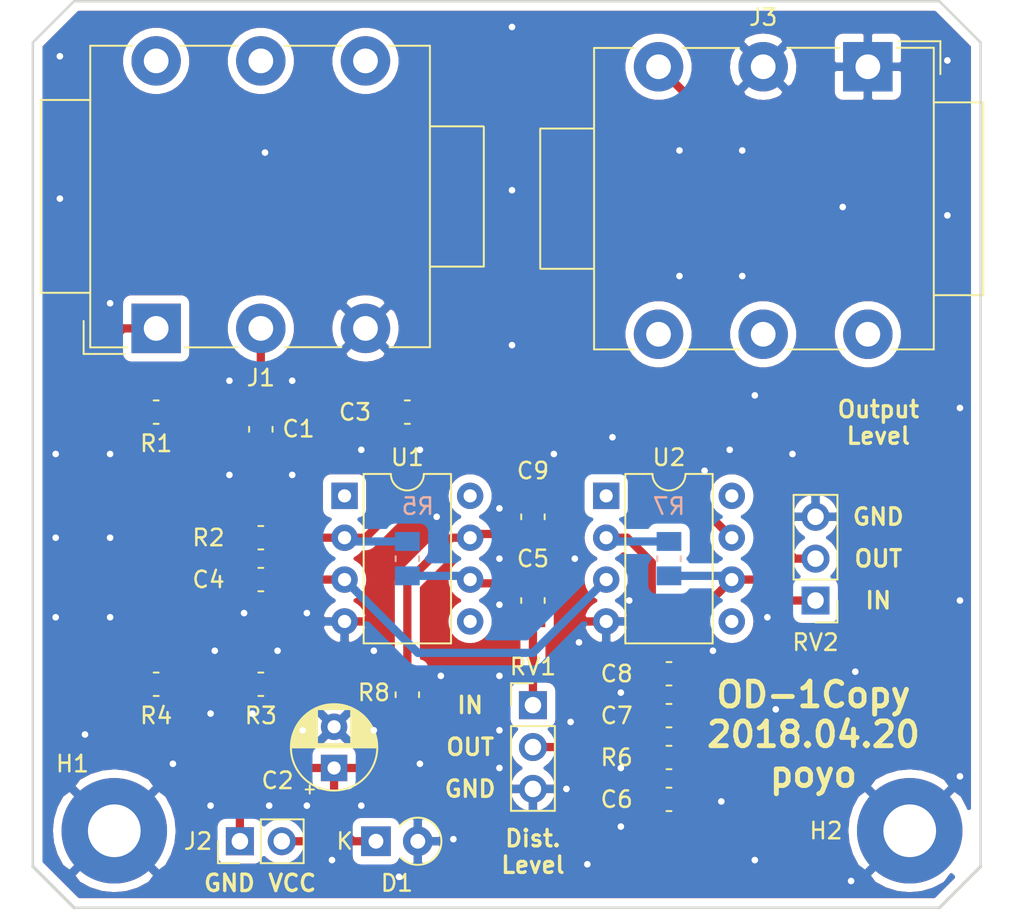
<source format=kicad_pcb>
(kicad_pcb (version 20171130) (host pcbnew "(5.1.2)-1")

  (general
    (thickness 1.6)
    (drawings 19)
    (tracks 158)
    (zones 0)
    (modules 27)
    (nets 16)
  )

  (page A4)
  (layers
    (0 F.Cu signal)
    (31 B.Cu signal)
    (32 B.Adhes user)
    (33 F.Adhes user)
    (34 B.Paste user)
    (35 F.Paste user)
    (36 B.SilkS user)
    (37 F.SilkS user)
    (38 B.Mask user)
    (39 F.Mask user)
    (40 Dwgs.User user)
    (41 Cmts.User user)
    (42 Eco1.User user)
    (43 Eco2.User user)
    (44 Edge.Cuts user)
    (45 Margin user)
    (46 B.CrtYd user)
    (47 F.CrtYd user)
    (48 B.Fab user)
    (49 F.Fab user)
  )

  (setup
    (last_trace_width 0.5)
    (user_trace_width 0.5)
    (user_trace_width 0.75)
    (user_trace_width 1)
    (trace_clearance 0.2)
    (zone_clearance 0.508)
    (zone_45_only no)
    (trace_min 0.2)
    (via_size 0.8)
    (via_drill 0.4)
    (via_min_size 0.4)
    (via_min_drill 0.3)
    (uvia_size 0.3)
    (uvia_drill 0.1)
    (uvias_allowed no)
    (uvia_min_size 0.2)
    (uvia_min_drill 0.1)
    (edge_width 0.15)
    (segment_width 0.2)
    (pcb_text_width 0.3)
    (pcb_text_size 1.5 1.5)
    (mod_edge_width 0.15)
    (mod_text_size 1 1)
    (mod_text_width 0.15)
    (pad_size 1.524 1.524)
    (pad_drill 0.762)
    (pad_to_mask_clearance 0.2)
    (aux_axis_origin 150 105)
    (visible_elements 7FFFFFFF)
    (pcbplotparams
      (layerselection 0x010f0_ffffffff)
      (usegerberextensions true)
      (usegerberattributes false)
      (usegerberadvancedattributes false)
      (creategerberjobfile false)
      (excludeedgelayer true)
      (linewidth 0.100000)
      (plotframeref false)
      (viasonmask false)
      (mode 1)
      (useauxorigin true)
      (hpglpennumber 1)
      (hpglpenspeed 20)
      (hpglpendiameter 15.000000)
      (psnegative false)
      (psa4output false)
      (plotreference true)
      (plotvalue true)
      (plotinvisibletext false)
      (padsonsilk false)
      (subtractmaskfromsilk false)
      (outputformat 1)
      (mirror false)
      (drillshape 0)
      (scaleselection 1)
      (outputdirectory "gerv/"))
  )

  (net 0 "")
  (net 1 "Net-(C1-Pad2)")
  (net 2 "Net-(C1-Pad1)")
  (net 3 "Net-(C2-Pad1)")
  (net 4 GND)
  (net 5 "Net-(C3-Pad2)")
  (net 6 bias)
  (net 7 "Net-(C5-Pad2)")
  (net 8 "Net-(C5-Pad1)")
  (net 9 "Net-(C6-Pad1)")
  (net 10 "Net-(C6-Pad2)")
  (net 11 "Net-(C7-Pad2)")
  (net 12 "Net-(C8-Pad1)")
  (net 13 Vcc)
  (net 14 Sw.G)
  (net 15 "Net-(J3-PadT)")

  (net_class Default "これは標準のネット クラスです。"
    (clearance 0.2)
    (trace_width 0.25)
    (via_dia 0.8)
    (via_drill 0.4)
    (uvia_dia 0.3)
    (uvia_drill 0.1)
    (add_net GND)
    (add_net "Net-(C1-Pad1)")
    (add_net "Net-(C1-Pad2)")
    (add_net "Net-(C2-Pad1)")
    (add_net "Net-(C3-Pad2)")
    (add_net "Net-(C5-Pad1)")
    (add_net "Net-(C5-Pad2)")
    (add_net "Net-(C6-Pad1)")
    (add_net "Net-(C6-Pad2)")
    (add_net "Net-(C7-Pad2)")
    (add_net "Net-(C8-Pad1)")
    (add_net "Net-(J3-PadT)")
    (add_net "Net-(U1-Pad1)")
    (add_net "Net-(U1-Pad5)")
    (add_net "Net-(U1-Pad8)")
    (add_net "Net-(U2-Pad1)")
    (add_net "Net-(U2-Pad5)")
    (add_net "Net-(U2-Pad8)")
    (add_net Sw.G)
    (add_net Vcc)
    (add_net bias)
  )

  (module Capacitor_SMD:C_0805_2012Metric_Pad1.15x1.50mm_HandSolder (layer F.Cu) (tedit 59FE48B8) (tstamp 5AE5203C)
    (at 188.595 90.805 180)
    (descr "Capacitor SMD 0805 (2012 Metric), square (rectangular) end terminal, IPC_7351 nominal with elongated pad for handsoldering. (Body size source: http://www.tortai-tech.com/upload/download/2011102023233369053.pdf), generated with kicad-footprint-generator")
    (tags "capacitor handsolder")
    (path /5AD9BEEA)
    (attr smd)
    (fp_text reference C8 (at 3.175 0) (layer F.SilkS)
      (effects (font (size 1 1) (thickness 0.15)))
    )
    (fp_text value 100p (at 0 1.85) (layer F.Fab)
      (effects (font (size 1 1) (thickness 0.15)))
    )
    (fp_line (start -1 0.6) (end -1 -0.6) (layer F.Fab) (width 0.1))
    (fp_line (start -1 -0.6) (end 1 -0.6) (layer F.Fab) (width 0.1))
    (fp_line (start 1 -0.6) (end 1 0.6) (layer F.Fab) (width 0.1))
    (fp_line (start 1 0.6) (end -1 0.6) (layer F.Fab) (width 0.1))
    (fp_line (start -0.15 -0.71) (end 0.15 -0.71) (layer F.SilkS) (width 0.12))
    (fp_line (start -0.15 0.71) (end 0.15 0.71) (layer F.SilkS) (width 0.12))
    (fp_line (start -1.86 1) (end -1.86 -1) (layer F.CrtYd) (width 0.05))
    (fp_line (start -1.86 -1) (end 1.86 -1) (layer F.CrtYd) (width 0.05))
    (fp_line (start 1.86 -1) (end 1.86 1) (layer F.CrtYd) (width 0.05))
    (fp_line (start 1.86 1) (end -1.86 1) (layer F.CrtYd) (width 0.05))
    (fp_text user %R (at 0 0) (layer F.Fab)
      (effects (font (size 0.5 0.5) (thickness 0.08)))
    )
    (pad 1 smd rect (at -1.0425 0 180) (size 1.145 1.5) (layers F.Cu F.Paste F.Mask)
      (net 12 "Net-(C8-Pad1)"))
    (pad 2 smd rect (at 1.0425 0 180) (size 1.145 1.5) (layers F.Cu F.Paste F.Mask)
      (net 11 "Net-(C7-Pad2)"))
    (model ${KISYS3DMOD}/Capacitor_SMD.3dshapes/C_0805_2012Metric.wrl
      (at (xyz 0 0 0))
      (scale (xyz 1 1 1))
      (rotate (xyz 0 0 0))
    )
  )

  (module Package_DIP:DIP-8_W7.62mm (layer F.Cu) (tedit 5A02E8C5) (tstamp 5D59AFE2)
    (at 184.785 80.01)
    (descr "8-lead though-hole mounted DIP package, row spacing 7.62 mm (300 mils)")
    (tags "THT DIP DIL PDIP 2.54mm 7.62mm 300mil")
    (path /5D5BE33B)
    (fp_text reference U2 (at 3.81 -2.33) (layer F.SilkS)
      (effects (font (size 1 1) (thickness 0.15)))
    )
    (fp_text value OP07 (at 3.81 9.95) (layer F.Fab)
      (effects (font (size 1 1) (thickness 0.15)))
    )
    (fp_text user %R (at 3.81 3.81) (layer F.Fab)
      (effects (font (size 1 1) (thickness 0.15)))
    )
    (fp_line (start 8.7 -1.55) (end -1.1 -1.55) (layer F.CrtYd) (width 0.05))
    (fp_line (start 8.7 9.15) (end 8.7 -1.55) (layer F.CrtYd) (width 0.05))
    (fp_line (start -1.1 9.15) (end 8.7 9.15) (layer F.CrtYd) (width 0.05))
    (fp_line (start -1.1 -1.55) (end -1.1 9.15) (layer F.CrtYd) (width 0.05))
    (fp_line (start 6.46 -1.33) (end 4.81 -1.33) (layer F.SilkS) (width 0.12))
    (fp_line (start 6.46 8.95) (end 6.46 -1.33) (layer F.SilkS) (width 0.12))
    (fp_line (start 1.16 8.95) (end 6.46 8.95) (layer F.SilkS) (width 0.12))
    (fp_line (start 1.16 -1.33) (end 1.16 8.95) (layer F.SilkS) (width 0.12))
    (fp_line (start 2.81 -1.33) (end 1.16 -1.33) (layer F.SilkS) (width 0.12))
    (fp_line (start 0.635 -0.27) (end 1.635 -1.27) (layer F.Fab) (width 0.1))
    (fp_line (start 0.635 8.89) (end 0.635 -0.27) (layer F.Fab) (width 0.1))
    (fp_line (start 6.985 8.89) (end 0.635 8.89) (layer F.Fab) (width 0.1))
    (fp_line (start 6.985 -1.27) (end 6.985 8.89) (layer F.Fab) (width 0.1))
    (fp_line (start 1.635 -1.27) (end 6.985 -1.27) (layer F.Fab) (width 0.1))
    (fp_arc (start 3.81 -1.33) (end 2.81 -1.33) (angle -180) (layer F.SilkS) (width 0.12))
    (pad 8 thru_hole oval (at 7.62 0) (size 1.6 1.6) (drill 0.8) (layers *.Cu *.Mask))
    (pad 4 thru_hole oval (at 0 7.62) (size 1.6 1.6) (drill 0.8) (layers *.Cu *.Mask)
      (net 4 GND))
    (pad 7 thru_hole oval (at 7.62 2.54) (size 1.6 1.6) (drill 0.8) (layers *.Cu *.Mask)
      (net 13 Vcc))
    (pad 3 thru_hole oval (at 0 5.08) (size 1.6 1.6) (drill 0.8) (layers *.Cu *.Mask)
      (net 6 bias))
    (pad 6 thru_hole oval (at 7.62 5.08) (size 1.6 1.6) (drill 0.8) (layers *.Cu *.Mask)
      (net 12 "Net-(C8-Pad1)"))
    (pad 2 thru_hole oval (at 0 2.54) (size 1.6 1.6) (drill 0.8) (layers *.Cu *.Mask)
      (net 11 "Net-(C7-Pad2)"))
    (pad 5 thru_hole oval (at 7.62 7.62) (size 1.6 1.6) (drill 0.8) (layers *.Cu *.Mask))
    (pad 1 thru_hole rect (at 0 0) (size 1.6 1.6) (drill 0.8) (layers *.Cu *.Mask))
    (model ${KISYS3DMOD}/Package_DIP.3dshapes/DIP-8_W7.62mm.wrl
      (at (xyz 0 0 0))
      (scale (xyz 1 1 1))
      (rotate (xyz 0 0 0))
    )
  )

  (module Package_DIP:DIP-8_W7.62mm (layer F.Cu) (tedit 5A02E8C5) (tstamp 5D59AFC6)
    (at 168.91 80.01)
    (descr "8-lead though-hole mounted DIP package, row spacing 7.62 mm (300 mils)")
    (tags "THT DIP DIL PDIP 2.54mm 7.62mm 300mil")
    (path /5D5B7CD4)
    (fp_text reference U1 (at 3.81 -2.33) (layer F.SilkS)
      (effects (font (size 1 1) (thickness 0.15)))
    )
    (fp_text value OP07 (at 3.81 9.95) (layer F.Fab)
      (effects (font (size 1 1) (thickness 0.15)))
    )
    (fp_text user %R (at 3.81 3.81) (layer F.Fab)
      (effects (font (size 1 1) (thickness 0.15)))
    )
    (fp_line (start 8.7 -1.55) (end -1.1 -1.55) (layer F.CrtYd) (width 0.05))
    (fp_line (start 8.7 9.15) (end 8.7 -1.55) (layer F.CrtYd) (width 0.05))
    (fp_line (start -1.1 9.15) (end 8.7 9.15) (layer F.CrtYd) (width 0.05))
    (fp_line (start -1.1 -1.55) (end -1.1 9.15) (layer F.CrtYd) (width 0.05))
    (fp_line (start 6.46 -1.33) (end 4.81 -1.33) (layer F.SilkS) (width 0.12))
    (fp_line (start 6.46 8.95) (end 6.46 -1.33) (layer F.SilkS) (width 0.12))
    (fp_line (start 1.16 8.95) (end 6.46 8.95) (layer F.SilkS) (width 0.12))
    (fp_line (start 1.16 -1.33) (end 1.16 8.95) (layer F.SilkS) (width 0.12))
    (fp_line (start 2.81 -1.33) (end 1.16 -1.33) (layer F.SilkS) (width 0.12))
    (fp_line (start 0.635 -0.27) (end 1.635 -1.27) (layer F.Fab) (width 0.1))
    (fp_line (start 0.635 8.89) (end 0.635 -0.27) (layer F.Fab) (width 0.1))
    (fp_line (start 6.985 8.89) (end 0.635 8.89) (layer F.Fab) (width 0.1))
    (fp_line (start 6.985 -1.27) (end 6.985 8.89) (layer F.Fab) (width 0.1))
    (fp_line (start 1.635 -1.27) (end 6.985 -1.27) (layer F.Fab) (width 0.1))
    (fp_arc (start 3.81 -1.33) (end 2.81 -1.33) (angle -180) (layer F.SilkS) (width 0.12))
    (pad 8 thru_hole oval (at 7.62 0) (size 1.6 1.6) (drill 0.8) (layers *.Cu *.Mask))
    (pad 4 thru_hole oval (at 0 7.62) (size 1.6 1.6) (drill 0.8) (layers *.Cu *.Mask)
      (net 4 GND))
    (pad 7 thru_hole oval (at 7.62 2.54) (size 1.6 1.6) (drill 0.8) (layers *.Cu *.Mask)
      (net 13 Vcc))
    (pad 3 thru_hole oval (at 0 5.08) (size 1.6 1.6) (drill 0.8) (layers *.Cu *.Mask)
      (net 6 bias))
    (pad 6 thru_hole oval (at 7.62 5.08) (size 1.6 1.6) (drill 0.8) (layers *.Cu *.Mask)
      (net 7 "Net-(C5-Pad2)"))
    (pad 2 thru_hole oval (at 0 2.54) (size 1.6 1.6) (drill 0.8) (layers *.Cu *.Mask)
      (net 5 "Net-(C3-Pad2)"))
    (pad 5 thru_hole oval (at 7.62 7.62) (size 1.6 1.6) (drill 0.8) (layers *.Cu *.Mask))
    (pad 1 thru_hole rect (at 0 0) (size 1.6 1.6) (drill 0.8) (layers *.Cu *.Mask))
    (model ${KISYS3DMOD}/Package_DIP.3dshapes/DIP-8_W7.62mm.wrl
      (at (xyz 0 0 0))
      (scale (xyz 1 1 1))
      (rotate (xyz 0 0 0))
    )
  )

  (module Connector_PinHeader_2.54mm:PinHeader_1x03_P2.54mm_Vertical (layer F.Cu) (tedit 59FED5CC) (tstamp 5D59AFAA)
    (at 197.485 86.36 180)
    (descr "Through hole straight pin header, 1x03, 2.54mm pitch, single row")
    (tags "Through hole pin header THT 1x03 2.54mm single row")
    (path /5D59A9F3)
    (fp_text reference RV2 (at 0 -2.54) (layer F.SilkS)
      (effects (font (size 1 1) (thickness 0.15)))
    )
    (fp_text value R_POT (at 0 7.41) (layer F.Fab)
      (effects (font (size 1 1) (thickness 0.15)))
    )
    (fp_text user %R (at 0 2.54 90) (layer F.Fab)
      (effects (font (size 1 1) (thickness 0.15)))
    )
    (fp_line (start 1.8 -1.8) (end -1.8 -1.8) (layer F.CrtYd) (width 0.05))
    (fp_line (start 1.8 6.85) (end 1.8 -1.8) (layer F.CrtYd) (width 0.05))
    (fp_line (start -1.8 6.85) (end 1.8 6.85) (layer F.CrtYd) (width 0.05))
    (fp_line (start -1.8 -1.8) (end -1.8 6.85) (layer F.CrtYd) (width 0.05))
    (fp_line (start -1.33 -1.33) (end 0 -1.33) (layer F.SilkS) (width 0.12))
    (fp_line (start -1.33 0) (end -1.33 -1.33) (layer F.SilkS) (width 0.12))
    (fp_line (start -1.33 1.27) (end 1.33 1.27) (layer F.SilkS) (width 0.12))
    (fp_line (start 1.33 1.27) (end 1.33 6.41) (layer F.SilkS) (width 0.12))
    (fp_line (start -1.33 1.27) (end -1.33 6.41) (layer F.SilkS) (width 0.12))
    (fp_line (start -1.33 6.41) (end 1.33 6.41) (layer F.SilkS) (width 0.12))
    (fp_line (start -1.27 -0.635) (end -0.635 -1.27) (layer F.Fab) (width 0.1))
    (fp_line (start -1.27 6.35) (end -1.27 -0.635) (layer F.Fab) (width 0.1))
    (fp_line (start 1.27 6.35) (end -1.27 6.35) (layer F.Fab) (width 0.1))
    (fp_line (start 1.27 -1.27) (end 1.27 6.35) (layer F.Fab) (width 0.1))
    (fp_line (start -0.635 -1.27) (end 1.27 -1.27) (layer F.Fab) (width 0.1))
    (pad 3 thru_hole oval (at 0 5.08 180) (size 1.7 1.7) (drill 1) (layers *.Cu *.Mask)
      (net 4 GND))
    (pad 2 thru_hole oval (at 0 2.54 180) (size 1.7 1.7) (drill 1) (layers *.Cu *.Mask)
      (net 15 "Net-(J3-PadT)"))
    (pad 1 thru_hole rect (at 0 0 180) (size 1.7 1.7) (drill 1) (layers *.Cu *.Mask)
      (net 12 "Net-(C8-Pad1)"))
    (model ${KISYS3DMOD}/Connector_PinHeader_2.54mm.3dshapes/PinHeader_1x03_P2.54mm_Vertical.wrl
      (at (xyz 0 0 0))
      (scale (xyz 1 1 1))
      (rotate (xyz 0 0 0))
    )
  )

  (module Connector_PinHeader_2.54mm:PinHeader_1x03_P2.54mm_Vertical (layer F.Cu) (tedit 59FED5CC) (tstamp 5D59AF93)
    (at 180.34 92.71)
    (descr "Through hole straight pin header, 1x03, 2.54mm pitch, single row")
    (tags "Through hole pin header THT 1x03 2.54mm single row")
    (path /5D5981CC)
    (fp_text reference RV1 (at 0 -2.33) (layer F.SilkS)
      (effects (font (size 1 1) (thickness 0.15)))
    )
    (fp_text value R_POT (at 0 7.41) (layer F.Fab)
      (effects (font (size 1 1) (thickness 0.15)))
    )
    (fp_text user %R (at 0 2.54 90) (layer F.Fab)
      (effects (font (size 1 1) (thickness 0.15)))
    )
    (fp_line (start 1.8 -1.8) (end -1.8 -1.8) (layer F.CrtYd) (width 0.05))
    (fp_line (start 1.8 6.85) (end 1.8 -1.8) (layer F.CrtYd) (width 0.05))
    (fp_line (start -1.8 6.85) (end 1.8 6.85) (layer F.CrtYd) (width 0.05))
    (fp_line (start -1.8 -1.8) (end -1.8 6.85) (layer F.CrtYd) (width 0.05))
    (fp_line (start -1.33 -1.33) (end 0 -1.33) (layer F.SilkS) (width 0.12))
    (fp_line (start -1.33 0) (end -1.33 -1.33) (layer F.SilkS) (width 0.12))
    (fp_line (start -1.33 1.27) (end 1.33 1.27) (layer F.SilkS) (width 0.12))
    (fp_line (start 1.33 1.27) (end 1.33 6.41) (layer F.SilkS) (width 0.12))
    (fp_line (start -1.33 1.27) (end -1.33 6.41) (layer F.SilkS) (width 0.12))
    (fp_line (start -1.33 6.41) (end 1.33 6.41) (layer F.SilkS) (width 0.12))
    (fp_line (start -1.27 -0.635) (end -0.635 -1.27) (layer F.Fab) (width 0.1))
    (fp_line (start -1.27 6.35) (end -1.27 -0.635) (layer F.Fab) (width 0.1))
    (fp_line (start 1.27 6.35) (end -1.27 6.35) (layer F.Fab) (width 0.1))
    (fp_line (start 1.27 -1.27) (end 1.27 6.35) (layer F.Fab) (width 0.1))
    (fp_line (start -0.635 -1.27) (end 1.27 -1.27) (layer F.Fab) (width 0.1))
    (pad 3 thru_hole oval (at 0 5.08) (size 1.7 1.7) (drill 1) (layers *.Cu *.Mask)
      (net 4 GND))
    (pad 2 thru_hole oval (at 0 2.54) (size 1.7 1.7) (drill 1) (layers *.Cu *.Mask)
      (net 10 "Net-(C6-Pad2)"))
    (pad 1 thru_hole rect (at 0 0) (size 1.7 1.7) (drill 1) (layers *.Cu *.Mask)
      (net 8 "Net-(C5-Pad1)"))
    (model ${KISYS3DMOD}/Connector_PinHeader_2.54mm.3dshapes/PinHeader_1x03_P2.54mm_Vertical.wrl
      (at (xyz 0 0 0))
      (scale (xyz 1 1 1))
      (rotate (xyz 0 0 0))
    )
  )

  (module Connector_Audio:Jack_3.5mm_Neutrik_NMJ6HCD2_Horizontal (layer F.Cu) (tedit 5BF5E39A) (tstamp 5D59AE7C)
    (at 187.96 53.975)
    (descr "NMJ6HCD2, TRS 1/4in (http://www.neutrik.com/en/audio/plugs-and-jacks/m-series/nmj6hcd2)")
    (tags "NMJ6HCD2 TRS stereo jack connector")
    (path /5D5CC2AA)
    (fp_text reference J3 (at 6.35 -3) (layer F.SilkS)
      (effects (font (size 1 1) (thickness 0.15)))
    )
    (fp_text value MJ-462 (at 6.35 19) (layer F.Fab)
      (effects (font (size 1 1) (thickness 0.15)))
    )
    (fp_line (start 16.7 -1.15) (end 16.7 17.15) (layer F.SilkS) (width 0.12))
    (fp_line (start 16.7 17.15) (end 14.15 17.15) (layer F.SilkS) (width 0.12))
    (fp_line (start 11.24 17.15) (end 7.81 17.15) (layer F.SilkS) (width 0.12))
    (fp_line (start 4.89 17.15) (end 1.46 17.15) (layer F.SilkS) (width 0.12))
    (fp_line (start 1.46 -1.14) (end 4.89 -1.14) (layer F.SilkS) (width 0.12))
    (fp_line (start 7.8 -1.15) (end 10.95 -1.15) (layer F.SilkS) (width 0.12))
    (fp_line (start 14.45 -1.15) (end 16.7 -1.15) (layer F.SilkS) (width 0.12))
    (fp_line (start -3.91 -1.14) (end -1.46 -1.14) (layer F.SilkS) (width 0.12))
    (fp_line (start -3.91 17.15) (end -1.46 17.15) (layer F.SilkS) (width 0.12))
    (fp_line (start -3.91 -1.14) (end -3.91 17.15) (layer F.SilkS) (width 0.12))
    (fp_line (start 19.7 13.86) (end 16.7 13.86) (layer F.SilkS) (width 0.12))
    (fp_line (start 19.7 2.16) (end 19.7 13.86) (layer F.SilkS) (width 0.12))
    (fp_line (start 19.7 2.16) (end 16.7 2.16) (layer F.SilkS) (width 0.12))
    (fp_line (start -3.94 3.75) (end -7.16 3.75) (layer F.SilkS) (width 0.12))
    (fp_line (start -7.18 3.75) (end -7.18 12.23) (layer F.SilkS) (width 0.12))
    (fp_line (start -3.94 12.26) (end -7.16 12.26) (layer F.SilkS) (width 0.12))
    (fp_line (start 19.95 -1.75) (end 19.95 17.95) (layer F.CrtYd) (width 0.05))
    (fp_line (start -7.45 17.95) (end 19.95 17.95) (layer F.CrtYd) (width 0.05))
    (fp_line (start -7.45 -1.75) (end -7.45 17.95) (layer F.CrtYd) (width 0.05))
    (fp_line (start 19.95 -1.75) (end -7.45 -1.75) (layer F.CrtYd) (width 0.05))
    (fp_line (start 16.6 -1.05) (end 16.6 17.05) (layer F.Fab) (width 0.1))
    (fp_line (start 16.6 17.05) (end -3.8 17.05) (layer F.Fab) (width 0.1))
    (fp_line (start -3.8 17.05) (end -3.8 -1.05) (layer F.Fab) (width 0.1))
    (fp_line (start -3.8 -1.05) (end 16.6 -1.05) (layer F.Fab) (width 0.1))
    (fp_line (start 16.6 2.25) (end 19.6 2.25) (layer F.Fab) (width 0.1))
    (fp_line (start 19.6 2.25) (end 19.6 13.75) (layer F.Fab) (width 0.1))
    (fp_line (start 19.6 13.75) (end 16.6 13.75) (layer F.Fab) (width 0.1))
    (fp_line (start -3.8 3.85) (end -7.05 3.85) (layer F.Fab) (width 0.1))
    (fp_line (start -7.05 3.85) (end -7.05 12.15) (layer F.Fab) (width 0.1))
    (fp_line (start -7.05 12.15) (end -3.8 12.15) (layer F.Fab) (width 0.1))
    (fp_line (start 14 -1.05) (end 12.7 0.5) (layer F.Fab) (width 0.1))
    (fp_line (start 12.7 0.5) (end 11.65 -1.05) (layer F.Fab) (width 0.1))
    (fp_line (start 17.1 0.45) (end 17.1 -1.55) (layer F.SilkS) (width 0.12))
    (fp_line (start 17.1 -1.55) (end 14.6 -1.55) (layer F.SilkS) (width 0.12))
    (fp_text user %R (at 6.35 8.115) (layer F.Fab)
      (effects (font (size 1 1) (thickness 0.15)))
    )
    (pad S thru_hole rect (at 12.7 0) (size 3 3) (drill 1.5) (layers *.Cu *.Mask)
      (net 4 GND))
    (pad T thru_hole circle (at 0 0) (size 3 3) (drill 1.5) (layers *.Cu *.Mask)
      (net 15 "Net-(J3-PadT)"))
    (pad R thru_hole circle (at 6.35 0) (size 3 3) (drill 1.5) (layers *.Cu *.Mask)
      (net 4 GND))
    (pad SN thru_hole circle (at 12.7 16.23) (size 3 3) (drill 1.5) (layers *.Cu *.Mask))
    (pad TN thru_hole circle (at 0 16.23) (size 3 3) (drill 1.5) (layers *.Cu *.Mask))
    (pad RN thru_hole circle (at 6.35 16.23) (size 3 3) (drill 1.5) (layers *.Cu *.Mask))
    (model ${KISYS3DMOD}/Connector_Audio.3dshapes/Jack_3.5mm_Neutrik_NMJ6HCD2_Horizontal.wrl
      (at (xyz 0 0 0))
      (scale (xyz 1 1 1))
      (rotate (xyz 0 0 0))
    )
  )

  (module Connector_PinHeader_2.54mm:PinHeader_1x02_P2.54mm_Vertical (layer F.Cu) (tedit 59FED5CC) (tstamp 5D59AE4F)
    (at 162.56 100.965 90)
    (descr "Through hole straight pin header, 1x02, 2.54mm pitch, single row")
    (tags "Through hole pin header THT 1x02 2.54mm single row")
    (path /5D5E849A)
    (fp_text reference J2 (at 0 -2.54 180) (layer F.SilkS)
      (effects (font (size 1 1) (thickness 0.15)))
    )
    (fp_text value Conn_01x02 (at 0 4.87 90) (layer F.Fab)
      (effects (font (size 1 1) (thickness 0.15)))
    )
    (fp_text user %R (at 0 1.27) (layer F.Fab)
      (effects (font (size 1 1) (thickness 0.15)))
    )
    (fp_line (start 1.8 -1.8) (end -1.8 -1.8) (layer F.CrtYd) (width 0.05))
    (fp_line (start 1.8 4.35) (end 1.8 -1.8) (layer F.CrtYd) (width 0.05))
    (fp_line (start -1.8 4.35) (end 1.8 4.35) (layer F.CrtYd) (width 0.05))
    (fp_line (start -1.8 -1.8) (end -1.8 4.35) (layer F.CrtYd) (width 0.05))
    (fp_line (start -1.33 -1.33) (end 0 -1.33) (layer F.SilkS) (width 0.12))
    (fp_line (start -1.33 0) (end -1.33 -1.33) (layer F.SilkS) (width 0.12))
    (fp_line (start -1.33 1.27) (end 1.33 1.27) (layer F.SilkS) (width 0.12))
    (fp_line (start 1.33 1.27) (end 1.33 3.87) (layer F.SilkS) (width 0.12))
    (fp_line (start -1.33 1.27) (end -1.33 3.87) (layer F.SilkS) (width 0.12))
    (fp_line (start -1.33 3.87) (end 1.33 3.87) (layer F.SilkS) (width 0.12))
    (fp_line (start -1.27 -0.635) (end -0.635 -1.27) (layer F.Fab) (width 0.1))
    (fp_line (start -1.27 3.81) (end -1.27 -0.635) (layer F.Fab) (width 0.1))
    (fp_line (start 1.27 3.81) (end -1.27 3.81) (layer F.Fab) (width 0.1))
    (fp_line (start 1.27 -1.27) (end 1.27 3.81) (layer F.Fab) (width 0.1))
    (fp_line (start -0.635 -1.27) (end 1.27 -1.27) (layer F.Fab) (width 0.1))
    (pad 2 thru_hole oval (at 0 2.54 90) (size 1.7 1.7) (drill 1) (layers *.Cu *.Mask)
      (net 3 "Net-(C2-Pad1)"))
    (pad 1 thru_hole rect (at 0 0 90) (size 1.7 1.7) (drill 1) (layers *.Cu *.Mask)
      (net 14 Sw.G))
    (model ${KISYS3DMOD}/Connector_PinHeader_2.54mm.3dshapes/PinHeader_1x02_P2.54mm_Vertical.wrl
      (at (xyz 0 0 0))
      (scale (xyz 1 1 1))
      (rotate (xyz 0 0 0))
    )
  )

  (module Connector_Audio:Jack_3.5mm_Neutrik_NMJ6HCD2_Horizontal (layer F.Cu) (tedit 5BF5E39A) (tstamp 5D59AE39)
    (at 170.18 69.85 180)
    (descr "NMJ6HCD2, TRS 1/4in (http://www.neutrik.com/en/audio/plugs-and-jacks/m-series/nmj6hcd2)")
    (tags "NMJ6HCD2 TRS stereo jack connector")
    (path /5D599130)
    (fp_text reference J1 (at 6.35 -3) (layer F.SilkS)
      (effects (font (size 1 1) (thickness 0.15)))
    )
    (fp_text value MJ-462 (at 6.35 19) (layer F.Fab)
      (effects (font (size 1 1) (thickness 0.15)))
    )
    (fp_line (start 16.7 -1.15) (end 16.7 17.15) (layer F.SilkS) (width 0.12))
    (fp_line (start 16.7 17.15) (end 14.15 17.15) (layer F.SilkS) (width 0.12))
    (fp_line (start 11.24 17.15) (end 7.81 17.15) (layer F.SilkS) (width 0.12))
    (fp_line (start 4.89 17.15) (end 1.46 17.15) (layer F.SilkS) (width 0.12))
    (fp_line (start 1.46 -1.14) (end 4.89 -1.14) (layer F.SilkS) (width 0.12))
    (fp_line (start 7.8 -1.15) (end 10.95 -1.15) (layer F.SilkS) (width 0.12))
    (fp_line (start 14.45 -1.15) (end 16.7 -1.15) (layer F.SilkS) (width 0.12))
    (fp_line (start -3.91 -1.14) (end -1.46 -1.14) (layer F.SilkS) (width 0.12))
    (fp_line (start -3.91 17.15) (end -1.46 17.15) (layer F.SilkS) (width 0.12))
    (fp_line (start -3.91 -1.14) (end -3.91 17.15) (layer F.SilkS) (width 0.12))
    (fp_line (start 19.7 13.86) (end 16.7 13.86) (layer F.SilkS) (width 0.12))
    (fp_line (start 19.7 2.16) (end 19.7 13.86) (layer F.SilkS) (width 0.12))
    (fp_line (start 19.7 2.16) (end 16.7 2.16) (layer F.SilkS) (width 0.12))
    (fp_line (start -3.94 3.75) (end -7.16 3.75) (layer F.SilkS) (width 0.12))
    (fp_line (start -7.18 3.75) (end -7.18 12.23) (layer F.SilkS) (width 0.12))
    (fp_line (start -3.94 12.26) (end -7.16 12.26) (layer F.SilkS) (width 0.12))
    (fp_line (start 19.95 -1.75) (end 19.95 17.95) (layer F.CrtYd) (width 0.05))
    (fp_line (start -7.45 17.95) (end 19.95 17.95) (layer F.CrtYd) (width 0.05))
    (fp_line (start -7.45 -1.75) (end -7.45 17.95) (layer F.CrtYd) (width 0.05))
    (fp_line (start 19.95 -1.75) (end -7.45 -1.75) (layer F.CrtYd) (width 0.05))
    (fp_line (start 16.6 -1.05) (end 16.6 17.05) (layer F.Fab) (width 0.1))
    (fp_line (start 16.6 17.05) (end -3.8 17.05) (layer F.Fab) (width 0.1))
    (fp_line (start -3.8 17.05) (end -3.8 -1.05) (layer F.Fab) (width 0.1))
    (fp_line (start -3.8 -1.05) (end 16.6 -1.05) (layer F.Fab) (width 0.1))
    (fp_line (start 16.6 2.25) (end 19.6 2.25) (layer F.Fab) (width 0.1))
    (fp_line (start 19.6 2.25) (end 19.6 13.75) (layer F.Fab) (width 0.1))
    (fp_line (start 19.6 13.75) (end 16.6 13.75) (layer F.Fab) (width 0.1))
    (fp_line (start -3.8 3.85) (end -7.05 3.85) (layer F.Fab) (width 0.1))
    (fp_line (start -7.05 3.85) (end -7.05 12.15) (layer F.Fab) (width 0.1))
    (fp_line (start -7.05 12.15) (end -3.8 12.15) (layer F.Fab) (width 0.1))
    (fp_line (start 14 -1.05) (end 12.7 0.5) (layer F.Fab) (width 0.1))
    (fp_line (start 12.7 0.5) (end 11.65 -1.05) (layer F.Fab) (width 0.1))
    (fp_line (start 17.1 0.45) (end 17.1 -1.55) (layer F.SilkS) (width 0.12))
    (fp_line (start 17.1 -1.55) (end 14.6 -1.55) (layer F.SilkS) (width 0.12))
    (fp_text user %R (at 6.35 8.115) (layer F.Fab)
      (effects (font (size 1 1) (thickness 0.15)))
    )
    (pad S thru_hole rect (at 12.7 0 180) (size 3 3) (drill 1.5) (layers *.Cu *.Mask)
      (net 14 Sw.G))
    (pad T thru_hole circle (at 0 0 180) (size 3 3) (drill 1.5) (layers *.Cu *.Mask)
      (net 4 GND))
    (pad R thru_hole circle (at 6.35 0 180) (size 3 3) (drill 1.5) (layers *.Cu *.Mask)
      (net 1 "Net-(C1-Pad2)"))
    (pad SN thru_hole circle (at 12.7 16.23 180) (size 3 3) (drill 1.5) (layers *.Cu *.Mask))
    (pad TN thru_hole circle (at 0 16.23 180) (size 3 3) (drill 1.5) (layers *.Cu *.Mask))
    (pad RN thru_hole circle (at 6.35 16.23 180) (size 3 3) (drill 1.5) (layers *.Cu *.Mask))
    (model ${KISYS3DMOD}/Connector_Audio.3dshapes/Jack_3.5mm_Neutrik_NMJ6HCD2_Horizontal.wrl
      (at (xyz 0 0 0))
      (scale (xyz 1 1 1))
      (rotate (xyz 0 0 0))
    )
  )

  (module MountingHole:MountingHole_3.2mm_M3_Pad (layer F.Cu) (tedit 56D1B4CB) (tstamp 5D59AE0C)
    (at 203.2 100.33)
    (descr "Mounting Hole 3.2mm, M3")
    (tags "mounting hole 3.2mm m3")
    (path /5D5A0F31)
    (attr virtual)
    (fp_text reference H2 (at -5.08 0) (layer F.SilkS)
      (effects (font (size 1 1) (thickness 0.15)))
    )
    (fp_text value MountingHole_Pad (at 0 4.2) (layer F.Fab)
      (effects (font (size 1 1) (thickness 0.15)))
    )
    (fp_circle (center 0 0) (end 3.45 0) (layer F.CrtYd) (width 0.05))
    (fp_circle (center 0 0) (end 3.2 0) (layer Cmts.User) (width 0.15))
    (fp_text user %R (at 0.3 0) (layer F.Fab)
      (effects (font (size 1 1) (thickness 0.15)))
    )
    (pad 1 thru_hole circle (at 0 0) (size 6.4 6.4) (drill 3.2) (layers *.Cu *.Mask)
      (net 4 GND))
  )

  (module MountingHole:MountingHole_3.2mm_M3_Pad (layer F.Cu) (tedit 56D1B4CB) (tstamp 5D59AE04)
    (at 154.94 100.33)
    (descr "Mounting Hole 3.2mm, M3")
    (tags "mounting hole 3.2mm m3")
    (path /5D59E3B0)
    (attr virtual)
    (fp_text reference H1 (at -2.54 -4.064) (layer F.SilkS)
      (effects (font (size 1 1) (thickness 0.15)))
    )
    (fp_text value MountingHole_Pad (at 0 4.2) (layer F.Fab)
      (effects (font (size 1 1) (thickness 0.15)))
    )
    (fp_circle (center 0 0) (end 3.45 0) (layer F.CrtYd) (width 0.05))
    (fp_circle (center 0 0) (end 3.2 0) (layer Cmts.User) (width 0.15))
    (fp_text user %R (at 0.3 0) (layer F.Fab)
      (effects (font (size 1 1) (thickness 0.15)))
    )
    (pad 1 thru_hole circle (at 0 0) (size 6.4 6.4) (drill 3.2) (layers *.Cu *.Mask)
      (net 4 GND))
  )

  (module Capacitor_SMD:C_0805_2012Metric_Pad1.15x1.50mm_HandSolder (layer F.Cu) (tedit 59FE48B8) (tstamp 5AE51FC5)
    (at 163.83 75.9725 90)
    (descr "Capacitor SMD 0805 (2012 Metric), square (rectangular) end terminal, IPC_7351 nominal with elongated pad for handsoldering. (Body size source: http://www.tortai-tech.com/upload/download/2011102023233369053.pdf), generated with kicad-footprint-generator")
    (tags "capacitor handsolder")
    (path /5AD8B585)
    (attr smd)
    (fp_text reference C1 (at 0.0265 2.286) (layer F.SilkS)
      (effects (font (size 1 1) (thickness 0.15)))
    )
    (fp_text value 0.1u (at 0 1.85 270) (layer F.Fab)
      (effects (font (size 1 1) (thickness 0.15)))
    )
    (fp_text user %R (at 0 0 270) (layer F.Fab)
      (effects (font (size 0.5 0.5) (thickness 0.08)))
    )
    (fp_line (start 1.86 1) (end -1.86 1) (layer F.CrtYd) (width 0.05))
    (fp_line (start 1.86 -1) (end 1.86 1) (layer F.CrtYd) (width 0.05))
    (fp_line (start -1.86 -1) (end 1.86 -1) (layer F.CrtYd) (width 0.05))
    (fp_line (start -1.86 1) (end -1.86 -1) (layer F.CrtYd) (width 0.05))
    (fp_line (start -0.15 0.71) (end 0.15 0.71) (layer F.SilkS) (width 0.12))
    (fp_line (start -0.15 -0.71) (end 0.15 -0.71) (layer F.SilkS) (width 0.12))
    (fp_line (start 1 0.6) (end -1 0.6) (layer F.Fab) (width 0.1))
    (fp_line (start 1 -0.6) (end 1 0.6) (layer F.Fab) (width 0.1))
    (fp_line (start -1 -0.6) (end 1 -0.6) (layer F.Fab) (width 0.1))
    (fp_line (start -1 0.6) (end -1 -0.6) (layer F.Fab) (width 0.1))
    (pad 2 smd rect (at 1.0425 0 90) (size 1.145 1.5) (layers F.Cu F.Paste F.Mask)
      (net 1 "Net-(C1-Pad2)"))
    (pad 1 smd rect (at -1.0425 0 90) (size 1.145 1.5) (layers F.Cu F.Paste F.Mask)
      (net 2 "Net-(C1-Pad1)"))
    (model ${KISYS3DMOD}/Capacitor_SMD.3dshapes/C_0805_2012Metric.wrl
      (at (xyz 0 0 0))
      (scale (xyz 1 1 1))
      (rotate (xyz 0 0 0))
    )
  )

  (module Capacitor_SMD:C_0805_2012Metric_Pad1.15x1.50mm_HandSolder (layer F.Cu) (tedit 59FE48B8) (tstamp 5AE51FE7)
    (at 172.72 74.93 180)
    (descr "Capacitor SMD 0805 (2012 Metric), square (rectangular) end terminal, IPC_7351 nominal with elongated pad for handsoldering. (Body size source: http://www.tortai-tech.com/upload/download/2011102023233369053.pdf), generated with kicad-footprint-generator")
    (tags "capacitor handsolder")
    (path /5AD8B7DA)
    (attr smd)
    (fp_text reference C3 (at 3.175 0 180) (layer F.SilkS)
      (effects (font (size 1 1) (thickness 0.15)))
    )
    (fp_text value 220p (at 0 1.85 180) (layer F.Fab)
      (effects (font (size 1 1) (thickness 0.15)))
    )
    (fp_text user %R (at 0 0 180) (layer F.Fab)
      (effects (font (size 0.5 0.5) (thickness 0.08)))
    )
    (fp_line (start 1.86 1) (end -1.86 1) (layer F.CrtYd) (width 0.05))
    (fp_line (start 1.86 -1) (end 1.86 1) (layer F.CrtYd) (width 0.05))
    (fp_line (start -1.86 -1) (end 1.86 -1) (layer F.CrtYd) (width 0.05))
    (fp_line (start -1.86 1) (end -1.86 -1) (layer F.CrtYd) (width 0.05))
    (fp_line (start -0.15 0.71) (end 0.15 0.71) (layer F.SilkS) (width 0.12))
    (fp_line (start -0.15 -0.71) (end 0.15 -0.71) (layer F.SilkS) (width 0.12))
    (fp_line (start 1 0.6) (end -1 0.6) (layer F.Fab) (width 0.1))
    (fp_line (start 1 -0.6) (end 1 0.6) (layer F.Fab) (width 0.1))
    (fp_line (start -1 -0.6) (end 1 -0.6) (layer F.Fab) (width 0.1))
    (fp_line (start -1 0.6) (end -1 -0.6) (layer F.Fab) (width 0.1))
    (pad 2 smd rect (at 1.0425 0 180) (size 1.145 1.5) (layers F.Cu F.Paste F.Mask)
      (net 5 "Net-(C3-Pad2)"))
    (pad 1 smd rect (at -1.0425 0 180) (size 1.145 1.5) (layers F.Cu F.Paste F.Mask)
      (net 4 GND))
    (model ${KISYS3DMOD}/Capacitor_SMD.3dshapes/C_0805_2012Metric.wrl
      (at (xyz 0 0 0))
      (scale (xyz 1 1 1))
      (rotate (xyz 0 0 0))
    )
  )

  (module Capacitor_SMD:C_0805_2012Metric_Pad1.15x1.50mm_HandSolder (layer F.Cu) (tedit 59FE48B8) (tstamp 5AE51FF8)
    (at 163.83 85.09 180)
    (descr "Capacitor SMD 0805 (2012 Metric), square (rectangular) end terminal, IPC_7351 nominal with elongated pad for handsoldering. (Body size source: http://www.tortai-tech.com/upload/download/2011102023233369053.pdf), generated with kicad-footprint-generator")
    (tags "capacitor handsolder")
    (path /5AD8E7C7)
    (attr smd)
    (fp_text reference C4 (at 3.175 0 180) (layer F.SilkS)
      (effects (font (size 1 1) (thickness 0.15)))
    )
    (fp_text value 10u (at 0 1.85) (layer F.Fab)
      (effects (font (size 1 1) (thickness 0.15)))
    )
    (fp_text user %R (at 0 0) (layer F.Fab)
      (effects (font (size 0.5 0.5) (thickness 0.08)))
    )
    (fp_line (start 1.86 1) (end -1.86 1) (layer F.CrtYd) (width 0.05))
    (fp_line (start 1.86 -1) (end 1.86 1) (layer F.CrtYd) (width 0.05))
    (fp_line (start -1.86 -1) (end 1.86 -1) (layer F.CrtYd) (width 0.05))
    (fp_line (start -1.86 1) (end -1.86 -1) (layer F.CrtYd) (width 0.05))
    (fp_line (start -0.15 0.71) (end 0.15 0.71) (layer F.SilkS) (width 0.12))
    (fp_line (start -0.15 -0.71) (end 0.15 -0.71) (layer F.SilkS) (width 0.12))
    (fp_line (start 1 0.6) (end -1 0.6) (layer F.Fab) (width 0.1))
    (fp_line (start 1 -0.6) (end 1 0.6) (layer F.Fab) (width 0.1))
    (fp_line (start -1 -0.6) (end 1 -0.6) (layer F.Fab) (width 0.1))
    (fp_line (start -1 0.6) (end -1 -0.6) (layer F.Fab) (width 0.1))
    (pad 2 smd rect (at 1.0425 0 180) (size 1.145 1.5) (layers F.Cu F.Paste F.Mask)
      (net 4 GND))
    (pad 1 smd rect (at -1.0425 0 180) (size 1.145 1.5) (layers F.Cu F.Paste F.Mask)
      (net 6 bias))
    (model ${KISYS3DMOD}/Capacitor_SMD.3dshapes/C_0805_2012Metric.wrl
      (at (xyz 0 0 0))
      (scale (xyz 1 1 1))
      (rotate (xyz 0 0 0))
    )
  )

  (module Capacitor_SMD:C_0805_2012Metric_Pad1.15x1.50mm_HandSolder (layer F.Cu) (tedit 59FE48B8) (tstamp 5AE52009)
    (at 180.34 86.36 90)
    (descr "Capacitor SMD 0805 (2012 Metric), square (rectangular) end terminal, IPC_7351 nominal with elongated pad for handsoldering. (Body size source: http://www.tortai-tech.com/upload/download/2011102023233369053.pdf), generated with kicad-footprint-generator")
    (tags "capacitor handsolder")
    (path /5AD942DA)
    (attr smd)
    (fp_text reference C5 (at 2.54 0 180) (layer F.SilkS)
      (effects (font (size 1 1) (thickness 0.15)))
    )
    (fp_text value 0.1u (at 0 1.85 270) (layer F.Fab)
      (effects (font (size 1 1) (thickness 0.15)))
    )
    (fp_text user %R (at 0 0 270) (layer F.Fab)
      (effects (font (size 0.5 0.5) (thickness 0.08)))
    )
    (fp_line (start 1.86 1) (end -1.86 1) (layer F.CrtYd) (width 0.05))
    (fp_line (start 1.86 -1) (end 1.86 1) (layer F.CrtYd) (width 0.05))
    (fp_line (start -1.86 -1) (end 1.86 -1) (layer F.CrtYd) (width 0.05))
    (fp_line (start -1.86 1) (end -1.86 -1) (layer F.CrtYd) (width 0.05))
    (fp_line (start -0.15 0.71) (end 0.15 0.71) (layer F.SilkS) (width 0.12))
    (fp_line (start -0.15 -0.71) (end 0.15 -0.71) (layer F.SilkS) (width 0.12))
    (fp_line (start 1 0.6) (end -1 0.6) (layer F.Fab) (width 0.1))
    (fp_line (start 1 -0.6) (end 1 0.6) (layer F.Fab) (width 0.1))
    (fp_line (start -1 -0.6) (end 1 -0.6) (layer F.Fab) (width 0.1))
    (fp_line (start -1 0.6) (end -1 -0.6) (layer F.Fab) (width 0.1))
    (pad 2 smd rect (at 1.0425 0 90) (size 1.145 1.5) (layers F.Cu F.Paste F.Mask)
      (net 7 "Net-(C5-Pad2)"))
    (pad 1 smd rect (at -1.0425 0 90) (size 1.145 1.5) (layers F.Cu F.Paste F.Mask)
      (net 8 "Net-(C5-Pad1)"))
    (model ${KISYS3DMOD}/Capacitor_SMD.3dshapes/C_0805_2012Metric.wrl
      (at (xyz 0 0 0))
      (scale (xyz 1 1 1))
      (rotate (xyz 0 0 0))
    )
  )

  (module Capacitor_SMD:C_0805_2012Metric_Pad1.15x1.50mm_HandSolder (layer F.Cu) (tedit 59FE48B8) (tstamp 5AE5201A)
    (at 188.595 98.425 180)
    (descr "Capacitor SMD 0805 (2012 Metric), square (rectangular) end terminal, IPC_7351 nominal with elongated pad for handsoldering. (Body size source: http://www.tortai-tech.com/upload/download/2011102023233369053.pdf), generated with kicad-footprint-generator")
    (tags "capacitor handsolder")
    (path /5AD9771B)
    (attr smd)
    (fp_text reference C6 (at 3.175 0) (layer F.SilkS)
      (effects (font (size 1 1) (thickness 0.15)))
    )
    (fp_text value 0.1u (at 0 1.85) (layer F.Fab)
      (effects (font (size 1 1) (thickness 0.15)))
    )
    (fp_line (start -1 0.6) (end -1 -0.6) (layer F.Fab) (width 0.1))
    (fp_line (start -1 -0.6) (end 1 -0.6) (layer F.Fab) (width 0.1))
    (fp_line (start 1 -0.6) (end 1 0.6) (layer F.Fab) (width 0.1))
    (fp_line (start 1 0.6) (end -1 0.6) (layer F.Fab) (width 0.1))
    (fp_line (start -0.15 -0.71) (end 0.15 -0.71) (layer F.SilkS) (width 0.12))
    (fp_line (start -0.15 0.71) (end 0.15 0.71) (layer F.SilkS) (width 0.12))
    (fp_line (start -1.86 1) (end -1.86 -1) (layer F.CrtYd) (width 0.05))
    (fp_line (start -1.86 -1) (end 1.86 -1) (layer F.CrtYd) (width 0.05))
    (fp_line (start 1.86 -1) (end 1.86 1) (layer F.CrtYd) (width 0.05))
    (fp_line (start 1.86 1) (end -1.86 1) (layer F.CrtYd) (width 0.05))
    (fp_text user %R (at 0 0) (layer F.Fab)
      (effects (font (size 0.5 0.5) (thickness 0.08)))
    )
    (pad 1 smd rect (at -1.0425 0 180) (size 1.145 1.5) (layers F.Cu F.Paste F.Mask)
      (net 9 "Net-(C6-Pad1)"))
    (pad 2 smd rect (at 1.0425 0 180) (size 1.145 1.5) (layers F.Cu F.Paste F.Mask)
      (net 10 "Net-(C6-Pad2)"))
    (model ${KISYS3DMOD}/Capacitor_SMD.3dshapes/C_0805_2012Metric.wrl
      (at (xyz 0 0 0))
      (scale (xyz 1 1 1))
      (rotate (xyz 0 0 0))
    )
  )

  (module Capacitor_SMD:C_0805_2012Metric_Pad1.15x1.50mm_HandSolder (layer F.Cu) (tedit 59FE48B8) (tstamp 5AE5202B)
    (at 188.595 93.345 180)
    (descr "Capacitor SMD 0805 (2012 Metric), square (rectangular) end terminal, IPC_7351 nominal with elongated pad for handsoldering. (Body size source: http://www.tortai-tech.com/upload/download/2011102023233369053.pdf), generated with kicad-footprint-generator")
    (tags "capacitor handsolder")
    (path /5AD98852)
    (attr smd)
    (fp_text reference C7 (at 3.175 0 180) (layer F.SilkS)
      (effects (font (size 1 1) (thickness 0.15)))
    )
    (fp_text value 220p (at 0 1.85 180) (layer F.Fab)
      (effects (font (size 1 1) (thickness 0.15)))
    )
    (fp_line (start -1 0.6) (end -1 -0.6) (layer F.Fab) (width 0.1))
    (fp_line (start -1 -0.6) (end 1 -0.6) (layer F.Fab) (width 0.1))
    (fp_line (start 1 -0.6) (end 1 0.6) (layer F.Fab) (width 0.1))
    (fp_line (start 1 0.6) (end -1 0.6) (layer F.Fab) (width 0.1))
    (fp_line (start -0.15 -0.71) (end 0.15 -0.71) (layer F.SilkS) (width 0.12))
    (fp_line (start -0.15 0.71) (end 0.15 0.71) (layer F.SilkS) (width 0.12))
    (fp_line (start -1.86 1) (end -1.86 -1) (layer F.CrtYd) (width 0.05))
    (fp_line (start -1.86 -1) (end 1.86 -1) (layer F.CrtYd) (width 0.05))
    (fp_line (start 1.86 -1) (end 1.86 1) (layer F.CrtYd) (width 0.05))
    (fp_line (start 1.86 1) (end -1.86 1) (layer F.CrtYd) (width 0.05))
    (fp_text user %R (at 0 0 180) (layer F.Fab)
      (effects (font (size 0.5 0.5) (thickness 0.08)))
    )
    (pad 1 smd rect (at -1.0425 0 180) (size 1.145 1.5) (layers F.Cu F.Paste F.Mask)
      (net 4 GND))
    (pad 2 smd rect (at 1.0425 0 180) (size 1.145 1.5) (layers F.Cu F.Paste F.Mask)
      (net 11 "Net-(C7-Pad2)"))
    (model ${KISYS3DMOD}/Capacitor_SMD.3dshapes/C_0805_2012Metric.wrl
      (at (xyz 0 0 0))
      (scale (xyz 1 1 1))
      (rotate (xyz 0 0 0))
    )
  )

  (module Capacitor_SMD:C_0805_2012Metric_Pad1.15x1.50mm_HandSolder (layer F.Cu) (tedit 59FE48B8) (tstamp 5AE5204D)
    (at 180.34 81.28 90)
    (descr "Capacitor SMD 0805 (2012 Metric), square (rectangular) end terminal, IPC_7351 nominal with elongated pad for handsoldering. (Body size source: http://www.tortai-tech.com/upload/download/2011102023233369053.pdf), generated with kicad-footprint-generator")
    (tags "capacitor handsolder")
    (path /5ADBA3ED)
    (attr smd)
    (fp_text reference C9 (at 2.794 0 180) (layer F.SilkS)
      (effects (font (size 1 1) (thickness 0.15)))
    )
    (fp_text value "Non-Mount(10u)" (at 0 1.85 270) (layer F.Fab)
      (effects (font (size 1 1) (thickness 0.15)))
    )
    (fp_line (start -1 0.6) (end -1 -0.6) (layer F.Fab) (width 0.1))
    (fp_line (start -1 -0.6) (end 1 -0.6) (layer F.Fab) (width 0.1))
    (fp_line (start 1 -0.6) (end 1 0.6) (layer F.Fab) (width 0.1))
    (fp_line (start 1 0.6) (end -1 0.6) (layer F.Fab) (width 0.1))
    (fp_line (start -0.15 -0.71) (end 0.15 -0.71) (layer F.SilkS) (width 0.12))
    (fp_line (start -0.15 0.71) (end 0.15 0.71) (layer F.SilkS) (width 0.12))
    (fp_line (start -1.86 1) (end -1.86 -1) (layer F.CrtYd) (width 0.05))
    (fp_line (start -1.86 -1) (end 1.86 -1) (layer F.CrtYd) (width 0.05))
    (fp_line (start 1.86 -1) (end 1.86 1) (layer F.CrtYd) (width 0.05))
    (fp_line (start 1.86 1) (end -1.86 1) (layer F.CrtYd) (width 0.05))
    (fp_text user %R (at 0 0 270) (layer F.Fab)
      (effects (font (size 0.5 0.5) (thickness 0.08)))
    )
    (pad 1 smd rect (at -1.0425 0 90) (size 1.145 1.5) (layers F.Cu F.Paste F.Mask)
      (net 13 Vcc))
    (pad 2 smd rect (at 1.0425 0 90) (size 1.145 1.5) (layers F.Cu F.Paste F.Mask)
      (net 4 GND))
    (model ${KISYS3DMOD}/Capacitor_SMD.3dshapes/C_0805_2012Metric.wrl
      (at (xyz 0 0 0))
      (scale (xyz 1 1 1))
      (rotate (xyz 0 0 0))
    )
  )

  (module Diode_THT:D_A-405_P2.54mm_Vertical_KathodeUp (layer F.Cu) (tedit 5A195B5A) (tstamp 5AE5205D)
    (at 170.815 100.965)
    (descr "D, A-405 series, Axial, Vertical, pin pitch=2.54mm, , length*diameter=5.2*2.7mm^2, , http://www.diodes.com/_files/packages/A-405.pdf")
    (tags "D A-405 series Axial Vertical pin pitch 2.54mm  length 5.2mm diameter 2.7mm")
    (path /5AD8AAC9)
    (fp_text reference D1 (at 1.27 2.54) (layer F.SilkS)
      (effects (font (size 1 1) (thickness 0.15)))
    )
    (fp_text value 1N4001 (at 1.27 3.359) (layer F.Fab)
      (effects (font (size 1 1) (thickness 0.15)))
    )
    (fp_arc (start 2.54 0) (end 1.426761 -0.9) (angle 278.451986) (layer F.SilkS) (width 0.12))
    (fp_circle (center 2.54 0) (end 3.89 0) (layer F.Fab) (width 0.1))
    (fp_line (start 0 0) (end 2.54 0) (layer F.Fab) (width 0.1))
    (fp_line (start -1.3 -1.75) (end -1.3 1.75) (layer F.CrtYd) (width 0.05))
    (fp_line (start -1.3 1.75) (end 4.3 1.75) (layer F.CrtYd) (width 0.05))
    (fp_line (start 4.3 1.75) (end 4.3 -1.75) (layer F.CrtYd) (width 0.05))
    (fp_line (start 4.3 -1.75) (end -1.3 -1.75) (layer F.CrtYd) (width 0.05))
    (fp_text user %R (at 1.27 -2.47) (layer F.Fab)
      (effects (font (size 1 1) (thickness 0.15)))
    )
    (fp_text user K (at -1.9 0) (layer F.Fab)
      (effects (font (size 1 1) (thickness 0.15)))
    )
    (fp_text user K (at -1.9 0) (layer F.SilkS)
      (effects (font (size 1 1) (thickness 0.15)))
    )
    (pad 1 thru_hole rect (at 0 0) (size 1.8 1.8) (drill 0.9) (layers *.Cu *.Mask)
      (net 3 "Net-(C2-Pad1)"))
    (pad 2 thru_hole oval (at 2.54 0) (size 1.8 1.8) (drill 0.9) (layers *.Cu *.Mask)
      (net 4 GND))
    (model ${KISYS3DMOD}/Diode_THT.3dshapes/D_A-405_P2.54mm_Vertical_KathodeUp.wrl
      (at (xyz 0 0 0))
      (scale (xyz 1 1 1))
      (rotate (xyz 0 0 0))
    )
  )

  (module Capacitor_SMD:C_0805_2012Metric_Pad1.15x1.50mm_HandSolder (layer F.Cu) (tedit 59FE48B8) (tstamp 5AE520FE)
    (at 157.48 74.93)
    (descr "Capacitor SMD 0805 (2012 Metric), square (rectangular) end terminal, IPC_7351 nominal with elongated pad for handsoldering. (Body size source: http://www.tortai-tech.com/upload/download/2011102023233369053.pdf), generated with kicad-footprint-generator")
    (tags "capacitor handsolder")
    (path /5AD8B425)
    (attr smd)
    (fp_text reference R1 (at 0 1.905) (layer F.SilkS)
      (effects (font (size 1 1) (thickness 0.15)))
    )
    (fp_text value 1M (at 0 -1.905) (layer F.Fab)
      (effects (font (size 1 1) (thickness 0.15)))
    )
    (fp_line (start -1 0.6) (end -1 -0.6) (layer F.Fab) (width 0.1))
    (fp_line (start -1 -0.6) (end 1 -0.6) (layer F.Fab) (width 0.1))
    (fp_line (start 1 -0.6) (end 1 0.6) (layer F.Fab) (width 0.1))
    (fp_line (start 1 0.6) (end -1 0.6) (layer F.Fab) (width 0.1))
    (fp_line (start -0.15 -0.71) (end 0.15 -0.71) (layer F.SilkS) (width 0.12))
    (fp_line (start -0.15 0.71) (end 0.15 0.71) (layer F.SilkS) (width 0.12))
    (fp_line (start -1.86 1) (end -1.86 -1) (layer F.CrtYd) (width 0.05))
    (fp_line (start -1.86 -1) (end 1.86 -1) (layer F.CrtYd) (width 0.05))
    (fp_line (start 1.86 -1) (end 1.86 1) (layer F.CrtYd) (width 0.05))
    (fp_line (start 1.86 1) (end -1.86 1) (layer F.CrtYd) (width 0.05))
    (fp_text user %R (at 0 0) (layer F.Fab)
      (effects (font (size 0.5 0.5) (thickness 0.08)))
    )
    (pad 1 smd rect (at -1.0425 0) (size 1.145 1.5) (layers F.Cu F.Paste F.Mask)
      (net 4 GND))
    (pad 2 smd rect (at 1.0425 0) (size 1.145 1.5) (layers F.Cu F.Paste F.Mask)
      (net 1 "Net-(C1-Pad2)"))
    (model ${KISYS3DMOD}/Capacitor_SMD.3dshapes/C_0805_2012Metric.wrl
      (at (xyz 0 0 0))
      (scale (xyz 1 1 1))
      (rotate (xyz 0 0 0))
    )
  )

  (module Capacitor_SMD:C_0805_2012Metric_Pad1.15x1.50mm_HandSolder (layer F.Cu) (tedit 59FE48B8) (tstamp 5AE535A7)
    (at 163.83 82.55)
    (descr "Capacitor SMD 0805 (2012 Metric), square (rectangular) end terminal, IPC_7351 nominal with elongated pad for handsoldering. (Body size source: http://www.tortai-tech.com/upload/download/2011102023233369053.pdf), generated with kicad-footprint-generator")
    (tags "capacitor handsolder")
    (path /5AD8B742)
    (attr smd)
    (fp_text reference R2 (at -3.175 0 180) (layer F.SilkS)
      (effects (font (size 1 1) (thickness 0.15)))
    )
    (fp_text value 22k (at 0 1.85 -270) (layer F.Fab)
      (effects (font (size 1 1) (thickness 0.15)))
    )
    (fp_line (start -1 0.6) (end -1 -0.6) (layer F.Fab) (width 0.1))
    (fp_line (start -1 -0.6) (end 1 -0.6) (layer F.Fab) (width 0.1))
    (fp_line (start 1 -0.6) (end 1 0.6) (layer F.Fab) (width 0.1))
    (fp_line (start 1 0.6) (end -1 0.6) (layer F.Fab) (width 0.1))
    (fp_line (start -0.15 -0.71) (end 0.15 -0.71) (layer F.SilkS) (width 0.12))
    (fp_line (start -0.15 0.71) (end 0.15 0.71) (layer F.SilkS) (width 0.12))
    (fp_line (start -1.86 1) (end -1.86 -1) (layer F.CrtYd) (width 0.05))
    (fp_line (start -1.86 -1) (end 1.86 -1) (layer F.CrtYd) (width 0.05))
    (fp_line (start 1.86 -1) (end 1.86 1) (layer F.CrtYd) (width 0.05))
    (fp_line (start 1.86 1) (end -1.86 1) (layer F.CrtYd) (width 0.05))
    (fp_text user %R (at 0 0 180) (layer F.Fab)
      (effects (font (size 0.5 0.5) (thickness 0.08)))
    )
    (pad 1 smd rect (at -1.0425 0) (size 1.145 1.5) (layers F.Cu F.Paste F.Mask)
      (net 2 "Net-(C1-Pad1)"))
    (pad 2 smd rect (at 1.0425 0) (size 1.145 1.5) (layers F.Cu F.Paste F.Mask)
      (net 5 "Net-(C3-Pad2)"))
    (model ${KISYS3DMOD}/Capacitor_SMD.3dshapes/C_0805_2012Metric.wrl
      (at (xyz 0 0 0))
      (scale (xyz 1 1 1))
      (rotate (xyz 0 0 0))
    )
  )

  (module Capacitor_SMD:C_0805_2012Metric_Pad1.15x1.50mm_HandSolder (layer F.Cu) (tedit 59FE48B8) (tstamp 5AE52120)
    (at 163.83 91.44)
    (descr "Capacitor SMD 0805 (2012 Metric), square (rectangular) end terminal, IPC_7351 nominal with elongated pad for handsoldering. (Body size source: http://www.tortai-tech.com/upload/download/2011102023233369053.pdf), generated with kicad-footprint-generator")
    (tags "capacitor handsolder")
    (path /5AD8DB70)
    (attr smd)
    (fp_text reference R3 (at 0 1.905 180) (layer F.SilkS)
      (effects (font (size 1 1) (thickness 0.15)))
    )
    (fp_text value 100k (at -2.54 -1.905 180) (layer F.Fab)
      (effects (font (size 1 1) (thickness 0.15)))
    )
    (fp_text user %R (at -1 0.6 180) (layer F.Fab)
      (effects (font (size 0.5 0.5) (thickness 0.08)))
    )
    (fp_line (start 1.86 1) (end -1.86 1) (layer F.CrtYd) (width 0.05))
    (fp_line (start 1.86 -1) (end 1.86 1) (layer F.CrtYd) (width 0.05))
    (fp_line (start -1.86 -1) (end 1.86 -1) (layer F.CrtYd) (width 0.05))
    (fp_line (start -1.86 1) (end -1.86 -1) (layer F.CrtYd) (width 0.05))
    (fp_line (start -0.15 0.71) (end 0.15 0.71) (layer F.SilkS) (width 0.12))
    (fp_line (start -0.15 -0.71) (end 0.15 -0.71) (layer F.SilkS) (width 0.12))
    (fp_line (start 1 0.6) (end -1 0.6) (layer F.Fab) (width 0.1))
    (fp_line (start 1 -0.6) (end 1 0.6) (layer F.Fab) (width 0.1))
    (fp_line (start -1 -0.6) (end 1 -0.6) (layer F.Fab) (width 0.1))
    (fp_line (start -1 0.6) (end -1 -0.6) (layer F.Fab) (width 0.1))
    (pad 2 smd rect (at 1.0425 0) (size 1.145 1.5) (layers F.Cu F.Paste F.Mask)
      (net 3 "Net-(C2-Pad1)"))
    (pad 1 smd rect (at -1.0425 0) (size 1.145 1.5) (layers F.Cu F.Paste F.Mask)
      (net 6 bias))
    (model ${KISYS3DMOD}/Capacitor_SMD.3dshapes/C_0805_2012Metric.wrl
      (at (xyz 0 0 0))
      (scale (xyz 1 1 1))
      (rotate (xyz 0 0 0))
    )
  )

  (module Capacitor_SMD:C_0805_2012Metric_Pad1.15x1.50mm_HandSolder (layer F.Cu) (tedit 59FE48B8) (tstamp 5ADC026B)
    (at 157.48 91.44)
    (descr "Capacitor SMD 0805 (2012 Metric), square (rectangular) end terminal, IPC_7351 nominal with elongated pad for handsoldering. (Body size source: http://www.tortai-tech.com/upload/download/2011102023233369053.pdf), generated with kicad-footprint-generator")
    (tags "capacitor handsolder")
    (path /5AD8DC68)
    (attr smd)
    (fp_text reference R4 (at 0 1.905) (layer F.SilkS)
      (effects (font (size 1 1) (thickness 0.15)))
    )
    (fp_text value 100k (at 0 -1.905) (layer F.Fab)
      (effects (font (size 1 1) (thickness 0.15)))
    )
    (fp_line (start -1 0.6) (end -1 -0.6) (layer F.Fab) (width 0.1))
    (fp_line (start -1 -0.6) (end 1 -0.6) (layer F.Fab) (width 0.1))
    (fp_line (start 1 -0.6) (end 1 0.6) (layer F.Fab) (width 0.1))
    (fp_line (start 1 0.6) (end -1 0.6) (layer F.Fab) (width 0.1))
    (fp_line (start -0.15 -0.71) (end 0.15 -0.71) (layer F.SilkS) (width 0.12))
    (fp_line (start -0.15 0.71) (end 0.15 0.71) (layer F.SilkS) (width 0.12))
    (fp_line (start -1.86 1) (end -1.86 -1) (layer F.CrtYd) (width 0.05))
    (fp_line (start -1.86 -1) (end 1.86 -1) (layer F.CrtYd) (width 0.05))
    (fp_line (start 1.86 -1) (end 1.86 1) (layer F.CrtYd) (width 0.05))
    (fp_line (start 1.86 1) (end -1.86 1) (layer F.CrtYd) (width 0.05))
    (fp_text user %R (at 0 0) (layer F.Fab)
      (effects (font (size 0.5 0.5) (thickness 0.08)))
    )
    (pad 1 smd rect (at -1.0425 0) (size 1.145 1.5) (layers F.Cu F.Paste F.Mask)
      (net 4 GND))
    (pad 2 smd rect (at 1.0425 0) (size 1.145 1.5) (layers F.Cu F.Paste F.Mask)
      (net 6 bias))
    (model ${KISYS3DMOD}/Capacitor_SMD.3dshapes/C_0805_2012Metric.wrl
      (at (xyz 0 0 0))
      (scale (xyz 1 1 1))
      (rotate (xyz 0 0 0))
    )
  )

  (module Capacitor_SMD:C_0805_2012Metric_Pad1.15x1.50mm_HandSolder (layer B.Cu) (tedit 59FE48B8) (tstamp 5AE536CB)
    (at 172.72 83.82 270)
    (descr "Capacitor SMD 0805 (2012 Metric), square (rectangular) end terminal, IPC_7351 nominal with elongated pad for handsoldering. (Body size source: http://www.tortai-tech.com/upload/download/2011102023233369053.pdf), generated with kicad-footprint-generator")
    (tags "capacitor handsolder")
    (path /5AD923C6)
    (attr smd)
    (fp_text reference R5 (at -3.175 -0.635) (layer B.SilkS)
      (effects (font (size 1 1) (thickness 0.15)) (justify mirror))
    )
    (fp_text value 470k (at 0 -1.85 90) (layer B.Fab)
      (effects (font (size 1 1) (thickness 0.15)) (justify mirror))
    )
    (fp_line (start -1 -0.6) (end -1 0.6) (layer B.Fab) (width 0.1))
    (fp_line (start -1 0.6) (end 1 0.6) (layer B.Fab) (width 0.1))
    (fp_line (start 1 0.6) (end 1 -0.6) (layer B.Fab) (width 0.1))
    (fp_line (start 1 -0.6) (end -1 -0.6) (layer B.Fab) (width 0.1))
    (fp_line (start -0.15 0.71) (end 0.15 0.71) (layer B.SilkS) (width 0.12))
    (fp_line (start -0.15 -0.71) (end 0.15 -0.71) (layer B.SilkS) (width 0.12))
    (fp_line (start -1.86 -1) (end -1.86 1) (layer B.CrtYd) (width 0.05))
    (fp_line (start -1.86 1) (end 1.86 1) (layer B.CrtYd) (width 0.05))
    (fp_line (start 1.86 1) (end 1.86 -1) (layer B.CrtYd) (width 0.05))
    (fp_line (start 1.86 -1) (end -1.86 -1) (layer B.CrtYd) (width 0.05))
    (fp_text user %R (at 0 0 90) (layer B.Fab)
      (effects (font (size 0.5 0.5) (thickness 0.08)) (justify mirror))
    )
    (pad 1 smd rect (at -1.0425 0 270) (size 1.145 1.5) (layers B.Cu B.Paste B.Mask)
      (net 5 "Net-(C3-Pad2)"))
    (pad 2 smd rect (at 1.0425 0 270) (size 1.145 1.5) (layers B.Cu B.Paste B.Mask)
      (net 7 "Net-(C5-Pad2)"))
    (model ${KISYS3DMOD}/Capacitor_SMD.3dshapes/C_0805_2012Metric.wrl
      (at (xyz 0 0 0))
      (scale (xyz 1 1 1))
      (rotate (xyz 0 0 0))
    )
  )

  (module Capacitor_SMD:C_0805_2012Metric_Pad1.15x1.50mm_HandSolder (layer F.Cu) (tedit 59FE48B8) (tstamp 5AE52153)
    (at 188.595 95.885 180)
    (descr "Capacitor SMD 0805 (2012 Metric), square (rectangular) end terminal, IPC_7351 nominal with elongated pad for handsoldering. (Body size source: http://www.tortai-tech.com/upload/download/2011102023233369053.pdf), generated with kicad-footprint-generator")
    (tags "capacitor handsolder")
    (path /5AD97F89)
    (attr smd)
    (fp_text reference R6 (at 3.175 0 180) (layer F.SilkS)
      (effects (font (size 1 1) (thickness 0.15)))
    )
    (fp_text value 22k (at 0 1.85) (layer F.Fab)
      (effects (font (size 1 1) (thickness 0.15)))
    )
    (fp_text user %R (at 0 0) (layer F.Fab)
      (effects (font (size 0.5 0.5) (thickness 0.08)))
    )
    (fp_line (start 1.86 1) (end -1.86 1) (layer F.CrtYd) (width 0.05))
    (fp_line (start 1.86 -1) (end 1.86 1) (layer F.CrtYd) (width 0.05))
    (fp_line (start -1.86 -1) (end 1.86 -1) (layer F.CrtYd) (width 0.05))
    (fp_line (start -1.86 1) (end -1.86 -1) (layer F.CrtYd) (width 0.05))
    (fp_line (start -0.15 0.71) (end 0.15 0.71) (layer F.SilkS) (width 0.12))
    (fp_line (start -0.15 -0.71) (end 0.15 -0.71) (layer F.SilkS) (width 0.12))
    (fp_line (start 1 0.6) (end -1 0.6) (layer F.Fab) (width 0.1))
    (fp_line (start 1 -0.6) (end 1 0.6) (layer F.Fab) (width 0.1))
    (fp_line (start -1 -0.6) (end 1 -0.6) (layer F.Fab) (width 0.1))
    (fp_line (start -1 0.6) (end -1 -0.6) (layer F.Fab) (width 0.1))
    (pad 2 smd rect (at 1.0425 0 180) (size 1.145 1.5) (layers F.Cu F.Paste F.Mask)
      (net 11 "Net-(C7-Pad2)"))
    (pad 1 smd rect (at -1.0425 0 180) (size 1.145 1.5) (layers F.Cu F.Paste F.Mask)
      (net 9 "Net-(C6-Pad1)"))
    (model ${KISYS3DMOD}/Capacitor_SMD.3dshapes/C_0805_2012Metric.wrl
      (at (xyz 0 0 0))
      (scale (xyz 1 1 1))
      (rotate (xyz 0 0 0))
    )
  )

  (module Capacitor_SMD:C_0805_2012Metric_Pad1.15x1.50mm_HandSolder (layer B.Cu) (tedit 59FE48B8) (tstamp 5AE52164)
    (at 188.595 83.82 270)
    (descr "Capacitor SMD 0805 (2012 Metric), square (rectangular) end terminal, IPC_7351 nominal with elongated pad for handsoldering. (Body size source: http://www.tortai-tech.com/upload/download/2011102023233369053.pdf), generated with kicad-footprint-generator")
    (tags "capacitor handsolder")
    (path /5AD9BE0E)
    (attr smd)
    (fp_text reference R7 (at -3.175 0 180) (layer B.SilkS)
      (effects (font (size 1 1) (thickness 0.15)) (justify mirror))
    )
    (fp_text value 1M (at 0 -1.85 90) (layer B.Fab)
      (effects (font (size 1 1) (thickness 0.15)) (justify mirror))
    )
    (fp_text user %R (at 1 0.6 90) (layer B.Fab)
      (effects (font (size 0.5 0.5) (thickness 0.08)) (justify mirror))
    )
    (fp_line (start 1.86 -1) (end -1.86 -1) (layer B.CrtYd) (width 0.05))
    (fp_line (start 1.86 1) (end 1.86 -1) (layer B.CrtYd) (width 0.05))
    (fp_line (start -1.86 1) (end 1.86 1) (layer B.CrtYd) (width 0.05))
    (fp_line (start -1.86 -1) (end -1.86 1) (layer B.CrtYd) (width 0.05))
    (fp_line (start -0.15 -0.71) (end 0.15 -0.71) (layer B.SilkS) (width 0.12))
    (fp_line (start -0.15 0.71) (end 0.15 0.71) (layer B.SilkS) (width 0.12))
    (fp_line (start 1 -0.6) (end -1 -0.6) (layer B.Fab) (width 0.1))
    (fp_line (start 1 0.6) (end 1 -0.6) (layer B.Fab) (width 0.1))
    (fp_line (start -1 0.6) (end 1 0.6) (layer B.Fab) (width 0.1))
    (fp_line (start -1 -0.6) (end -1 0.6) (layer B.Fab) (width 0.1))
    (pad 2 smd rect (at 1.0425 0 270) (size 1.145 1.5) (layers B.Cu B.Paste B.Mask)
      (net 12 "Net-(C8-Pad1)"))
    (pad 1 smd rect (at -1.0425 0 270) (size 1.145 1.5) (layers B.Cu B.Paste B.Mask)
      (net 11 "Net-(C7-Pad2)"))
    (model ${KISYS3DMOD}/Capacitor_SMD.3dshapes/C_0805_2012Metric.wrl
      (at (xyz 0 0 0))
      (scale (xyz 1 1 1))
      (rotate (xyz 0 0 0))
    )
  )

  (module Capacitor_SMD:C_0805_2012Metric_Pad1.15x1.50mm_HandSolder (layer F.Cu) (tedit 59FE48B8) (tstamp 5AE52175)
    (at 172.72 92.075 270)
    (descr "Capacitor SMD 0805 (2012 Metric), square (rectangular) end terminal, IPC_7351 nominal with elongated pad for handsoldering. (Body size source: http://www.tortai-tech.com/upload/download/2011102023233369053.pdf), generated with kicad-footprint-generator")
    (tags "capacitor handsolder")
    (path /5ADB56E2)
    (attr smd)
    (fp_text reference R8 (at -0.127 2.032) (layer F.SilkS)
      (effects (font (size 1 1) (thickness 0.15)))
    )
    (fp_text value 430 (at 0 1.85 90) (layer F.Fab)
      (effects (font (size 1 1) (thickness 0.15)))
    )
    (fp_text user %R (at 0 0 90) (layer F.Fab)
      (effects (font (size 0.5 0.5) (thickness 0.08)))
    )
    (fp_line (start 1.86 1) (end -1.86 1) (layer F.CrtYd) (width 0.05))
    (fp_line (start 1.86 -1) (end 1.86 1) (layer F.CrtYd) (width 0.05))
    (fp_line (start -1.86 -1) (end 1.86 -1) (layer F.CrtYd) (width 0.05))
    (fp_line (start -1.86 1) (end -1.86 -1) (layer F.CrtYd) (width 0.05))
    (fp_line (start -0.15 0.71) (end 0.15 0.71) (layer F.SilkS) (width 0.12))
    (fp_line (start -0.15 -0.71) (end 0.15 -0.71) (layer F.SilkS) (width 0.12))
    (fp_line (start 1 0.6) (end -1 0.6) (layer F.Fab) (width 0.1))
    (fp_line (start 1 -0.6) (end 1 0.6) (layer F.Fab) (width 0.1))
    (fp_line (start -1 -0.6) (end 1 -0.6) (layer F.Fab) (width 0.1))
    (fp_line (start -1 0.6) (end -1 -0.6) (layer F.Fab) (width 0.1))
    (pad 2 smd rect (at 1.0425 0 270) (size 1.145 1.5) (layers F.Cu F.Paste F.Mask)
      (net 3 "Net-(C2-Pad1)"))
    (pad 1 smd rect (at -1.0425 0 270) (size 1.145 1.5) (layers F.Cu F.Paste F.Mask)
      (net 13 Vcc))
    (model ${KISYS3DMOD}/Capacitor_SMD.3dshapes/C_0805_2012Metric.wrl
      (at (xyz 0 0 0))
      (scale (xyz 1 1 1))
      (rotate (xyz 0 0 0))
    )
  )

  (module Capacitor_THT:CP_Radial_D5.0mm_P2.50mm (layer F.Cu) (tedit 5A533290) (tstamp 5AE53FEE)
    (at 168.275 96.52 90)
    (descr "CP, Radial series, Radial, pin pitch=2.50mm, , diameter=5mm, Electrolytic Capacitor")
    (tags "CP Radial series Radial pin pitch 2.50mm  diameter 5mm Electrolytic Capacitor")
    (path /5AD8D09F)
    (fp_text reference C2 (at -0.762 -3.429) (layer F.SilkS)
      (effects (font (size 1 1) (thickness 0.15)))
    )
    (fp_text value 100u/16V (at 1.25 3.87 90) (layer F.Fab)
      (effects (font (size 1 1) (thickness 0.15)))
    )
    (fp_circle (center 1.25 0) (end 3.75 0) (layer F.Fab) (width 0.1))
    (fp_circle (center 1.25 0) (end 3.87 0) (layer F.SilkS) (width 0.12))
    (fp_circle (center 1.25 0) (end 4 0) (layer F.CrtYd) (width 0.05))
    (fp_line (start -0.883605 -1.0875) (end -0.383605 -1.0875) (layer F.Fab) (width 0.1))
    (fp_line (start -0.633605 -1.3375) (end -0.633605 -0.8375) (layer F.Fab) (width 0.1))
    (fp_line (start 1.25 -2.58) (end 1.25 2.58) (layer F.SilkS) (width 0.12))
    (fp_line (start 1.29 -2.58) (end 1.29 2.58) (layer F.SilkS) (width 0.12))
    (fp_line (start 1.33 -2.579) (end 1.33 2.579) (layer F.SilkS) (width 0.12))
    (fp_line (start 1.37 -2.578) (end 1.37 2.578) (layer F.SilkS) (width 0.12))
    (fp_line (start 1.41 -2.576) (end 1.41 2.576) (layer F.SilkS) (width 0.12))
    (fp_line (start 1.45 -2.573) (end 1.45 2.573) (layer F.SilkS) (width 0.12))
    (fp_line (start 1.49 -2.569) (end 1.49 -1.04) (layer F.SilkS) (width 0.12))
    (fp_line (start 1.49 1.04) (end 1.49 2.569) (layer F.SilkS) (width 0.12))
    (fp_line (start 1.53 -2.565) (end 1.53 -1.04) (layer F.SilkS) (width 0.12))
    (fp_line (start 1.53 1.04) (end 1.53 2.565) (layer F.SilkS) (width 0.12))
    (fp_line (start 1.57 -2.561) (end 1.57 -1.04) (layer F.SilkS) (width 0.12))
    (fp_line (start 1.57 1.04) (end 1.57 2.561) (layer F.SilkS) (width 0.12))
    (fp_line (start 1.61 -2.556) (end 1.61 -1.04) (layer F.SilkS) (width 0.12))
    (fp_line (start 1.61 1.04) (end 1.61 2.556) (layer F.SilkS) (width 0.12))
    (fp_line (start 1.65 -2.55) (end 1.65 -1.04) (layer F.SilkS) (width 0.12))
    (fp_line (start 1.65 1.04) (end 1.65 2.55) (layer F.SilkS) (width 0.12))
    (fp_line (start 1.69 -2.543) (end 1.69 -1.04) (layer F.SilkS) (width 0.12))
    (fp_line (start 1.69 1.04) (end 1.69 2.543) (layer F.SilkS) (width 0.12))
    (fp_line (start 1.73 -2.536) (end 1.73 -1.04) (layer F.SilkS) (width 0.12))
    (fp_line (start 1.73 1.04) (end 1.73 2.536) (layer F.SilkS) (width 0.12))
    (fp_line (start 1.77 -2.528) (end 1.77 -1.04) (layer F.SilkS) (width 0.12))
    (fp_line (start 1.77 1.04) (end 1.77 2.528) (layer F.SilkS) (width 0.12))
    (fp_line (start 1.81 -2.52) (end 1.81 -1.04) (layer F.SilkS) (width 0.12))
    (fp_line (start 1.81 1.04) (end 1.81 2.52) (layer F.SilkS) (width 0.12))
    (fp_line (start 1.85 -2.511) (end 1.85 -1.04) (layer F.SilkS) (width 0.12))
    (fp_line (start 1.85 1.04) (end 1.85 2.511) (layer F.SilkS) (width 0.12))
    (fp_line (start 1.89 -2.501) (end 1.89 -1.04) (layer F.SilkS) (width 0.12))
    (fp_line (start 1.89 1.04) (end 1.89 2.501) (layer F.SilkS) (width 0.12))
    (fp_line (start 1.93 -2.491) (end 1.93 -1.04) (layer F.SilkS) (width 0.12))
    (fp_line (start 1.93 1.04) (end 1.93 2.491) (layer F.SilkS) (width 0.12))
    (fp_line (start 1.971 -2.48) (end 1.971 -1.04) (layer F.SilkS) (width 0.12))
    (fp_line (start 1.971 1.04) (end 1.971 2.48) (layer F.SilkS) (width 0.12))
    (fp_line (start 2.011 -2.468) (end 2.011 -1.04) (layer F.SilkS) (width 0.12))
    (fp_line (start 2.011 1.04) (end 2.011 2.468) (layer F.SilkS) (width 0.12))
    (fp_line (start 2.051 -2.455) (end 2.051 -1.04) (layer F.SilkS) (width 0.12))
    (fp_line (start 2.051 1.04) (end 2.051 2.455) (layer F.SilkS) (width 0.12))
    (fp_line (start 2.091 -2.442) (end 2.091 -1.04) (layer F.SilkS) (width 0.12))
    (fp_line (start 2.091 1.04) (end 2.091 2.442) (layer F.SilkS) (width 0.12))
    (fp_line (start 2.131 -2.428) (end 2.131 -1.04) (layer F.SilkS) (width 0.12))
    (fp_line (start 2.131 1.04) (end 2.131 2.428) (layer F.SilkS) (width 0.12))
    (fp_line (start 2.171 -2.414) (end 2.171 -1.04) (layer F.SilkS) (width 0.12))
    (fp_line (start 2.171 1.04) (end 2.171 2.414) (layer F.SilkS) (width 0.12))
    (fp_line (start 2.211 -2.398) (end 2.211 -1.04) (layer F.SilkS) (width 0.12))
    (fp_line (start 2.211 1.04) (end 2.211 2.398) (layer F.SilkS) (width 0.12))
    (fp_line (start 2.251 -2.382) (end 2.251 -1.04) (layer F.SilkS) (width 0.12))
    (fp_line (start 2.251 1.04) (end 2.251 2.382) (layer F.SilkS) (width 0.12))
    (fp_line (start 2.291 -2.365) (end 2.291 -1.04) (layer F.SilkS) (width 0.12))
    (fp_line (start 2.291 1.04) (end 2.291 2.365) (layer F.SilkS) (width 0.12))
    (fp_line (start 2.331 -2.348) (end 2.331 -1.04) (layer F.SilkS) (width 0.12))
    (fp_line (start 2.331 1.04) (end 2.331 2.348) (layer F.SilkS) (width 0.12))
    (fp_line (start 2.371 -2.329) (end 2.371 -1.04) (layer F.SilkS) (width 0.12))
    (fp_line (start 2.371 1.04) (end 2.371 2.329) (layer F.SilkS) (width 0.12))
    (fp_line (start 2.411 -2.31) (end 2.411 -1.04) (layer F.SilkS) (width 0.12))
    (fp_line (start 2.411 1.04) (end 2.411 2.31) (layer F.SilkS) (width 0.12))
    (fp_line (start 2.451 -2.29) (end 2.451 -1.04) (layer F.SilkS) (width 0.12))
    (fp_line (start 2.451 1.04) (end 2.451 2.29) (layer F.SilkS) (width 0.12))
    (fp_line (start 2.491 -2.268) (end 2.491 -1.04) (layer F.SilkS) (width 0.12))
    (fp_line (start 2.491 1.04) (end 2.491 2.268) (layer F.SilkS) (width 0.12))
    (fp_line (start 2.531 -2.247) (end 2.531 -1.04) (layer F.SilkS) (width 0.12))
    (fp_line (start 2.531 1.04) (end 2.531 2.247) (layer F.SilkS) (width 0.12))
    (fp_line (start 2.571 -2.224) (end 2.571 -1.04) (layer F.SilkS) (width 0.12))
    (fp_line (start 2.571 1.04) (end 2.571 2.224) (layer F.SilkS) (width 0.12))
    (fp_line (start 2.611 -2.2) (end 2.611 -1.04) (layer F.SilkS) (width 0.12))
    (fp_line (start 2.611 1.04) (end 2.611 2.2) (layer F.SilkS) (width 0.12))
    (fp_line (start 2.651 -2.175) (end 2.651 -1.04) (layer F.SilkS) (width 0.12))
    (fp_line (start 2.651 1.04) (end 2.651 2.175) (layer F.SilkS) (width 0.12))
    (fp_line (start 2.691 -2.149) (end 2.691 -1.04) (layer F.SilkS) (width 0.12))
    (fp_line (start 2.691 1.04) (end 2.691 2.149) (layer F.SilkS) (width 0.12))
    (fp_line (start 2.731 -2.122) (end 2.731 -1.04) (layer F.SilkS) (width 0.12))
    (fp_line (start 2.731 1.04) (end 2.731 2.122) (layer F.SilkS) (width 0.12))
    (fp_line (start 2.771 -2.095) (end 2.771 -1.04) (layer F.SilkS) (width 0.12))
    (fp_line (start 2.771 1.04) (end 2.771 2.095) (layer F.SilkS) (width 0.12))
    (fp_line (start 2.811 -2.065) (end 2.811 -1.04) (layer F.SilkS) (width 0.12))
    (fp_line (start 2.811 1.04) (end 2.811 2.065) (layer F.SilkS) (width 0.12))
    (fp_line (start 2.851 -2.035) (end 2.851 -1.04) (layer F.SilkS) (width 0.12))
    (fp_line (start 2.851 1.04) (end 2.851 2.035) (layer F.SilkS) (width 0.12))
    (fp_line (start 2.891 -2.004) (end 2.891 -1.04) (layer F.SilkS) (width 0.12))
    (fp_line (start 2.891 1.04) (end 2.891 2.004) (layer F.SilkS) (width 0.12))
    (fp_line (start 2.931 -1.971) (end 2.931 -1.04) (layer F.SilkS) (width 0.12))
    (fp_line (start 2.931 1.04) (end 2.931 1.971) (layer F.SilkS) (width 0.12))
    (fp_line (start 2.971 -1.937) (end 2.971 -1.04) (layer F.SilkS) (width 0.12))
    (fp_line (start 2.971 1.04) (end 2.971 1.937) (layer F.SilkS) (width 0.12))
    (fp_line (start 3.011 -1.901) (end 3.011 -1.04) (layer F.SilkS) (width 0.12))
    (fp_line (start 3.011 1.04) (end 3.011 1.901) (layer F.SilkS) (width 0.12))
    (fp_line (start 3.051 -1.864) (end 3.051 -1.04) (layer F.SilkS) (width 0.12))
    (fp_line (start 3.051 1.04) (end 3.051 1.864) (layer F.SilkS) (width 0.12))
    (fp_line (start 3.091 -1.826) (end 3.091 -1.04) (layer F.SilkS) (width 0.12))
    (fp_line (start 3.091 1.04) (end 3.091 1.826) (layer F.SilkS) (width 0.12))
    (fp_line (start 3.131 -1.785) (end 3.131 -1.04) (layer F.SilkS) (width 0.12))
    (fp_line (start 3.131 1.04) (end 3.131 1.785) (layer F.SilkS) (width 0.12))
    (fp_line (start 3.171 -1.743) (end 3.171 -1.04) (layer F.SilkS) (width 0.12))
    (fp_line (start 3.171 1.04) (end 3.171 1.743) (layer F.SilkS) (width 0.12))
    (fp_line (start 3.211 -1.699) (end 3.211 -1.04) (layer F.SilkS) (width 0.12))
    (fp_line (start 3.211 1.04) (end 3.211 1.699) (layer F.SilkS) (width 0.12))
    (fp_line (start 3.251 -1.653) (end 3.251 -1.04) (layer F.SilkS) (width 0.12))
    (fp_line (start 3.251 1.04) (end 3.251 1.653) (layer F.SilkS) (width 0.12))
    (fp_line (start 3.291 -1.605) (end 3.291 -1.04) (layer F.SilkS) (width 0.12))
    (fp_line (start 3.291 1.04) (end 3.291 1.605) (layer F.SilkS) (width 0.12))
    (fp_line (start 3.331 -1.554) (end 3.331 -1.04) (layer F.SilkS) (width 0.12))
    (fp_line (start 3.331 1.04) (end 3.331 1.554) (layer F.SilkS) (width 0.12))
    (fp_line (start 3.371 -1.5) (end 3.371 -1.04) (layer F.SilkS) (width 0.12))
    (fp_line (start 3.371 1.04) (end 3.371 1.5) (layer F.SilkS) (width 0.12))
    (fp_line (start 3.411 -1.443) (end 3.411 -1.04) (layer F.SilkS) (width 0.12))
    (fp_line (start 3.411 1.04) (end 3.411 1.443) (layer F.SilkS) (width 0.12))
    (fp_line (start 3.451 -1.383) (end 3.451 -1.04) (layer F.SilkS) (width 0.12))
    (fp_line (start 3.451 1.04) (end 3.451 1.383) (layer F.SilkS) (width 0.12))
    (fp_line (start 3.491 -1.319) (end 3.491 -1.04) (layer F.SilkS) (width 0.12))
    (fp_line (start 3.491 1.04) (end 3.491 1.319) (layer F.SilkS) (width 0.12))
    (fp_line (start 3.531 -1.251) (end 3.531 -1.04) (layer F.SilkS) (width 0.12))
    (fp_line (start 3.531 1.04) (end 3.531 1.251) (layer F.SilkS) (width 0.12))
    (fp_line (start 3.571 -1.178) (end 3.571 1.178) (layer F.SilkS) (width 0.12))
    (fp_line (start 3.611 -1.098) (end 3.611 1.098) (layer F.SilkS) (width 0.12))
    (fp_line (start 3.651 -1.011) (end 3.651 1.011) (layer F.SilkS) (width 0.12))
    (fp_line (start 3.691 -0.915) (end 3.691 0.915) (layer F.SilkS) (width 0.12))
    (fp_line (start 3.731 -0.805) (end 3.731 0.805) (layer F.SilkS) (width 0.12))
    (fp_line (start 3.771 -0.677) (end 3.771 0.677) (layer F.SilkS) (width 0.12))
    (fp_line (start 3.811 -0.518) (end 3.811 0.518) (layer F.SilkS) (width 0.12))
    (fp_line (start 3.851 -0.284) (end 3.851 0.284) (layer F.SilkS) (width 0.12))
    (fp_line (start -1.554775 -1.475) (end -1.054775 -1.475) (layer F.SilkS) (width 0.12))
    (fp_line (start -1.304775 -1.725) (end -1.304775 -1.225) (layer F.SilkS) (width 0.12))
    (fp_text user %R (at 1.25 0 90) (layer F.Fab)
      (effects (font (size 1 1) (thickness 0.15)))
    )
    (pad 1 thru_hole rect (at 0 0 90) (size 1.6 1.6) (drill 0.8) (layers *.Cu *.Mask)
      (net 3 "Net-(C2-Pad1)"))
    (pad 2 thru_hole circle (at 2.5 0 90) (size 1.6 1.6) (drill 0.8) (layers *.Cu *.Mask)
      (net 4 GND))
    (model ${KISYS3DMOD}/Capacitor_THT.3dshapes/CP_Radial_D5.0mm_P2.50mm.wrl
      (at (xyz 0 0 0))
      (scale (xyz 1 1 1))
      (rotate (xyz 0 0 0))
    )
  )

  (gr_text IN (at 176.53 92.71) (layer F.SilkS) (tstamp 5D599034)
    (effects (font (size 1 1) (thickness 0.2)))
  )
  (gr_text GND (at 176.53 97.79) (layer F.SilkS) (tstamp 5D599033)
    (effects (font (size 1 1) (thickness 0.2)))
  )
  (gr_text OUT (at 176.53 95.25) (layer F.SilkS) (tstamp 5D599032)
    (effects (font (size 1 1) (thickness 0.2)))
  )
  (gr_text VCC (at 165.735 103.505) (layer F.SilkS) (tstamp 5D598FD3)
    (effects (font (size 1 1) (thickness 0.2)))
  )
  (gr_text "Dist.\nLevel" (at 180.34 101.6) (layer F.SilkS) (tstamp 5ADC068C)
    (effects (font (size 1 1) (thickness 0.2)))
  )
  (gr_text "Output\nLevel" (at 201.295 75.565) (layer F.SilkS) (tstamp 5ADC068C)
    (effects (font (size 1 1) (thickness 0.2)))
  )
  (gr_text IN (at 201.295 86.36) (layer F.SilkS) (tstamp 5ADC068C)
    (effects (font (size 1 1) (thickness 0.2)))
  )
  (gr_text OUT (at 201.295 83.82) (layer F.SilkS) (tstamp 5ADC068C)
    (effects (font (size 1 1) (thickness 0.2)))
  )
  (gr_text GND (at 201.295 81.28) (layer F.SilkS) (tstamp 5ADC0680)
    (effects (font (size 1 1) (thickness 0.2)))
  )
  (gr_text GND (at 161.925 103.505) (layer F.SilkS)
    (effects (font (size 1 1) (thickness 0.2)))
  )
  (gr_text "OD-1Copy\n2018.04.20\npoyo" (at 197.358 94.488) (layer F.SilkS)
    (effects (font (size 1.5 1.5) (thickness 0.3)))
  )
  (gr_line (start 205 50) (end 207.5 52.5) (layer Edge.Cuts) (width 0.15))
  (gr_line (start 152.5 50) (end 150 52.5) (layer Edge.Cuts) (width 0.15))
  (gr_line (start 150 102.5) (end 152.5 105) (layer Edge.Cuts) (width 0.2))
  (gr_line (start 207.5 102.5) (end 205 105) (layer Edge.Cuts) (width 0.2))
  (gr_line (start 152.5 105) (end 205 105) (layer Edge.Cuts) (width 0.15))
  (gr_line (start 150 52.5) (end 150 102.5) (layer Edge.Cuts) (width 0.15))
  (gr_line (start 205 50) (end 152.5 50) (layer Edge.Cuts) (width 0.15))
  (gr_line (start 207.5 102.5) (end 207.5 52.5) (layer Edge.Cuts) (width 0.15))

  (segment (start 158.5225 74.93) (end 163.83 74.93) (width 0.5) (layer F.Cu) (net 1))
  (segment (start 163.83 69.85) (end 163.83 74.93) (width 0.5) (layer F.Cu) (net 1))
  (segment (start 163.83 77.015) (end 163.83 79.375) (width 0.5) (layer F.Cu) (net 2))
  (segment (start 162.7875 80.4175) (end 162.7875 82.55) (width 0.5) (layer F.Cu) (net 2))
  (segment (start 163.83 79.375) (end 162.7875 80.4175) (width 0.5) (layer F.Cu) (net 2))
  (segment (start 168.275 96.52) (end 168.275 99.695) (width 0.5) (layer F.Cu) (net 3))
  (segment (start 169.415 100.965) (end 170.815 100.965) (width 0.5) (layer F.Cu) (net 3))
  (segment (start 168.275 99.695) (end 168.275 99.825) (width 0.5) (layer F.Cu) (net 3))
  (segment (start 168.275 99.825) (end 169.415 100.965) (width 0.5) (layer F.Cu) (net 3))
  (segment (start 167.005 100.965) (end 165.1 100.965) (width 0.5) (layer F.Cu) (net 3))
  (segment (start 168.275 99.695) (end 167.005 100.965) (width 0.5) (layer F.Cu) (net 3))
  (segment (start 170.815 96.52) (end 168.275 96.52) (width 0.5) (layer F.Cu) (net 3))
  (segment (start 172.72 93.1175) (end 172.72 94.615) (width 0.5) (layer F.Cu) (net 3))
  (segment (start 172.72 94.615) (end 170.815 96.52) (width 0.5) (layer F.Cu) (net 3))
  (segment (start 166.355 96.52) (end 168.275 96.52) (width 0.5) (layer F.Cu) (net 3))
  (segment (start 164.8725 91.44) (end 164.8725 95.0375) (width 0.5) (layer F.Cu) (net 3))
  (segment (start 164.8725 95.0375) (end 166.355 96.52) (width 0.5) (layer F.Cu) (net 3))
  (via (at 193.04 59.055) (size 0.8) (drill 0.4) (layers F.Cu B.Cu) (net 4))
  (via (at 193.04 66.675) (size 0.8) (drill 0.4) (layers F.Cu B.Cu) (net 4))
  (via (at 189.23 66.675) (size 0.8) (drill 0.4) (layers F.Cu B.Cu) (net 4))
  (via (at 189.23 59.055) (size 0.8) (drill 0.4) (layers F.Cu B.Cu) (net 4))
  (via (at 151.384 77.47) (size 0.8) (drill 0.4) (layers F.Cu B.Cu) (net 4))
  (via (at 151.384 82.55) (size 0.8) (drill 0.4) (layers F.Cu B.Cu) (net 4))
  (via (at 151.384 87.376) (size 0.8) (drill 0.4) (layers F.Cu B.Cu) (net 4))
  (via (at 154.686 87.376) (size 0.8) (drill 0.4) (layers F.Cu B.Cu) (net 4))
  (via (at 154.686 82.55) (size 0.8) (drill 0.4) (layers F.Cu B.Cu) (net 4))
  (via (at 154.686 77.47) (size 0.8) (drill 0.4) (layers F.Cu B.Cu) (net 4))
  (via (at 161.925 78.74) (size 0.8) (drill 0.4) (layers F.Cu B.Cu) (net 4))
  (via (at 165.735 78.74) (size 0.8) (drill 0.4) (layers F.Cu B.Cu) (net 4))
  (via (at 161.925 73.025) (size 0.8) (drill 0.4) (layers F.Cu B.Cu) (net 4))
  (via (at 165.735 73.025) (size 0.8) (drill 0.4) (layers F.Cu B.Cu) (net 4))
  (via (at 162.814 87.122) (size 0.8) (drill 0.4) (layers F.Cu B.Cu) (net 4))
  (via (at 166.624 87.122) (size 0.8) (drill 0.4) (layers F.Cu B.Cu) (net 4))
  (via (at 164.846 89.408) (size 0.8) (drill 0.4) (layers F.Cu B.Cu) (net 4))
  (via (at 161.036 89.408) (size 0.8) (drill 0.4) (layers F.Cu B.Cu) (net 4))
  (via (at 158.496 96.266) (size 0.8) (drill 0.4) (layers F.Cu B.Cu) (net 4))
  (via (at 153.162 94.488) (size 0.8) (drill 0.4) (layers F.Cu B.Cu) (net 4))
  (via (at 160.782 93.218) (size 0.8) (drill 0.4) (layers F.Cu B.Cu) (net 4))
  (via (at 166.624 98.806) (size 0.8) (drill 0.4) (layers F.Cu B.Cu) (net 4))
  (via (at 164.338 98.806) (size 0.8) (drill 0.4) (layers F.Cu B.Cu) (net 4))
  (via (at 160.782 98.806) (size 0.8) (drill 0.4) (layers F.Cu B.Cu) (net 4))
  (via (at 168.148 102.108) (size 0.8) (drill 0.4) (layers F.Cu B.Cu) (net 4))
  (via (at 169.926 98.806) (size 0.8) (drill 0.4) (layers F.Cu B.Cu) (net 4))
  (via (at 170.688 94.234) (size 0.8) (drill 0.4) (layers F.Cu B.Cu) (net 4))
  (via (at 166.37 94.234) (size 0.8) (drill 0.4) (layers F.Cu B.Cu) (net 4))
  (via (at 163.322 93.218) (size 0.8) (drill 0.4) (layers F.Cu B.Cu) (net 4))
  (via (at 170.688 89.408) (size 0.8) (drill 0.4) (layers F.Cu B.Cu) (net 4))
  (via (at 174.498 81.28) (size 0.8) (drill 0.4) (layers F.Cu B.Cu) (net 4))
  (via (at 169.926 77.216) (size 0.8) (drill 0.4) (layers F.Cu B.Cu) (net 4))
  (via (at 173.482 77.216) (size 0.8) (drill 0.4) (layers F.Cu B.Cu) (net 4))
  (via (at 154.686 68.326) (size 0.8) (drill 0.4) (layers F.Cu B.Cu) (net 4))
  (via (at 151.638 53.34) (size 0.8) (drill 0.4) (layers F.Cu B.Cu) (net 4))
  (via (at 151.638 61.976) (size 0.8) (drill 0.4) (layers F.Cu B.Cu) (net 4))
  (via (at 179.07 51.562) (size 0.8) (drill 0.4) (layers F.Cu B.Cu) (net 4))
  (via (at 179.07 70.866) (size 0.8) (drill 0.4) (layers F.Cu B.Cu) (net 4))
  (via (at 205.486 53.594) (size 0.8) (drill 0.4) (layers F.Cu B.Cu) (net 4))
  (via (at 205.486 62.992) (size 0.8) (drill 0.4) (layers F.Cu B.Cu) (net 4))
  (via (at 178.308 80.772) (size 0.8) (drill 0.4) (layers F.Cu B.Cu) (net 4))
  (via (at 178.308 83.82) (size 0.8) (drill 0.4) (layers F.Cu B.Cu) (net 4))
  (via (at 178.308 86.614) (size 0.8) (drill 0.4) (layers F.Cu B.Cu) (net 4))
  (via (at 178.308 90.932) (size 0.8) (drill 0.4) (layers F.Cu B.Cu) (net 4))
  (via (at 174.752 90.932) (size 0.8) (drill 0.4) (layers F.Cu B.Cu) (net 4))
  (via (at 183.134 88.9) (size 0.8) (drill 0.4) (layers F.Cu B.Cu) (net 4))
  (via (at 178.308 94.234) (size 0.8) (drill 0.4) (layers F.Cu B.Cu) (net 4))
  (via (at 178.308 96.52) (size 0.8) (drill 0.4) (layers F.Cu B.Cu) (net 4))
  (via (at 173.482 96.266) (size 0.8) (drill 0.4) (layers F.Cu B.Cu) (net 4))
  (via (at 172.212 103.124) (size 0.8) (drill 0.4) (layers F.Cu B.Cu) (net 4))
  (via (at 175.514 100.838) (size 0.8) (drill 0.4) (layers F.Cu B.Cu) (net 4))
  (via (at 182.372 97.79) (size 0.8) (drill 0.4) (layers F.Cu B.Cu) (net 4))
  (via (at 185.674 96.52) (size 0.8) (drill 0.4) (layers F.Cu B.Cu) (net 4))
  (via (at 182.626 93.726) (size 0.8) (drill 0.4) (layers F.Cu B.Cu) (net 4))
  (via (at 185.674 91.948) (size 0.8) (drill 0.4) (layers F.Cu B.Cu) (net 4))
  (via (at 185.674 100.076) (size 0.8) (drill 0.4) (layers F.Cu B.Cu) (net 4))
  (via (at 199.644 103.378) (size 0.8) (drill 0.4) (layers F.Cu B.Cu) (net 4))
  (via (at 206.248 97.028) (size 0.8) (drill 0.4) (layers F.Cu B.Cu) (net 4))
  (via (at 182.88 83.82) (size 0.8) (drill 0.4) (layers F.Cu B.Cu) (net 4))
  (via (at 181.61 77.47) (size 0.8) (drill 0.4) (layers F.Cu B.Cu) (net 4))
  (via (at 186.182 86.36) (size 0.8) (drill 0.4) (layers F.Cu B.Cu) (net 4))
  (via (at 191.262 89.408) (size 0.8) (drill 0.4) (layers F.Cu B.Cu) (net 4))
  (via (at 194.564 87.376) (size 0.8) (drill 0.4) (layers F.Cu B.Cu) (net 4))
  (via (at 191.77 98.552) (size 0.8) (drill 0.4) (layers F.Cu B.Cu) (net 4))
  (via (at 206.248 86.36) (size 0.8) (drill 0.4) (layers F.Cu B.Cu) (net 4))
  (via (at 206.248 74.676) (size 0.8) (drill 0.4) (layers F.Cu B.Cu) (net 4))
  (via (at 190.754 78.486) (size 0.8) (drill 0.4) (layers F.Cu B.Cu) (net 4))
  (via (at 192.278 77.216) (size 0.8) (drill 0.4) (layers F.Cu B.Cu) (net 4))
  (via (at 193.802 73.914) (size 0.8) (drill 0.4) (layers F.Cu B.Cu) (net 4))
  (via (at 196.088 77.47) (size 0.8) (drill 0.4) (layers F.Cu B.Cu) (net 4))
  (via (at 185.166 76.454) (size 0.8) (drill 0.4) (layers F.Cu B.Cu) (net 4))
  (via (at 199.136 62.484) (size 0.8) (drill 0.4) (layers F.Cu B.Cu) (net 4))
  (via (at 179.07 61.468) (size 0.8) (drill 0.4) (layers F.Cu B.Cu) (net 4))
  (via (at 164.084 59.182) (size 0.8) (drill 0.4) (layers F.Cu B.Cu) (net 4))
  (via (at 193.802 102.108) (size 0.8) (drill 0.4) (layers F.Cu B.Cu) (net 4))
  (via (at 183.642 102.362) (size 0.8) (drill 0.4) (layers F.Cu B.Cu) (net 4))
  (via (at 199.898 90.678) (size 0.8) (drill 0.4) (layers F.Cu B.Cu) (net 4))
  (via (at 195.072 92.964) (size 0.8) (drill 0.4) (layers F.Cu B.Cu) (net 4))
  (segment (start 164.8725 82.55) (end 168.91 82.55) (width 0.5) (layer F.Cu) (net 5))
  (segment (start 168.91 82.55) (end 170.18 82.55) (width 0.5) (layer F.Cu) (net 5))
  (segment (start 171.6775 81.0525) (end 171.6775 74.93) (width 0.5) (layer F.Cu) (net 5))
  (segment (start 170.18 82.55) (end 171.6775 81.0525) (width 0.5) (layer F.Cu) (net 5))
  (segment (start 169.1375 82.7775) (end 168.91 82.55) (width 0.5) (layer B.Cu) (net 5))
  (segment (start 172.72 82.7775) (end 169.1375 82.7775) (width 0.5) (layer B.Cu) (net 5))
  (segment (start 158.5225 91.44) (end 162.7875 91.44) (width 0.5) (layer F.Cu) (net 6))
  (segment (start 164.8725 85.09) (end 164.8725 87.2225) (width 0.5) (layer F.Cu) (net 6))
  (segment (start 162.7875 89.3075) (end 162.7875 91.44) (width 0.5) (layer F.Cu) (net 6))
  (segment (start 164.8725 87.2225) (end 162.7875 89.3075) (width 0.5) (layer F.Cu) (net 6))
  (segment (start 164.8725 85.09) (end 168.91 85.09) (width 0.5) (layer F.Cu) (net 6))
  (segment (start 180.34 89.535) (end 184.785 85.09) (width 0.5) (layer B.Cu) (net 6))
  (segment (start 168.91 85.09) (end 173.355 89.535) (width 0.5) (layer B.Cu) (net 6))
  (segment (start 173.355 89.535) (end 180.34 89.535) (width 0.5) (layer B.Cu) (net 6))
  (segment (start 176.3025 84.8625) (end 176.53 85.09) (width 0.5) (layer B.Cu) (net 7))
  (segment (start 172.72 84.8625) (end 176.3025 84.8625) (width 0.5) (layer B.Cu) (net 7))
  (segment (start 176.7575 85.3175) (end 176.53 85.09) (width 0.5) (layer F.Cu) (net 7))
  (segment (start 180.34 85.3175) (end 176.7575 85.3175) (width 0.5) (layer F.Cu) (net 7))
  (segment (start 180.34 88.475) (end 180.34 92.71) (width 0.5) (layer F.Cu) (net 8))
  (segment (start 180.34 87.4025) (end 180.34 88.475) (width 0.5) (layer F.Cu) (net 8))
  (segment (start 189.6375 98.425) (end 189.6375 95.885) (width 0.5) (layer F.Cu) (net 9))
  (segment (start 182.245 95.25) (end 180.34 95.25) (width 0.5) (layer F.Cu) (net 10))
  (segment (start 187.5525 98.425) (end 185.42 98.425) (width 0.5) (layer F.Cu) (net 10))
  (segment (start 185.42 98.425) (end 182.245 95.25) (width 0.5) (layer F.Cu) (net 10))
  (segment (start 187.5525 95.885) (end 187.5525 93.345) (width 0.5) (layer F.Cu) (net 11))
  (segment (start 187.5525 93.345) (end 187.5525 90.805) (width 0.5) (layer F.Cu) (net 11))
  (segment (start 187.5525 84.0475) (end 187.5525 90.805) (width 0.5) (layer F.Cu) (net 11))
  (segment (start 184.785 82.55) (end 186.055 82.55) (width 0.5) (layer F.Cu) (net 11))
  (segment (start 186.055 82.55) (end 187.5525 84.0475) (width 0.5) (layer F.Cu) (net 11))
  (segment (start 185.0125 82.7775) (end 184.785 82.55) (width 0.5) (layer B.Cu) (net 11))
  (segment (start 188.595 82.7775) (end 185.0125 82.7775) (width 0.5) (layer B.Cu) (net 11))
  (segment (start 189.6375 87.8575) (end 192.405 85.09) (width 0.5) (layer F.Cu) (net 12))
  (segment (start 189.6375 90.805) (end 189.6375 87.8575) (width 0.5) (layer F.Cu) (net 12))
  (segment (start 192.1775 84.8625) (end 192.405 85.09) (width 0.5) (layer B.Cu) (net 12))
  (segment (start 188.595 84.8625) (end 192.1775 84.8625) (width 0.5) (layer B.Cu) (net 12))
  (segment (start 194.31 85.09) (end 192.405 85.09) (width 0.5) (layer F.Cu) (net 12))
  (segment (start 197.485 86.36) (end 195.58 86.36) (width 0.5) (layer F.Cu) (net 12))
  (segment (start 195.58 86.36) (end 194.31 85.09) (width 0.5) (layer F.Cu) (net 12))
  (segment (start 176.7575 82.3225) (end 176.53 82.55) (width 0.5) (layer F.Cu) (net 13))
  (segment (start 180.34 82.3225) (end 176.7575 82.3225) (width 0.5) (layer F.Cu) (net 13))
  (segment (start 172.72 89.96) (end 172.72 91.0325) (width 0.5) (layer F.Cu) (net 13))
  (segment (start 172.72 85.22863) (end 172.72 89.96) (width 0.5) (layer F.Cu) (net 13))
  (segment (start 175.39863 82.55) (end 172.72 85.22863) (width 0.5) (layer F.Cu) (net 13))
  (segment (start 176.53 82.55) (end 175.39863 82.55) (width 0.5) (layer F.Cu) (net 13))
  (segment (start 187.96 78.105) (end 192.405 82.55) (width 0.5) (layer F.Cu) (net 13))
  (segment (start 183.515 78.105) (end 187.96 78.105) (width 0.5) (layer F.Cu) (net 13))
  (segment (start 182.88 78.74) (end 183.515 78.105) (width 0.5) (layer F.Cu) (net 13))
  (segment (start 182.88 81.28) (end 182.88 78.74) (width 0.5) (layer F.Cu) (net 13))
  (segment (start 180.34 82.3225) (end 181.8375 82.3225) (width 0.5) (layer F.Cu) (net 13))
  (segment (start 181.8375 82.3225) (end 182.88 81.28) (width 0.5) (layer F.Cu) (net 13))
  (segment (start 162.56 97.79) (end 162.56 100.965) (width 0.5) (layer F.Cu) (net 14))
  (segment (start 155.48 69.85) (end 153.035 72.295) (width 0.5) (layer F.Cu) (net 14))
  (segment (start 157.48 69.85) (end 155.48 69.85) (width 0.5) (layer F.Cu) (net 14))
  (segment (start 153.035 72.295) (end 153.035 92.075) (width 0.5) (layer F.Cu) (net 14))
  (segment (start 153.035 92.075) (end 155.575 94.615) (width 0.5) (layer F.Cu) (net 14))
  (segment (start 155.575 94.615) (end 159.385 94.615) (width 0.5) (layer F.Cu) (net 14))
  (segment (start 159.385 94.615) (end 162.56 97.79) (width 0.5) (layer F.Cu) (net 14))
  (segment (start 196.215 83.82) (end 197.485 83.82) (width 0.5) (layer F.Cu) (net 15))
  (segment (start 194.31 81.915) (end 196.215 83.82) (width 0.5) (layer F.Cu) (net 15))
  (segment (start 194.31 76.835) (end 194.31 81.915) (width 0.5) (layer F.Cu) (net 15))
  (segment (start 191.135 73.66) (end 194.31 76.835) (width 0.5) (layer F.Cu) (net 15))
  (segment (start 187.96 53.975) (end 191.135 57.15) (width 0.5) (layer F.Cu) (net 15))
  (segment (start 191.135 57.15) (end 191.135 73.66) (width 0.5) (layer F.Cu) (net 15))

  (zone (net 4) (net_name GND) (layer F.Cu) (tstamp 0) (hatch edge 0.508)
    (connect_pads (clearance 0.508))
    (min_thickness 0.254)
    (fill yes (arc_segments 16) (thermal_gap 0.508) (thermal_bridge_width 0.508))
    (polygon
      (pts
        (xy 207.5 50) (xy 150 50) (xy 150 105) (xy 207.5 105)
      )
    )
    (filled_polygon
      (pts
        (xy 206.790001 52.794092) (xy 206.79 98.947101) (xy 206.769452 98.877792) (xy 206.417555 98.20933) (xy 206.390548 98.168912)
        (xy 205.900881 97.808724) (xy 203.379605 100.33) (xy 203.393748 100.344143) (xy 203.214143 100.523748) (xy 203.2 100.509605)
        (xy 200.678724 103.030881) (xy 201.038912 103.520548) (xy 201.702882 103.880849) (xy 202.424385 104.104694) (xy 203.175695 104.18348)
        (xy 203.927938 104.114178) (xy 204.652208 103.899452) (xy 205.32067 103.547555) (xy 205.361088 103.520548) (xy 205.721275 103.030883)
        (xy 205.825473 103.135081) (xy 204.670554 104.29) (xy 152.829447 104.29) (xy 151.570328 103.030881) (xy 152.418724 103.030881)
        (xy 152.778912 103.520548) (xy 153.442882 103.880849) (xy 154.164385 104.104694) (xy 154.915695 104.18348) (xy 155.667938 104.114178)
        (xy 156.392208 103.899452) (xy 157.06067 103.547555) (xy 157.101088 103.520548) (xy 157.461276 103.030881) (xy 154.94 100.509605)
        (xy 152.418724 103.030881) (xy 151.570328 103.030881) (xy 150.71 102.170554) (xy 150.71 100.305695) (xy 151.08652 100.305695)
        (xy 151.155822 101.057938) (xy 151.370548 101.782208) (xy 151.722445 102.45067) (xy 151.749452 102.491088) (xy 152.239119 102.851276)
        (xy 154.760395 100.33) (xy 155.119605 100.33) (xy 157.640881 102.851276) (xy 158.130548 102.491088) (xy 158.490849 101.827118)
        (xy 158.714694 101.105615) (xy 158.79348 100.354305) (xy 158.724178 99.602062) (xy 158.509452 98.877792) (xy 158.157555 98.20933)
        (xy 158.130548 98.168912) (xy 157.640881 97.808724) (xy 155.119605 100.33) (xy 154.760395 100.33) (xy 152.239119 97.808724)
        (xy 151.749452 98.168912) (xy 151.389151 98.832882) (xy 151.165306 99.554385) (xy 151.08652 100.305695) (xy 150.71 100.305695)
        (xy 150.71 97.629119) (xy 152.418724 97.629119) (xy 154.94 100.150395) (xy 157.461276 97.629119) (xy 157.101088 97.139452)
        (xy 156.437118 96.779151) (xy 155.715615 96.555306) (xy 154.964305 96.47652) (xy 154.212062 96.545822) (xy 153.487792 96.760548)
        (xy 152.81933 97.112445) (xy 152.778912 97.139452) (xy 152.418724 97.629119) (xy 150.71 97.629119) (xy 150.71 72.295)
        (xy 152.145719 72.295) (xy 152.15 72.338469) (xy 152.150001 92.031521) (xy 152.145719 92.075) (xy 152.162805 92.24849)
        (xy 152.213412 92.415313) (xy 152.29559 92.569059) (xy 152.378468 92.670046) (xy 152.378471 92.670049) (xy 152.406184 92.703817)
        (xy 152.439951 92.731529) (xy 154.918468 95.210047) (xy 154.946183 95.243817) (xy 154.979951 95.27153) (xy 154.979953 95.271532)
        (xy 155.043402 95.323603) (xy 155.080941 95.354411) (xy 155.234687 95.436589) (xy 155.40151 95.487195) (xy 155.531523 95.5)
        (xy 155.531533 95.5) (xy 155.574999 95.504281) (xy 155.618465 95.5) (xy 159.018422 95.5) (xy 161.675 98.156579)
        (xy 161.675001 99.480375) (xy 161.585518 99.489188) (xy 161.46582 99.525498) (xy 161.355506 99.584463) (xy 161.258815 99.663815)
        (xy 161.179463 99.760506) (xy 161.120498 99.87082) (xy 161.084188 99.990518) (xy 161.071928 100.115) (xy 161.071928 101.815)
        (xy 161.084188 101.939482) (xy 161.120498 102.05918) (xy 161.179463 102.169494) (xy 161.258815 102.266185) (xy 161.355506 102.345537)
        (xy 161.46582 102.404502) (xy 161.585518 102.440812) (xy 161.71 102.453072) (xy 163.41 102.453072) (xy 163.534482 102.440812)
        (xy 163.65418 102.404502) (xy 163.764494 102.345537) (xy 163.861185 102.266185) (xy 163.940537 102.169494) (xy 163.999502 102.05918)
        (xy 164.020393 101.990313) (xy 164.044866 102.020134) (xy 164.270986 102.205706) (xy 164.528966 102.343599) (xy 164.808889 102.428513)
        (xy 165.02705 102.45) (xy 165.17295 102.45) (xy 165.391111 102.428513) (xy 165.671034 102.343599) (xy 165.929014 102.205706)
        (xy 166.155134 102.020134) (xy 166.294759 101.85) (xy 166.961531 101.85) (xy 167.005 101.854281) (xy 167.048469 101.85)
        (xy 167.048477 101.85) (xy 167.17849 101.837195) (xy 167.345313 101.786589) (xy 167.499059 101.704411) (xy 167.633817 101.593817)
        (xy 167.661534 101.560044) (xy 168.21 101.011578) (xy 168.75847 101.560049) (xy 168.786183 101.593817) (xy 168.819951 101.62153)
        (xy 168.819953 101.621532) (xy 168.891452 101.68021) (xy 168.920941 101.704411) (xy 169.074687 101.786589) (xy 169.24151 101.837195)
        (xy 169.276928 101.840683) (xy 169.276928 101.865) (xy 169.289188 101.989482) (xy 169.325498 102.10918) (xy 169.384463 102.219494)
        (xy 169.463815 102.316185) (xy 169.560506 102.395537) (xy 169.67082 102.454502) (xy 169.790518 102.490812) (xy 169.915 102.503072)
        (xy 171.715 102.503072) (xy 171.839482 102.490812) (xy 171.95918 102.454502) (xy 172.069494 102.395537) (xy 172.166185 102.316185)
        (xy 172.245537 102.219494) (xy 172.304502 102.10918) (xy 172.312689 102.082192) (xy 172.447427 102.202962) (xy 172.70638 102.356234)
        (xy 172.990259 102.456041) (xy 173.228 102.335992) (xy 173.228 101.092) (xy 173.482 101.092) (xy 173.482 102.335992)
        (xy 173.719741 102.456041) (xy 174.00362 102.356234) (xy 174.262573 102.202962) (xy 174.486649 102.002116) (xy 174.667236 101.761414)
        (xy 174.797394 101.490107) (xy 174.846036 101.32974) (xy 174.725378 101.092) (xy 173.482 101.092) (xy 173.228 101.092)
        (xy 173.208 101.092) (xy 173.208 100.838) (xy 173.228 100.838) (xy 173.228 99.594008) (xy 173.482 99.594008)
        (xy 173.482 100.838) (xy 174.725378 100.838) (xy 174.846036 100.60026) (xy 174.797394 100.439893) (xy 174.733014 100.305695)
        (xy 199.34652 100.305695) (xy 199.415822 101.057938) (xy 199.630548 101.782208) (xy 199.982445 102.45067) (xy 200.009452 102.491088)
        (xy 200.499119 102.851276) (xy 203.020395 100.33) (xy 200.499119 97.808724) (xy 200.009452 98.168912) (xy 199.649151 98.832882)
        (xy 199.425306 99.554385) (xy 199.34652 100.305695) (xy 174.733014 100.305695) (xy 174.667236 100.168586) (xy 174.486649 99.927884)
        (xy 174.262573 99.727038) (xy 174.00362 99.573766) (xy 173.719741 99.473959) (xy 173.482 99.594008) (xy 173.228 99.594008)
        (xy 172.990259 99.473959) (xy 172.70638 99.573766) (xy 172.447427 99.727038) (xy 172.312689 99.847808) (xy 172.304502 99.82082)
        (xy 172.245537 99.710506) (xy 172.166185 99.613815) (xy 172.069494 99.534463) (xy 171.95918 99.475498) (xy 171.839482 99.439188)
        (xy 171.715 99.426928) (xy 169.915 99.426928) (xy 169.790518 99.439188) (xy 169.67082 99.475498) (xy 169.560506 99.534463)
        (xy 169.463815 99.613815) (xy 169.396913 99.695335) (xy 169.16 99.458422) (xy 169.16 98.14689) (xy 178.898524 98.14689)
        (xy 178.943175 98.294099) (xy 179.068359 98.55692) (xy 179.242412 98.790269) (xy 179.458645 98.985178) (xy 179.708748 99.134157)
        (xy 179.983109 99.231481) (xy 180.213 99.110814) (xy 180.213 97.917) (xy 180.467 97.917) (xy 180.467 99.110814)
        (xy 180.696891 99.231481) (xy 180.971252 99.134157) (xy 181.221355 98.985178) (xy 181.437588 98.790269) (xy 181.611641 98.55692)
        (xy 181.736825 98.294099) (xy 181.781476 98.14689) (xy 181.660155 97.917) (xy 180.467 97.917) (xy 180.213 97.917)
        (xy 179.019845 97.917) (xy 178.898524 98.14689) (xy 169.16 98.14689) (xy 169.16 97.949701) (xy 169.199482 97.945812)
        (xy 169.31918 97.909502) (xy 169.429494 97.850537) (xy 169.526185 97.771185) (xy 169.605537 97.674494) (xy 169.664502 97.56418)
        (xy 169.700812 97.444482) (xy 169.704701 97.405) (xy 170.771531 97.405) (xy 170.815 97.409281) (xy 170.858469 97.405)
        (xy 170.858477 97.405) (xy 170.98849 97.392195) (xy 171.155313 97.341589) (xy 171.309059 97.259411) (xy 171.443817 97.148817)
        (xy 171.471534 97.115044) (xy 173.315049 95.27153) (xy 173.348817 95.243817) (xy 173.376533 95.210046) (xy 173.459411 95.109059)
        (xy 173.48381 95.063411) (xy 173.541589 94.955313) (xy 173.592195 94.78849) (xy 173.605 94.658477) (xy 173.605 94.658469)
        (xy 173.609281 94.615) (xy 173.605 94.571531) (xy 173.605 94.312621) (xy 173.71418 94.279502) (xy 173.824494 94.220537)
        (xy 173.921185 94.141185) (xy 174.000537 94.044494) (xy 174.059502 93.93418) (xy 174.095812 93.814482) (xy 174.108072 93.69)
        (xy 174.108072 92.545) (xy 174.095812 92.420518) (xy 174.059502 92.30082) (xy 174.000537 92.190506) (xy 173.921185 92.093815)
        (xy 173.898259 92.075) (xy 173.921185 92.056185) (xy 174.000537 91.959494) (xy 174.059502 91.84918) (xy 174.095812 91.729482)
        (xy 174.108072 91.605) (xy 174.108072 90.46) (xy 174.095812 90.335518) (xy 174.059502 90.21582) (xy 174.000537 90.105506)
        (xy 173.921185 90.008815) (xy 173.824494 89.929463) (xy 173.71418 89.870498) (xy 173.605 89.837379) (xy 173.605 85.595208)
        (xy 175.576416 83.623793) (xy 175.728899 83.748932) (xy 175.861858 83.82) (xy 175.728899 83.891068) (xy 175.510392 84.070392)
        (xy 175.331068 84.288899) (xy 175.197818 84.538192) (xy 175.115764 84.808691) (xy 175.088057 85.09) (xy 175.115764 85.371309)
        (xy 175.197818 85.641808) (xy 175.331068 85.891101) (xy 175.510392 86.109608) (xy 175.728899 86.288932) (xy 175.861858 86.36)
        (xy 175.728899 86.431068) (xy 175.510392 86.610392) (xy 175.331068 86.828899) (xy 175.197818 87.078192) (xy 175.115764 87.348691)
        (xy 175.088057 87.63) (xy 175.115764 87.911309) (xy 175.197818 88.181808) (xy 175.331068 88.431101) (xy 175.510392 88.649608)
        (xy 175.728899 88.828932) (xy 175.978192 88.962182) (xy 176.248691 89.044236) (xy 176.459508 89.065) (xy 176.600492 89.065)
        (xy 176.811309 89.044236) (xy 177.081808 88.962182) (xy 177.331101 88.828932) (xy 177.549608 88.649608) (xy 177.728932 88.431101)
        (xy 177.862182 88.181808) (xy 177.944236 87.911309) (xy 177.971943 87.63) (xy 177.944236 87.348691) (xy 177.862182 87.078192)
        (xy 177.728932 86.828899) (xy 177.549608 86.610392) (xy 177.331101 86.431068) (xy 177.198142 86.36) (xy 177.331101 86.288932)
        (xy 177.436419 86.2025) (xy 179.037016 86.2025) (xy 179.059463 86.244494) (xy 179.138815 86.341185) (xy 179.161741 86.36)
        (xy 179.138815 86.378815) (xy 179.059463 86.475506) (xy 179.000498 86.58582) (xy 178.964188 86.705518) (xy 178.951928 86.83)
        (xy 178.951928 87.975) (xy 178.964188 88.099482) (xy 179.000498 88.21918) (xy 179.059463 88.329494) (xy 179.138815 88.426185)
        (xy 179.235506 88.505537) (xy 179.34582 88.564502) (xy 179.455 88.597621) (xy 179.455001 91.225375) (xy 179.365518 91.234188)
        (xy 179.24582 91.270498) (xy 179.135506 91.329463) (xy 179.038815 91.408815) (xy 178.959463 91.505506) (xy 178.900498 91.61582)
        (xy 178.864188 91.735518) (xy 178.851928 91.86) (xy 178.851928 93.56) (xy 178.864188 93.684482) (xy 178.900498 93.80418)
        (xy 178.959463 93.914494) (xy 179.038815 94.011185) (xy 179.135506 94.090537) (xy 179.24582 94.149502) (xy 179.314687 94.170393)
        (xy 179.284866 94.194866) (xy 179.099294 94.420986) (xy 178.961401 94.678966) (xy 178.876487 94.958889) (xy 178.847815 95.25)
        (xy 178.876487 95.541111) (xy 178.961401 95.821034) (xy 179.099294 96.079014) (xy 179.284866 96.305134) (xy 179.510986 96.490706)
        (xy 179.575523 96.525201) (xy 179.458645 96.594822) (xy 179.242412 96.789731) (xy 179.068359 97.02308) (xy 178.943175 97.285901)
        (xy 178.898524 97.43311) (xy 179.019845 97.663) (xy 180.213 97.663) (xy 180.213 97.643) (xy 180.467 97.643)
        (xy 180.467 97.663) (xy 181.660155 97.663) (xy 181.781476 97.43311) (xy 181.736825 97.285901) (xy 181.611641 97.02308)
        (xy 181.437588 96.789731) (xy 181.221355 96.594822) (xy 181.104477 96.525201) (xy 181.169014 96.490706) (xy 181.395134 96.305134)
        (xy 181.534759 96.135) (xy 181.878422 96.135) (xy 184.76347 99.020049) (xy 184.791183 99.053817) (xy 184.824951 99.08153)
        (xy 184.824953 99.081532) (xy 184.829898 99.08559) (xy 184.925941 99.164411) (xy 185.079687 99.246589) (xy 185.24651 99.297195)
        (xy 185.376523 99.31) (xy 185.376533 99.31) (xy 185.419999 99.314281) (xy 185.463466 99.31) (xy 186.357379 99.31)
        (xy 186.390498 99.41918) (xy 186.449463 99.529494) (xy 186.528815 99.626185) (xy 186.625506 99.705537) (xy 186.73582 99.764502)
        (xy 186.855518 99.800812) (xy 186.98 99.813072) (xy 188.125 99.813072) (xy 188.249482 99.800812) (xy 188.36918 99.764502)
        (xy 188.479494 99.705537) (xy 188.576185 99.626185) (xy 188.595 99.603259) (xy 188.613815 99.626185) (xy 188.710506 99.705537)
        (xy 188.82082 99.764502) (xy 188.940518 99.800812) (xy 189.065 99.813072) (xy 190.21 99.813072) (xy 190.334482 99.800812)
        (xy 190.45418 99.764502) (xy 190.564494 99.705537) (xy 190.661185 99.626185) (xy 190.740537 99.529494) (xy 190.799502 99.41918)
        (xy 190.835812 99.299482) (xy 190.848072 99.175) (xy 190.848072 97.675) (xy 190.843554 97.629119) (xy 200.678724 97.629119)
        (xy 203.2 100.150395) (xy 205.721276 97.629119) (xy 205.361088 97.139452) (xy 204.697118 96.779151) (xy 203.975615 96.555306)
        (xy 203.224305 96.47652) (xy 202.472062 96.545822) (xy 201.747792 96.760548) (xy 201.07933 97.112445) (xy 201.038912 97.139452)
        (xy 200.678724 97.629119) (xy 190.843554 97.629119) (xy 190.835812 97.550518) (xy 190.799502 97.43082) (xy 190.740537 97.320506)
        (xy 190.661185 97.223815) (xy 190.577333 97.155) (xy 190.661185 97.086185) (xy 190.740537 96.989494) (xy 190.799502 96.87918)
        (xy 190.835812 96.759482) (xy 190.848072 96.635) (xy 190.848072 95.135) (xy 190.835812 95.010518) (xy 190.799502 94.89082)
        (xy 190.740537 94.780506) (xy 190.661185 94.683815) (xy 190.577333 94.615) (xy 190.661185 94.546185) (xy 190.740537 94.449494)
        (xy 190.799502 94.33918) (xy 190.835812 94.219482) (xy 190.848072 94.095) (xy 190.845 93.63075) (xy 190.68625 93.472)
        (xy 189.7645 93.472) (xy 189.7645 93.492) (xy 189.5105 93.492) (xy 189.5105 93.472) (xy 189.4905 93.472)
        (xy 189.4905 93.218) (xy 189.5105 93.218) (xy 189.5105 93.198) (xy 189.7645 93.198) (xy 189.7645 93.218)
        (xy 190.68625 93.218) (xy 190.845 93.05925) (xy 190.848072 92.595) (xy 190.835812 92.470518) (xy 190.799502 92.35082)
        (xy 190.740537 92.240506) (xy 190.661185 92.143815) (xy 190.577333 92.075) (xy 190.661185 92.006185) (xy 190.740537 91.909494)
        (xy 190.799502 91.79918) (xy 190.835812 91.679482) (xy 190.848072 91.555) (xy 190.848072 90.055) (xy 190.835812 89.930518)
        (xy 190.799502 89.81082) (xy 190.740537 89.700506) (xy 190.661185 89.603815) (xy 190.564494 89.524463) (xy 190.5225 89.502016)
        (xy 190.5225 88.224078) (xy 190.976822 87.769756) (xy 190.990764 87.911309) (xy 191.072818 88.181808) (xy 191.206068 88.431101)
        (xy 191.385392 88.649608) (xy 191.603899 88.828932) (xy 191.853192 88.962182) (xy 192.123691 89.044236) (xy 192.334508 89.065)
        (xy 192.475492 89.065) (xy 192.686309 89.044236) (xy 192.956808 88.962182) (xy 193.206101 88.828932) (xy 193.424608 88.649608)
        (xy 193.603932 88.431101) (xy 193.737182 88.181808) (xy 193.819236 87.911309) (xy 193.846943 87.63) (xy 193.819236 87.348691)
        (xy 193.737182 87.078192) (xy 193.603932 86.828899) (xy 193.424608 86.610392) (xy 193.206101 86.431068) (xy 193.073142 86.36)
        (xy 193.206101 86.288932) (xy 193.424608 86.109608) (xy 193.535078 85.975) (xy 193.943422 85.975) (xy 194.92347 86.955049)
        (xy 194.951183 86.988817) (xy 194.984951 87.01653) (xy 194.984953 87.016532) (xy 195.024529 87.049011) (xy 195.085941 87.099411)
        (xy 195.239687 87.181589) (xy 195.40651 87.232195) (xy 195.536523 87.245) (xy 195.536533 87.245) (xy 195.579999 87.249281)
        (xy 195.623465 87.245) (xy 196.000375 87.245) (xy 196.009188 87.334482) (xy 196.045498 87.45418) (xy 196.104463 87.564494)
        (xy 196.183815 87.661185) (xy 196.280506 87.740537) (xy 196.39082 87.799502) (xy 196.510518 87.835812) (xy 196.635 87.848072)
        (xy 198.335 87.848072) (xy 198.459482 87.835812) (xy 198.57918 87.799502) (xy 198.689494 87.740537) (xy 198.786185 87.661185)
        (xy 198.865537 87.564494) (xy 198.924502 87.45418) (xy 198.960812 87.334482) (xy 198.973072 87.21) (xy 198.973072 85.51)
        (xy 198.960812 85.385518) (xy 198.924502 85.26582) (xy 198.865537 85.155506) (xy 198.786185 85.058815) (xy 198.689494 84.979463)
        (xy 198.57918 84.920498) (xy 198.510313 84.899607) (xy 198.540134 84.875134) (xy 198.725706 84.649014) (xy 198.863599 84.391034)
        (xy 198.948513 84.111111) (xy 198.977185 83.82) (xy 198.948513 83.528889) (xy 198.863599 83.248966) (xy 198.725706 82.990986)
        (xy 198.540134 82.764866) (xy 198.314014 82.579294) (xy 198.249477 82.544799) (xy 198.366355 82.475178) (xy 198.582588 82.280269)
        (xy 198.756641 82.04692) (xy 198.881825 81.784099) (xy 198.926476 81.63689) (xy 198.805155 81.407) (xy 197.612 81.407)
        (xy 197.612 81.427) (xy 197.358 81.427) (xy 197.358 81.407) (xy 196.164845 81.407) (xy 196.043524 81.63689)
        (xy 196.088175 81.784099) (xy 196.213359 82.04692) (xy 196.387412 82.280269) (xy 196.603645 82.475178) (xy 196.720523 82.544799)
        (xy 196.655986 82.579294) (xy 196.429866 82.764866) (xy 196.421563 82.774984) (xy 195.195 81.548422) (xy 195.195 80.92311)
        (xy 196.043524 80.92311) (xy 196.164845 81.153) (xy 197.358 81.153) (xy 197.358 79.959186) (xy 197.612 79.959186)
        (xy 197.612 81.153) (xy 198.805155 81.153) (xy 198.926476 80.92311) (xy 198.881825 80.775901) (xy 198.756641 80.51308)
        (xy 198.582588 80.279731) (xy 198.366355 80.084822) (xy 198.116252 79.935843) (xy 197.841891 79.838519) (xy 197.612 79.959186)
        (xy 197.358 79.959186) (xy 197.128109 79.838519) (xy 196.853748 79.935843) (xy 196.603645 80.084822) (xy 196.387412 80.279731)
        (xy 196.213359 80.51308) (xy 196.088175 80.775901) (xy 196.043524 80.92311) (xy 195.195 80.92311) (xy 195.195 76.878466)
        (xy 195.199281 76.834999) (xy 195.195 76.791533) (xy 195.195 76.791523) (xy 195.182195 76.66151) (xy 195.131589 76.494687)
        (xy 195.049411 76.340941) (xy 194.938817 76.206183) (xy 194.90505 76.178471) (xy 192.02 73.293422) (xy 192.02 69.994721)
        (xy 192.175 69.994721) (xy 192.175 70.415279) (xy 192.257047 70.827756) (xy 192.417988 71.216302) (xy 192.651637 71.565983)
        (xy 192.949017 71.863363) (xy 193.298698 72.097012) (xy 193.687244 72.257953) (xy 194.099721 72.34) (xy 194.520279 72.34)
        (xy 194.932756 72.257953) (xy 195.321302 72.097012) (xy 195.670983 71.863363) (xy 195.968363 71.565983) (xy 196.202012 71.216302)
        (xy 196.362953 70.827756) (xy 196.445 70.415279) (xy 196.445 69.994721) (xy 198.525 69.994721) (xy 198.525 70.415279)
        (xy 198.607047 70.827756) (xy 198.767988 71.216302) (xy 199.001637 71.565983) (xy 199.299017 71.863363) (xy 199.648698 72.097012)
        (xy 200.037244 72.257953) (xy 200.449721 72.34) (xy 200.870279 72.34) (xy 201.282756 72.257953) (xy 201.671302 72.097012)
        (xy 202.020983 71.863363) (xy 202.318363 71.565983) (xy 202.552012 71.216302) (xy 202.712953 70.827756) (xy 202.795 70.415279)
        (xy 202.795 69.994721) (xy 202.712953 69.582244) (xy 202.552012 69.193698) (xy 202.318363 68.844017) (xy 202.020983 68.546637)
        (xy 201.671302 68.312988) (xy 201.282756 68.152047) (xy 200.870279 68.07) (xy 200.449721 68.07) (xy 200.037244 68.152047)
        (xy 199.648698 68.312988) (xy 199.299017 68.546637) (xy 199.001637 68.844017) (xy 198.767988 69.193698) (xy 198.607047 69.582244)
        (xy 198.525 69.994721) (xy 196.445 69.994721) (xy 196.362953 69.582244) (xy 196.202012 69.193698) (xy 195.968363 68.844017)
        (xy 195.670983 68.546637) (xy 195.321302 68.312988) (xy 194.932756 68.152047) (xy 194.520279 68.07) (xy 194.099721 68.07)
        (xy 193.687244 68.152047) (xy 193.298698 68.312988) (xy 192.949017 68.546637) (xy 192.651637 68.844017) (xy 192.417988 69.193698)
        (xy 192.257047 69.582244) (xy 192.175 69.994721) (xy 192.02 69.994721) (xy 192.02 57.193466) (xy 192.024281 57.149999)
        (xy 192.02 57.106533) (xy 192.02 57.106523) (xy 192.007195 56.97651) (xy 191.956589 56.809687) (xy 191.874411 56.655941)
        (xy 191.763817 56.521183) (xy 191.73005 56.493471) (xy 190.703232 55.466653) (xy 192.997952 55.466653) (xy 193.153962 55.782214)
        (xy 193.528745 55.97302) (xy 193.933551 56.087044) (xy 194.352824 56.119902) (xy 194.770451 56.070334) (xy 195.170383 55.940243)
        (xy 195.466038 55.782214) (xy 195.617921 55.475) (xy 198.521928 55.475) (xy 198.534188 55.599482) (xy 198.570498 55.71918)
        (xy 198.629463 55.829494) (xy 198.708815 55.926185) (xy 198.805506 56.005537) (xy 198.91582 56.064502) (xy 199.035518 56.100812)
        (xy 199.16 56.113072) (xy 200.37425 56.11) (xy 200.533 55.95125) (xy 200.533 54.102) (xy 200.787 54.102)
        (xy 200.787 55.95125) (xy 200.94575 56.11) (xy 202.16 56.113072) (xy 202.284482 56.100812) (xy 202.40418 56.064502)
        (xy 202.514494 56.005537) (xy 202.611185 55.926185) (xy 202.690537 55.829494) (xy 202.749502 55.71918) (xy 202.785812 55.599482)
        (xy 202.798072 55.475) (xy 202.795 54.26075) (xy 202.63625 54.102) (xy 200.787 54.102) (xy 200.533 54.102)
        (xy 198.68375 54.102) (xy 198.525 54.26075) (xy 198.521928 55.475) (xy 195.617921 55.475) (xy 195.622048 55.466653)
        (xy 194.31 54.154605) (xy 192.997952 55.466653) (xy 190.703232 55.466653) (xy 189.960637 54.724058) (xy 190.012953 54.597756)
        (xy 190.095 54.185279) (xy 190.095 54.017824) (xy 192.165098 54.017824) (xy 192.214666 54.435451) (xy 192.344757 54.835383)
        (xy 192.502786 55.131038) (xy 192.818347 55.287048) (xy 194.130395 53.975) (xy 194.489605 53.975) (xy 195.801653 55.287048)
        (xy 196.117214 55.131038) (xy 196.30802 54.756255) (xy 196.422044 54.351449) (xy 196.454902 53.932176) (xy 196.405334 53.514549)
        (xy 196.275243 53.114617) (xy 196.117214 52.818962) (xy 195.801653 52.662952) (xy 194.489605 53.975) (xy 194.130395 53.975)
        (xy 192.818347 52.662952) (xy 192.502786 52.818962) (xy 192.31198 53.193745) (xy 192.197956 53.598551) (xy 192.165098 54.017824)
        (xy 190.095 54.017824) (xy 190.095 53.764721) (xy 190.012953 53.352244) (xy 189.852012 52.963698) (xy 189.618363 52.614017)
        (xy 189.487693 52.483347) (xy 192.997952 52.483347) (xy 194.31 53.795395) (xy 195.622048 52.483347) (xy 195.617922 52.475)
        (xy 198.521928 52.475) (xy 198.525 53.68925) (xy 198.68375 53.848) (xy 200.533 53.848) (xy 200.533 51.99875)
        (xy 200.787 51.99875) (xy 200.787 53.848) (xy 202.63625 53.848) (xy 202.795 53.68925) (xy 202.798072 52.475)
        (xy 202.785812 52.350518) (xy 202.749502 52.23082) (xy 202.690537 52.120506) (xy 202.611185 52.023815) (xy 202.514494 51.944463)
        (xy 202.40418 51.885498) (xy 202.284482 51.849188) (xy 202.16 51.836928) (xy 200.94575 51.84) (xy 200.787 51.99875)
        (xy 200.533 51.99875) (xy 200.37425 51.84) (xy 199.16 51.836928) (xy 199.035518 51.849188) (xy 198.91582 51.885498)
        (xy 198.805506 51.944463) (xy 198.708815 52.023815) (xy 198.629463 52.120506) (xy 198.570498 52.23082) (xy 198.534188 52.350518)
        (xy 198.521928 52.475) (xy 195.617922 52.475) (xy 195.466038 52.167786) (xy 195.091255 51.97698) (xy 194.686449 51.862956)
        (xy 194.267176 51.830098) (xy 193.849549 51.879666) (xy 193.449617 52.009757) (xy 193.153962 52.167786) (xy 192.997952 52.483347)
        (xy 189.487693 52.483347) (xy 189.320983 52.316637) (xy 188.971302 52.082988) (xy 188.582756 51.922047) (xy 188.170279 51.84)
        (xy 187.749721 51.84) (xy 187.337244 51.922047) (xy 186.948698 52.082988) (xy 186.599017 52.316637) (xy 186.301637 52.614017)
        (xy 186.067988 52.963698) (xy 185.907047 53.352244) (xy 185.825 53.764721) (xy 185.825 54.185279) (xy 185.907047 54.597756)
        (xy 186.067988 54.986302) (xy 186.301637 55.335983) (xy 186.599017 55.633363) (xy 186.948698 55.867012) (xy 187.337244 56.027953)
        (xy 187.749721 56.11) (xy 188.170279 56.11) (xy 188.582756 56.027953) (xy 188.709058 55.975637) (xy 190.25 57.516579)
        (xy 190.250001 73.616521) (xy 190.245719 73.66) (xy 190.262805 73.83349) (xy 190.313412 74.000313) (xy 190.39559 74.154059)
        (xy 190.478468 74.255046) (xy 190.478471 74.255049) (xy 190.506184 74.288817) (xy 190.539951 74.316529) (xy 193.425 77.201579)
        (xy 193.425 78.99087) (xy 193.424608 78.990392) (xy 193.206101 78.811068) (xy 192.956808 78.677818) (xy 192.686309 78.595764)
        (xy 192.475492 78.575) (xy 192.334508 78.575) (xy 192.123691 78.595764) (xy 191.853192 78.677818) (xy 191.603899 78.811068)
        (xy 191.385392 78.990392) (xy 191.206068 79.208899) (xy 191.072818 79.458192) (xy 190.990764 79.728691) (xy 190.976822 79.870244)
        (xy 188.616534 77.509956) (xy 188.588817 77.476183) (xy 188.454059 77.365589) (xy 188.300313 77.283411) (xy 188.13349 77.232805)
        (xy 188.003477 77.22) (xy 188.003469 77.22) (xy 187.96 77.215719) (xy 187.916531 77.22) (xy 183.558469 77.22)
        (xy 183.515 77.215719) (xy 183.471531 77.22) (xy 183.471523 77.22) (xy 183.34151 77.232805) (xy 183.174686 77.283411)
        (xy 183.020941 77.365589) (xy 182.919953 77.448468) (xy 182.919951 77.44847) (xy 182.886183 77.476183) (xy 182.85847 77.509951)
        (xy 182.284951 78.083471) (xy 182.251184 78.111183) (xy 182.223471 78.144951) (xy 182.223468 78.144954) (xy 182.14059 78.245941)
        (xy 182.058412 78.399687) (xy 182.007805 78.56651) (xy 181.990719 78.74) (xy 181.995001 78.783479) (xy 181.995 80.913421)
        (xy 181.572026 81.336395) (xy 181.541185 81.298815) (xy 181.518259 81.28) (xy 181.541185 81.261185) (xy 181.620537 81.164494)
        (xy 181.679502 81.05418) (xy 181.715812 80.934482) (xy 181.728072 80.81) (xy 181.725 80.52325) (xy 181.56625 80.3645)
        (xy 180.467 80.3645) (xy 180.467 80.3845) (xy 180.213 80.3845) (xy 180.213 80.3645) (xy 179.11375 80.3645)
        (xy 178.955 80.52325) (xy 178.951928 80.81) (xy 178.964188 80.934482) (xy 179.000498 81.05418) (xy 179.059463 81.164494)
        (xy 179.138815 81.261185) (xy 179.161741 81.28) (xy 179.138815 81.298815) (xy 179.059463 81.395506) (xy 179.037016 81.4375)
        (xy 177.436419 81.4375) (xy 177.331101 81.351068) (xy 177.198142 81.28) (xy 177.331101 81.208932) (xy 177.549608 81.029608)
        (xy 177.728932 80.811101) (xy 177.862182 80.561808) (xy 177.944236 80.291309) (xy 177.971943 80.01) (xy 177.944236 79.728691)
        (xy 177.924916 79.665) (xy 178.951928 79.665) (xy 178.955 79.95175) (xy 179.11375 80.1105) (xy 180.213 80.1105)
        (xy 180.213 79.18875) (xy 180.467 79.18875) (xy 180.467 80.1105) (xy 181.56625 80.1105) (xy 181.725 79.95175)
        (xy 181.728072 79.665) (xy 181.715812 79.540518) (xy 181.679502 79.42082) (xy 181.620537 79.310506) (xy 181.541185 79.213815)
        (xy 181.444494 79.134463) (xy 181.33418 79.075498) (xy 181.214482 79.039188) (xy 181.09 79.026928) (xy 180.62575 79.03)
        (xy 180.467 79.18875) (xy 180.213 79.18875) (xy 180.05425 79.03) (xy 179.59 79.026928) (xy 179.465518 79.039188)
        (xy 179.34582 79.075498) (xy 179.235506 79.134463) (xy 179.138815 79.213815) (xy 179.059463 79.310506) (xy 179.000498 79.42082)
        (xy 178.964188 79.540518) (xy 178.951928 79.665) (xy 177.924916 79.665) (xy 177.862182 79.458192) (xy 177.728932 79.208899)
        (xy 177.549608 78.990392) (xy 177.331101 78.811068) (xy 177.081808 78.677818) (xy 176.811309 78.595764) (xy 176.600492 78.575)
        (xy 176.459508 78.575) (xy 176.248691 78.595764) (xy 175.978192 78.677818) (xy 175.728899 78.811068) (xy 175.510392 78.990392)
        (xy 175.331068 79.208899) (xy 175.197818 79.458192) (xy 175.115764 79.728691) (xy 175.088057 80.01) (xy 175.115764 80.291309)
        (xy 175.197818 80.561808) (xy 175.331068 80.811101) (xy 175.510392 81.029608) (xy 175.728899 81.208932) (xy 175.861858 81.28)
        (xy 175.728899 81.351068) (xy 175.510392 81.530392) (xy 175.403076 81.661157) (xy 175.39863 81.660719) (xy 175.355161 81.665)
        (xy 175.355153 81.665) (xy 175.22514 81.677805) (xy 175.058317 81.728411) (xy 174.924382 81.8) (xy 174.904571 81.810589)
        (xy 174.803583 81.893468) (xy 174.803581 81.89347) (xy 174.769813 81.921183) (xy 174.7421 81.954951) (xy 172.124956 84.572096)
        (xy 172.091183 84.599813) (xy 171.980589 84.734572) (xy 171.898411 84.888318) (xy 171.847805 85.055141) (xy 171.835 85.185154)
        (xy 171.835 85.185161) (xy 171.830719 85.22863) (xy 171.835 85.272099) (xy 171.835001 89.837378) (xy 171.72582 89.870498)
        (xy 171.615506 89.929463) (xy 171.518815 90.008815) (xy 171.439463 90.105506) (xy 171.380498 90.21582) (xy 171.344188 90.335518)
        (xy 171.331928 90.46) (xy 171.331928 91.605) (xy 171.344188 91.729482) (xy 171.380498 91.84918) (xy 171.439463 91.959494)
        (xy 171.518815 92.056185) (xy 171.541741 92.075) (xy 171.518815 92.093815) (xy 171.439463 92.190506) (xy 171.380498 92.30082)
        (xy 171.344188 92.420518) (xy 171.331928 92.545) (xy 171.331928 93.69) (xy 171.344188 93.814482) (xy 171.380498 93.93418)
        (xy 171.439463 94.044494) (xy 171.518815 94.141185) (xy 171.615506 94.220537) (xy 171.72582 94.279502) (xy 171.785742 94.297679)
        (xy 170.448422 95.635) (xy 169.704701 95.635) (xy 169.700812 95.595518) (xy 169.664502 95.47582) (xy 169.605537 95.365506)
        (xy 169.526185 95.268815) (xy 169.429494 95.189463) (xy 169.31918 95.130498) (xy 169.199482 95.094188) (xy 169.075 95.081928)
        (xy 169.067785 95.081928) (xy 169.088097 95.012702) (xy 168.275 94.199605) (xy 167.461903 95.012702) (xy 167.482215 95.081928)
        (xy 167.475 95.081928) (xy 167.350518 95.094188) (xy 167.23082 95.130498) (xy 167.120506 95.189463) (xy 167.023815 95.268815)
        (xy 166.944463 95.365506) (xy 166.885498 95.47582) (xy 166.849188 95.595518) (xy 166.845299 95.635) (xy 166.721579 95.635)
        (xy 165.7575 94.670922) (xy 165.7575 94.090512) (xy 166.834783 94.090512) (xy 166.876213 94.37013) (xy 166.971397 94.636292)
        (xy 167.038329 94.761514) (xy 167.282298 94.833097) (xy 168.095395 94.02) (xy 168.454605 94.02) (xy 169.267702 94.833097)
        (xy 169.511671 94.761514) (xy 169.632571 94.506004) (xy 169.7013 94.231816) (xy 169.715217 93.949488) (xy 169.673787 93.66987)
        (xy 169.578603 93.403708) (xy 169.511671 93.278486) (xy 169.267702 93.206903) (xy 168.454605 94.02) (xy 168.095395 94.02)
        (xy 167.282298 93.206903) (xy 167.038329 93.278486) (xy 166.917429 93.533996) (xy 166.8487 93.808184) (xy 166.834783 94.090512)
        (xy 165.7575 94.090512) (xy 165.7575 93.027298) (xy 167.461903 93.027298) (xy 168.275 93.840395) (xy 169.088097 93.027298)
        (xy 169.016514 92.783329) (xy 168.761004 92.662429) (xy 168.486816 92.5937) (xy 168.204488 92.579783) (xy 167.92487 92.621213)
        (xy 167.658708 92.716397) (xy 167.533486 92.783329) (xy 167.461903 93.027298) (xy 165.7575 93.027298) (xy 165.7575 92.742984)
        (xy 165.799494 92.720537) (xy 165.896185 92.641185) (xy 165.975537 92.544494) (xy 166.034502 92.43418) (xy 166.070812 92.314482)
        (xy 166.083072 92.19) (xy 166.083072 90.69) (xy 166.070812 90.565518) (xy 166.034502 90.44582) (xy 165.975537 90.335506)
        (xy 165.896185 90.238815) (xy 165.799494 90.159463) (xy 165.68918 90.100498) (xy 165.569482 90.064188) (xy 165.445 90.051928)
        (xy 164.3 90.051928) (xy 164.175518 90.064188) (xy 164.05582 90.100498) (xy 163.945506 90.159463) (xy 163.848815 90.238815)
        (xy 163.83 90.261741) (xy 163.811185 90.238815) (xy 163.714494 90.159463) (xy 163.6725 90.137016) (xy 163.6725 89.674078)
        (xy 165.367539 87.979039) (xy 167.518096 87.979039) (xy 167.558754 88.113087) (xy 167.678963 88.36742) (xy 167.846481 88.593414)
        (xy 168.054869 88.782385) (xy 168.296119 88.92707) (xy 168.56096 89.021909) (xy 168.783 88.900624) (xy 168.783 87.757)
        (xy 169.037 87.757) (xy 169.037 88.900624) (xy 169.25904 89.021909) (xy 169.523881 88.92707) (xy 169.765131 88.782385)
        (xy 169.973519 88.593414) (xy 170.141037 88.36742) (xy 170.261246 88.113087) (xy 170.301904 87.979039) (xy 170.179915 87.757)
        (xy 169.037 87.757) (xy 168.783 87.757) (xy 167.640085 87.757) (xy 167.518096 87.979039) (xy 165.367539 87.979039)
        (xy 165.467549 87.87903) (xy 165.501317 87.851317) (xy 165.611911 87.716559) (xy 165.694089 87.562813) (xy 165.744695 87.39599)
        (xy 165.7575 87.265977) (xy 165.7575 87.265967) (xy 165.761781 87.222501) (xy 165.7575 87.179035) (xy 165.7575 86.392984)
        (xy 165.799494 86.370537) (xy 165.896185 86.291185) (xy 165.975537 86.194494) (xy 166.034502 86.08418) (xy 166.067621 85.975)
        (xy 167.779922 85.975) (xy 167.890392 86.109608) (xy 168.108899 86.288932) (xy 168.246682 86.362579) (xy 168.054869 86.477615)
        (xy 167.846481 86.666586) (xy 167.678963 86.89258) (xy 167.558754 87.146913) (xy 167.518096 87.280961) (xy 167.640085 87.503)
        (xy 168.783 87.503) (xy 168.783 87.483) (xy 169.037 87.483) (xy 169.037 87.503) (xy 170.179915 87.503)
        (xy 170.301904 87.280961) (xy 170.261246 87.146913) (xy 170.141037 86.89258) (xy 169.973519 86.666586) (xy 169.765131 86.477615)
        (xy 169.573318 86.362579) (xy 169.711101 86.288932) (xy 169.929608 86.109608) (xy 170.108932 85.891101) (xy 170.242182 85.641808)
        (xy 170.324236 85.371309) (xy 170.351943 85.09) (xy 170.324236 84.808691) (xy 170.242182 84.538192) (xy 170.108932 84.288899)
        (xy 169.929608 84.070392) (xy 169.711101 83.891068) (xy 169.578142 83.82) (xy 169.711101 83.748932) (xy 169.929608 83.569608)
        (xy 170.040078 83.435) (xy 170.136531 83.435) (xy 170.18 83.439281) (xy 170.223469 83.435) (xy 170.223477 83.435)
        (xy 170.35349 83.422195) (xy 170.520313 83.371589) (xy 170.674059 83.289411) (xy 170.808817 83.178817) (xy 170.836534 83.145044)
        (xy 172.27255 81.709029) (xy 172.306317 81.681317) (xy 172.352111 81.625518) (xy 172.416911 81.546559) (xy 172.468359 81.450305)
        (xy 172.499089 81.392813) (xy 172.549695 81.22599) (xy 172.5625 81.095977) (xy 172.5625 81.095969) (xy 172.566781 81.0525)
        (xy 172.5625 81.009031) (xy 172.5625 76.232984) (xy 172.604494 76.210537) (xy 172.701185 76.131185) (xy 172.72 76.108259)
        (xy 172.738815 76.131185) (xy 172.835506 76.210537) (xy 172.94582 76.269502) (xy 173.065518 76.305812) (xy 173.19 76.318072)
        (xy 173.47675 76.315) (xy 173.6355 76.15625) (xy 173.6355 75.057) (xy 173.8895 75.057) (xy 173.8895 76.15625)
        (xy 174.04825 76.315) (xy 174.335 76.318072) (xy 174.459482 76.305812) (xy 174.57918 76.269502) (xy 174.689494 76.210537)
        (xy 174.786185 76.131185) (xy 174.865537 76.034494) (xy 174.924502 75.92418) (xy 174.960812 75.804482) (xy 174.973072 75.68)
        (xy 174.97 75.21575) (xy 174.81125 75.057) (xy 173.8895 75.057) (xy 173.6355 75.057) (xy 173.6155 75.057)
        (xy 173.6155 74.803) (xy 173.6355 74.803) (xy 173.6355 73.70375) (xy 173.8895 73.70375) (xy 173.8895 74.803)
        (xy 174.81125 74.803) (xy 174.97 74.64425) (xy 174.973072 74.18) (xy 174.960812 74.055518) (xy 174.924502 73.93582)
        (xy 174.865537 73.825506) (xy 174.786185 73.728815) (xy 174.689494 73.649463) (xy 174.57918 73.590498) (xy 174.459482 73.554188)
        (xy 174.335 73.541928) (xy 174.04825 73.545) (xy 173.8895 73.70375) (xy 173.6355 73.70375) (xy 173.47675 73.545)
        (xy 173.19 73.541928) (xy 173.065518 73.554188) (xy 172.94582 73.590498) (xy 172.835506 73.649463) (xy 172.738815 73.728815)
        (xy 172.72 73.751741) (xy 172.701185 73.728815) (xy 172.604494 73.649463) (xy 172.49418 73.590498) (xy 172.374482 73.554188)
        (xy 172.25 73.541928) (xy 171.105 73.541928) (xy 170.980518 73.554188) (xy 170.86082 73.590498) (xy 170.750506 73.649463)
        (xy 170.653815 73.728815) (xy 170.574463 73.825506) (xy 170.515498 73.93582) (xy 170.479188 74.055518) (xy 170.466928 74.18)
        (xy 170.466928 75.68) (xy 170.479188 75.804482) (xy 170.515498 75.92418) (xy 170.574463 76.034494) (xy 170.653815 76.131185)
        (xy 170.750506 76.210537) (xy 170.792501 76.232984) (xy 170.7925 80.685921) (xy 169.937912 81.54051) (xy 169.929608 81.530392)
        (xy 169.816518 81.437581) (xy 169.834482 81.435812) (xy 169.95418 81.399502) (xy 170.064494 81.340537) (xy 170.161185 81.261185)
        (xy 170.240537 81.164494) (xy 170.299502 81.05418) (xy 170.335812 80.934482) (xy 170.348072 80.81) (xy 170.348072 79.21)
        (xy 170.335812 79.085518) (xy 170.299502 78.96582) (xy 170.240537 78.855506) (xy 170.161185 78.758815) (xy 170.064494 78.679463)
        (xy 169.95418 78.620498) (xy 169.834482 78.584188) (xy 169.71 78.571928) (xy 168.11 78.571928) (xy 167.985518 78.584188)
        (xy 167.86582 78.620498) (xy 167.755506 78.679463) (xy 167.658815 78.758815) (xy 167.579463 78.855506) (xy 167.520498 78.96582)
        (xy 167.484188 79.085518) (xy 167.471928 79.21) (xy 167.471928 80.81) (xy 167.484188 80.934482) (xy 167.520498 81.05418)
        (xy 167.579463 81.164494) (xy 167.658815 81.261185) (xy 167.755506 81.340537) (xy 167.86582 81.399502) (xy 167.985518 81.435812)
        (xy 168.003482 81.437581) (xy 167.890392 81.530392) (xy 167.779922 81.665) (xy 166.067621 81.665) (xy 166.034502 81.55582)
        (xy 165.975537 81.445506) (xy 165.896185 81.348815) (xy 165.799494 81.269463) (xy 165.68918 81.210498) (xy 165.569482 81.174188)
        (xy 165.445 81.161928) (xy 164.3 81.161928) (xy 164.175518 81.174188) (xy 164.05582 81.210498) (xy 163.945506 81.269463)
        (xy 163.848815 81.348815) (xy 163.83 81.371741) (xy 163.811185 81.348815) (xy 163.714494 81.269463) (xy 163.6725 81.247016)
        (xy 163.6725 80.784078) (xy 164.425049 80.03153) (xy 164.458817 80.003817) (xy 164.514603 79.935843) (xy 164.569411 79.869059)
        (xy 164.651589 79.715314) (xy 164.702195 79.54849) (xy 164.70298 79.540518) (xy 164.715 79.418477) (xy 164.715 79.418469)
        (xy 164.719281 79.375) (xy 164.715 79.331531) (xy 164.715 78.210121) (xy 164.82418 78.177002) (xy 164.934494 78.118037)
        (xy 165.031185 78.038685) (xy 165.110537 77.941994) (xy 165.169502 77.83168) (xy 165.205812 77.711982) (xy 165.218072 77.5875)
        (xy 165.218072 76.4425) (xy 165.205812 76.318018) (xy 165.169502 76.19832) (xy 165.110537 76.088006) (xy 165.031185 75.991315)
        (xy 165.008259 75.9725) (xy 165.031185 75.953685) (xy 165.110537 75.856994) (xy 165.169502 75.74668) (xy 165.205812 75.626982)
        (xy 165.218072 75.5025) (xy 165.218072 74.3575) (xy 165.205812 74.233018) (xy 165.169502 74.11332) (xy 165.110537 74.003006)
        (xy 165.031185 73.906315) (xy 164.934494 73.826963) (xy 164.82418 73.767998) (xy 164.715 73.734879) (xy 164.715 71.794328)
        (xy 164.841302 71.742012) (xy 165.190983 71.508363) (xy 165.357693 71.341653) (xy 168.867952 71.341653) (xy 169.023962 71.657214)
        (xy 169.398745 71.84802) (xy 169.803551 71.962044) (xy 170.222824 71.994902) (xy 170.640451 71.945334) (xy 171.040383 71.815243)
        (xy 171.336038 71.657214) (xy 171.492048 71.341653) (xy 170.18 70.029605) (xy 168.867952 71.341653) (xy 165.357693 71.341653)
        (xy 165.488363 71.210983) (xy 165.722012 70.861302) (xy 165.882953 70.472756) (xy 165.965 70.060279) (xy 165.965 69.892824)
        (xy 168.035098 69.892824) (xy 168.084666 70.310451) (xy 168.214757 70.710383) (xy 168.372786 71.006038) (xy 168.688347 71.162048)
        (xy 170.000395 69.85) (xy 170.359605 69.85) (xy 171.671653 71.162048) (xy 171.987214 71.006038) (xy 172.17802 70.631255)
        (xy 172.292044 70.226449) (xy 172.310204 69.994721) (xy 185.825 69.994721) (xy 185.825 70.415279) (xy 185.907047 70.827756)
        (xy 186.067988 71.216302) (xy 186.301637 71.565983) (xy 186.599017 71.863363) (xy 186.948698 72.097012) (xy 187.337244 72.257953)
        (xy 187.749721 72.34) (xy 188.170279 72.34) (xy 188.582756 72.257953) (xy 188.971302 72.097012) (xy 189.320983 71.863363)
        (xy 189.618363 71.565983) (xy 189.852012 71.216302) (xy 190.012953 70.827756) (xy 190.095 70.415279) (xy 190.095 69.994721)
        (xy 190.012953 69.582244) (xy 189.852012 69.193698) (xy 189.618363 68.844017) (xy 189.320983 68.546637) (xy 188.971302 68.312988)
        (xy 188.582756 68.152047) (xy 188.170279 68.07) (xy 187.749721 68.07) (xy 187.337244 68.152047) (xy 186.948698 68.312988)
        (xy 186.599017 68.546637) (xy 186.301637 68.844017) (xy 186.067988 69.193698) (xy 185.907047 69.582244) (xy 185.825 69.994721)
        (xy 172.310204 69.994721) (xy 172.324902 69.807176) (xy 172.275334 69.389549) (xy 172.145243 68.989617) (xy 171.987214 68.693962)
        (xy 171.671653 68.537952) (xy 170.359605 69.85) (xy 170.000395 69.85) (xy 168.688347 68.537952) (xy 168.372786 68.693962)
        (xy 168.18198 69.068745) (xy 168.067956 69.473551) (xy 168.035098 69.892824) (xy 165.965 69.892824) (xy 165.965 69.639721)
        (xy 165.882953 69.227244) (xy 165.722012 68.838698) (xy 165.488363 68.489017) (xy 165.357693 68.358347) (xy 168.867952 68.358347)
        (xy 170.18 69.670395) (xy 171.492048 68.358347) (xy 171.336038 68.042786) (xy 170.961255 67.85198) (xy 170.556449 67.737956)
        (xy 170.137176 67.705098) (xy 169.719549 67.754666) (xy 169.319617 67.884757) (xy 169.023962 68.042786) (xy 168.867952 68.358347)
        (xy 165.357693 68.358347) (xy 165.190983 68.191637) (xy 164.841302 67.957988) (xy 164.452756 67.797047) (xy 164.040279 67.715)
        (xy 163.619721 67.715) (xy 163.207244 67.797047) (xy 162.818698 67.957988) (xy 162.469017 68.191637) (xy 162.171637 68.489017)
        (xy 161.937988 68.838698) (xy 161.777047 69.227244) (xy 161.695 69.639721) (xy 161.695 70.060279) (xy 161.777047 70.472756)
        (xy 161.937988 70.861302) (xy 162.171637 71.210983) (xy 162.469017 71.508363) (xy 162.818698 71.742012) (xy 162.945 71.794328)
        (xy 162.945001 73.734878) (xy 162.83582 73.767998) (xy 162.725506 73.826963) (xy 162.628815 73.906315) (xy 162.549463 74.003006)
        (xy 162.527016 74.045) (xy 159.717621 74.045) (xy 159.684502 73.93582) (xy 159.625537 73.825506) (xy 159.546185 73.728815)
        (xy 159.449494 73.649463) (xy 159.33918 73.590498) (xy 159.219482 73.554188) (xy 159.095 73.541928) (xy 157.95 73.541928)
        (xy 157.825518 73.554188) (xy 157.70582 73.590498) (xy 157.595506 73.649463) (xy 157.498815 73.728815) (xy 157.48 73.751741)
        (xy 157.461185 73.728815) (xy 157.364494 73.649463) (xy 157.25418 73.590498) (xy 157.134482 73.554188) (xy 157.01 73.541928)
        (xy 156.72325 73.545) (xy 156.5645 73.70375) (xy 156.5645 74.803) (xy 156.5845 74.803) (xy 156.5845 75.057)
        (xy 156.5645 75.057) (xy 156.5645 76.15625) (xy 156.72325 76.315) (xy 157.01 76.318072) (xy 157.134482 76.305812)
        (xy 157.25418 76.269502) (xy 157.364494 76.210537) (xy 157.461185 76.131185) (xy 157.48 76.108259) (xy 157.498815 76.131185)
        (xy 157.595506 76.210537) (xy 157.70582 76.269502) (xy 157.825518 76.305812) (xy 157.95 76.318072) (xy 159.095 76.318072)
        (xy 159.219482 76.305812) (xy 159.33918 76.269502) (xy 159.449494 76.210537) (xy 159.546185 76.131185) (xy 159.625537 76.034494)
        (xy 159.684502 75.92418) (xy 159.717621 75.815) (xy 162.527016 75.815) (xy 162.549463 75.856994) (xy 162.628815 75.953685)
        (xy 162.651741 75.9725) (xy 162.628815 75.991315) (xy 162.549463 76.088006) (xy 162.490498 76.19832) (xy 162.454188 76.318018)
        (xy 162.441928 76.4425) (xy 162.441928 77.5875) (xy 162.454188 77.711982) (xy 162.490498 77.83168) (xy 162.549463 77.941994)
        (xy 162.628815 78.038685) (xy 162.725506 78.118037) (xy 162.83582 78.177002) (xy 162.945001 78.210122) (xy 162.945001 79.00842)
        (xy 162.192456 79.760966) (xy 162.158683 79.788683) (xy 162.048089 79.923442) (xy 161.965911 80.077188) (xy 161.93463 80.180305)
        (xy 161.919279 80.230912) (xy 161.915305 80.244011) (xy 161.9025 80.374024) (xy 161.9025 80.374031) (xy 161.898219 80.4175)
        (xy 161.9025 80.460969) (xy 161.9025 81.247016) (xy 161.860506 81.269463) (xy 161.763815 81.348815) (xy 161.684463 81.445506)
        (xy 161.625498 81.55582) (xy 161.589188 81.675518) (xy 161.576928 81.8) (xy 161.576928 83.3) (xy 161.589188 83.424482)
        (xy 161.625498 83.54418) (xy 161.684463 83.654494) (xy 161.763815 83.751185) (xy 161.847667 83.82) (xy 161.763815 83.888815)
        (xy 161.684463 83.985506) (xy 161.625498 84.09582) (xy 161.589188 84.215518) (xy 161.576928 84.34) (xy 161.58 84.80425)
        (xy 161.73875 84.963) (xy 162.6605 84.963) (xy 162.6605 84.943) (xy 162.9145 84.943) (xy 162.9145 84.963)
        (xy 162.9345 84.963) (xy 162.9345 85.217) (xy 162.9145 85.217) (xy 162.9145 86.31625) (xy 163.07325 86.475)
        (xy 163.36 86.478072) (xy 163.484482 86.465812) (xy 163.60418 86.429502) (xy 163.714494 86.370537) (xy 163.811185 86.291185)
        (xy 163.83 86.268259) (xy 163.848815 86.291185) (xy 163.945506 86.370537) (xy 163.987501 86.392984) (xy 163.987501 86.85592)
        (xy 162.192456 88.650966) (xy 162.158683 88.678683) (xy 162.048089 88.813442) (xy 161.965911 88.967188) (xy 161.915305 89.134011)
        (xy 161.9025 89.264024) (xy 161.9025 89.264031) (xy 161.898219 89.3075) (xy 161.9025 89.350969) (xy 161.9025 90.137016)
        (xy 161.860506 90.159463) (xy 161.763815 90.238815) (xy 161.684463 90.335506) (xy 161.625498 90.44582) (xy 161.592379 90.555)
        (xy 159.717621 90.555) (xy 159.684502 90.44582) (xy 159.625537 90.335506) (xy 159.546185 90.238815) (xy 159.449494 90.159463)
        (xy 159.33918 90.100498) (xy 159.219482 90.064188) (xy 159.095 90.051928) (xy 157.95 90.051928) (xy 157.825518 90.064188)
        (xy 157.70582 90.100498) (xy 157.595506 90.159463) (xy 157.498815 90.238815) (xy 157.48 90.261741) (xy 157.461185 90.238815)
        (xy 157.364494 90.159463) (xy 157.25418 90.100498) (xy 157.134482 90.064188) (xy 157.01 90.051928) (xy 156.72325 90.055)
        (xy 156.5645 90.21375) (xy 156.5645 91.313) (xy 156.5845 91.313) (xy 156.5845 91.567) (xy 156.5645 91.567)
        (xy 156.5645 92.66625) (xy 156.72325 92.825) (xy 157.01 92.828072) (xy 157.134482 92.815812) (xy 157.25418 92.779502)
        (xy 157.364494 92.720537) (xy 157.461185 92.641185) (xy 157.48 92.618259) (xy 157.498815 92.641185) (xy 157.595506 92.720537)
        (xy 157.70582 92.779502) (xy 157.825518 92.815812) (xy 157.95 92.828072) (xy 159.095 92.828072) (xy 159.219482 92.815812)
        (xy 159.33918 92.779502) (xy 159.449494 92.720537) (xy 159.546185 92.641185) (xy 159.625537 92.544494) (xy 159.684502 92.43418)
        (xy 159.717621 92.325) (xy 161.592379 92.325) (xy 161.625498 92.43418) (xy 161.684463 92.544494) (xy 161.763815 92.641185)
        (xy 161.860506 92.720537) (xy 161.97082 92.779502) (xy 162.090518 92.815812) (xy 162.215 92.828072) (xy 163.36 92.828072)
        (xy 163.484482 92.815812) (xy 163.60418 92.779502) (xy 163.714494 92.720537) (xy 163.811185 92.641185) (xy 163.83 92.618259)
        (xy 163.848815 92.641185) (xy 163.945506 92.720537) (xy 163.9875 92.742984) (xy 163.987501 94.994021) (xy 163.983219 95.0375)
        (xy 164.000305 95.21099) (xy 164.050912 95.377813) (xy 164.13309 95.531559) (xy 164.215968 95.632546) (xy 164.215971 95.632549)
        (xy 164.243684 95.666317) (xy 164.277451 95.694029) (xy 165.69847 97.115049) (xy 165.726183 97.148817) (xy 165.759951 97.17653)
        (xy 165.759953 97.176532) (xy 165.860941 97.259411) (xy 166.014686 97.341589) (xy 166.18151 97.392195) (xy 166.311523 97.405)
        (xy 166.311531 97.405) (xy 166.355 97.409281) (xy 166.398469 97.405) (xy 166.845299 97.405) (xy 166.849188 97.444482)
        (xy 166.885498 97.56418) (xy 166.944463 97.674494) (xy 167.023815 97.771185) (xy 167.120506 97.850537) (xy 167.23082 97.909502)
        (xy 167.350518 97.945812) (xy 167.39 97.949701) (xy 167.390001 99.32842) (xy 166.638422 100.08) (xy 166.294759 100.08)
        (xy 166.155134 99.909866) (xy 165.929014 99.724294) (xy 165.671034 99.586401) (xy 165.391111 99.501487) (xy 165.17295 99.48)
        (xy 165.02705 99.48) (xy 164.808889 99.501487) (xy 164.528966 99.586401) (xy 164.270986 99.724294) (xy 164.044866 99.909866)
        (xy 164.020393 99.939687) (xy 163.999502 99.87082) (xy 163.940537 99.760506) (xy 163.861185 99.663815) (xy 163.764494 99.584463)
        (xy 163.65418 99.525498) (xy 163.534482 99.489188) (xy 163.445 99.480375) (xy 163.445 97.833466) (xy 163.449281 97.789999)
        (xy 163.445 97.746533) (xy 163.445 97.746523) (xy 163.432195 97.61651) (xy 163.381589 97.449687) (xy 163.299411 97.295941)
        (xy 163.188817 97.161183) (xy 163.15505 97.133471) (xy 160.041534 94.019956) (xy 160.013817 93.986183) (xy 159.879059 93.875589)
        (xy 159.725313 93.793411) (xy 159.55849 93.742805) (xy 159.428477 93.73) (xy 159.428469 93.73) (xy 159.385 93.725719)
        (xy 159.341531 93.73) (xy 155.941579 93.73) (xy 154.401579 92.19) (xy 155.226928 92.19) (xy 155.239188 92.314482)
        (xy 155.275498 92.43418) (xy 155.334463 92.544494) (xy 155.413815 92.641185) (xy 155.510506 92.720537) (xy 155.62082 92.779502)
        (xy 155.740518 92.815812) (xy 155.865 92.828072) (xy 156.15175 92.825) (xy 156.3105 92.66625) (xy 156.3105 91.567)
        (xy 155.38875 91.567) (xy 155.23 91.72575) (xy 155.226928 92.19) (xy 154.401579 92.19) (xy 153.92 91.708422)
        (xy 153.92 90.69) (xy 155.226928 90.69) (xy 155.23 91.15425) (xy 155.38875 91.313) (xy 156.3105 91.313)
        (xy 156.3105 90.21375) (xy 156.15175 90.055) (xy 155.865 90.051928) (xy 155.740518 90.064188) (xy 155.62082 90.100498)
        (xy 155.510506 90.159463) (xy 155.413815 90.238815) (xy 155.334463 90.335506) (xy 155.275498 90.44582) (xy 155.239188 90.565518)
        (xy 155.226928 90.69) (xy 153.92 90.69) (xy 153.92 85.84) (xy 161.576928 85.84) (xy 161.589188 85.964482)
        (xy 161.625498 86.08418) (xy 161.684463 86.194494) (xy 161.763815 86.291185) (xy 161.860506 86.370537) (xy 161.97082 86.429502)
        (xy 162.090518 86.465812) (xy 162.215 86.478072) (xy 162.50175 86.475) (xy 162.6605 86.31625) (xy 162.6605 85.217)
        (xy 161.73875 85.217) (xy 161.58 85.37575) (xy 161.576928 85.84) (xy 153.92 85.84) (xy 153.92 75.68)
        (xy 155.226928 75.68) (xy 155.239188 75.804482) (xy 155.275498 75.92418) (xy 155.334463 76.034494) (xy 155.413815 76.131185)
        (xy 155.510506 76.210537) (xy 155.62082 76.269502) (xy 155.740518 76.305812) (xy 155.865 76.318072) (xy 156.15175 76.315)
        (xy 156.3105 76.15625) (xy 156.3105 75.057) (xy 155.38875 75.057) (xy 155.23 75.21575) (xy 155.226928 75.68)
        (xy 153.92 75.68) (xy 153.92 74.18) (xy 155.226928 74.18) (xy 155.23 74.64425) (xy 155.38875 74.803)
        (xy 156.3105 74.803) (xy 156.3105 73.70375) (xy 156.15175 73.545) (xy 155.865 73.541928) (xy 155.740518 73.554188)
        (xy 155.62082 73.590498) (xy 155.510506 73.649463) (xy 155.413815 73.728815) (xy 155.334463 73.825506) (xy 155.275498 73.93582)
        (xy 155.239188 74.055518) (xy 155.226928 74.18) (xy 153.92 74.18) (xy 153.92 72.661578) (xy 155.341928 71.239651)
        (xy 155.341928 71.35) (xy 155.354188 71.474482) (xy 155.390498 71.59418) (xy 155.449463 71.704494) (xy 155.528815 71.801185)
        (xy 155.625506 71.880537) (xy 155.73582 71.939502) (xy 155.855518 71.975812) (xy 155.98 71.988072) (xy 158.98 71.988072)
        (xy 159.104482 71.975812) (xy 159.22418 71.939502) (xy 159.334494 71.880537) (xy 159.431185 71.801185) (xy 159.510537 71.704494)
        (xy 159.569502 71.59418) (xy 159.605812 71.474482) (xy 159.618072 71.35) (xy 159.618072 68.35) (xy 159.605812 68.225518)
        (xy 159.569502 68.10582) (xy 159.510537 67.995506) (xy 159.431185 67.898815) (xy 159.334494 67.819463) (xy 159.22418 67.760498)
        (xy 159.104482 67.724188) (xy 158.98 67.711928) (xy 155.98 67.711928) (xy 155.855518 67.724188) (xy 155.73582 67.760498)
        (xy 155.625506 67.819463) (xy 155.528815 67.898815) (xy 155.449463 67.995506) (xy 155.390498 68.10582) (xy 155.354188 68.225518)
        (xy 155.341928 68.35) (xy 155.341928 68.974317) (xy 155.30651 68.977805) (xy 155.139687 69.028411) (xy 154.985941 69.110589)
        (xy 154.985939 69.11059) (xy 154.98594 69.11059) (xy 154.884953 69.193468) (xy 154.884951 69.19347) (xy 154.851183 69.221183)
        (xy 154.82347 69.254951) (xy 152.439956 71.638466) (xy 152.406183 71.666183) (xy 152.295589 71.800942) (xy 152.213411 71.954688)
        (xy 152.162805 72.121511) (xy 152.15 72.251524) (xy 152.15 72.251531) (xy 152.145719 72.295) (xy 150.71 72.295)
        (xy 150.71 53.409721) (xy 155.345 53.409721) (xy 155.345 53.830279) (xy 155.427047 54.242756) (xy 155.587988 54.631302)
        (xy 155.821637 54.980983) (xy 156.119017 55.278363) (xy 156.468698 55.512012) (xy 156.857244 55.672953) (xy 157.269721 55.755)
        (xy 157.690279 55.755) (xy 158.102756 55.672953) (xy 158.491302 55.512012) (xy 158.840983 55.278363) (xy 159.138363 54.980983)
        (xy 159.372012 54.631302) (xy 159.532953 54.242756) (xy 159.615 53.830279) (xy 159.615 53.409721) (xy 161.695 53.409721)
        (xy 161.695 53.830279) (xy 161.777047 54.242756) (xy 161.937988 54.631302) (xy 162.171637 54.980983) (xy 162.469017 55.278363)
        (xy 162.818698 55.512012) (xy 163.207244 55.672953) (xy 163.619721 55.755) (xy 164.040279 55.755) (xy 164.452756 55.672953)
        (xy 164.841302 55.512012) (xy 165.190983 55.278363) (xy 165.488363 54.980983) (xy 165.722012 54.631302) (xy 165.882953 54.242756)
        (xy 165.965 53.830279) (xy 165.965 53.409721) (xy 168.045 53.409721) (xy 168.045 53.830279) (xy 168.127047 54.242756)
        (xy 168.287988 54.631302) (xy 168.521637 54.980983) (xy 168.819017 55.278363) (xy 169.168698 55.512012) (xy 169.557244 55.672953)
        (xy 169.969721 55.755) (xy 170.390279 55.755) (xy 170.802756 55.672953) (xy 171.191302 55.512012) (xy 171.540983 55.278363)
        (xy 171.838363 54.980983) (xy 172.072012 54.631302) (xy 172.232953 54.242756) (xy 172.315 53.830279) (xy 172.315 53.409721)
        (xy 172.232953 52.997244) (xy 172.072012 52.608698) (xy 171.838363 52.259017) (xy 171.540983 51.961637) (xy 171.191302 51.727988)
        (xy 170.802756 51.567047) (xy 170.390279 51.485) (xy 169.969721 51.485) (xy 169.557244 51.567047) (xy 169.168698 51.727988)
        (xy 168.819017 51.961637) (xy 168.521637 52.259017) (xy 168.287988 52.608698) (xy 168.127047 52.997244) (xy 168.045 53.409721)
        (xy 165.965 53.409721) (xy 165.882953 52.997244) (xy 165.722012 52.608698) (xy 165.488363 52.259017) (xy 165.190983 51.961637)
        (xy 164.841302 51.727988) (xy 164.452756 51.567047) (xy 164.040279 51.485) (xy 163.619721 51.485) (xy 163.207244 51.567047)
        (xy 162.818698 51.727988) (xy 162.469017 51.961637) (xy 162.171637 52.259017) (xy 161.937988 52.608698) (xy 161.777047 52.997244)
        (xy 161.695 53.409721) (xy 159.615 53.409721) (xy 159.532953 52.997244) (xy 159.372012 52.608698) (xy 159.138363 52.259017)
        (xy 158.840983 51.961637) (xy 158.491302 51.727988) (xy 158.102756 51.567047) (xy 157.690279 51.485) (xy 157.269721 51.485)
        (xy 156.857244 51.567047) (xy 156.468698 51.727988) (xy 156.119017 51.961637) (xy 155.821637 52.259017) (xy 155.587988 52.608698)
        (xy 155.427047 52.997244) (xy 155.345 53.409721) (xy 150.71 53.409721) (xy 150.71 52.794091) (xy 152.794091 50.71)
        (xy 204.705909 50.71)
      )
    )
    (filled_polygon
      (pts
        (xy 183.452818 81.998192) (xy 183.370764 82.268691) (xy 183.343057 82.55) (xy 183.370764 82.831309) (xy 183.452818 83.101808)
        (xy 183.586068 83.351101) (xy 183.765392 83.569608) (xy 183.983899 83.748932) (xy 184.116858 83.82) (xy 183.983899 83.891068)
        (xy 183.765392 84.070392) (xy 183.586068 84.288899) (xy 183.452818 84.538192) (xy 183.370764 84.808691) (xy 183.343057 85.09)
        (xy 183.370764 85.371309) (xy 183.452818 85.641808) (xy 183.586068 85.891101) (xy 183.765392 86.109608) (xy 183.983899 86.288932)
        (xy 184.121682 86.362579) (xy 183.929869 86.477615) (xy 183.721481 86.666586) (xy 183.553963 86.89258) (xy 183.433754 87.146913)
        (xy 183.393096 87.280961) (xy 183.515085 87.503) (xy 184.658 87.503) (xy 184.658 87.483) (xy 184.912 87.483)
        (xy 184.912 87.503) (xy 186.054915 87.503) (xy 186.176904 87.280961) (xy 186.136246 87.146913) (xy 186.016037 86.89258)
        (xy 185.848519 86.666586) (xy 185.640131 86.477615) (xy 185.448318 86.362579) (xy 185.586101 86.288932) (xy 185.804608 86.109608)
        (xy 185.983932 85.891101) (xy 186.117182 85.641808) (xy 186.199236 85.371309) (xy 186.226943 85.09) (xy 186.199236 84.808691)
        (xy 186.117182 84.538192) (xy 185.983932 84.288899) (xy 185.804608 84.070392) (xy 185.586101 83.891068) (xy 185.453142 83.82)
        (xy 185.586101 83.748932) (xy 185.804608 83.569608) (xy 185.812912 83.55949) (xy 186.6675 84.414079) (xy 186.667501 89.502016)
        (xy 186.625506 89.524463) (xy 186.528815 89.603815) (xy 186.449463 89.700506) (xy 186.390498 89.81082) (xy 186.354188 89.930518)
        (xy 186.341928 90.055) (xy 186.341928 91.555) (xy 186.354188 91.679482) (xy 186.390498 91.79918) (xy 186.449463 91.909494)
        (xy 186.528815 92.006185) (xy 186.612667 92.075) (xy 186.528815 92.143815) (xy 186.449463 92.240506) (xy 186.390498 92.35082)
        (xy 186.354188 92.470518) (xy 186.341928 92.595) (xy 186.341928 94.095) (xy 186.354188 94.219482) (xy 186.390498 94.33918)
        (xy 186.449463 94.449494) (xy 186.528815 94.546185) (xy 186.612667 94.615) (xy 186.528815 94.683815) (xy 186.449463 94.780506)
        (xy 186.390498 94.89082) (xy 186.354188 95.010518) (xy 186.341928 95.135) (xy 186.341928 96.635) (xy 186.354188 96.759482)
        (xy 186.390498 96.87918) (xy 186.449463 96.989494) (xy 186.528815 97.086185) (xy 186.612667 97.155) (xy 186.528815 97.223815)
        (xy 186.449463 97.320506) (xy 186.390498 97.43082) (xy 186.357379 97.54) (xy 185.786579 97.54) (xy 182.901534 94.654956)
        (xy 182.873817 94.621183) (xy 182.739059 94.510589) (xy 182.585313 94.428411) (xy 182.41849 94.377805) (xy 182.288477 94.365)
        (xy 182.288469 94.365) (xy 182.245 94.360719) (xy 182.201531 94.365) (xy 181.534759 94.365) (xy 181.395134 94.194866)
        (xy 181.365313 94.170393) (xy 181.43418 94.149502) (xy 181.544494 94.090537) (xy 181.641185 94.011185) (xy 181.720537 93.914494)
        (xy 181.779502 93.80418) (xy 181.815812 93.684482) (xy 181.828072 93.56) (xy 181.828072 91.86) (xy 181.815812 91.735518)
        (xy 181.779502 91.61582) (xy 181.720537 91.505506) (xy 181.641185 91.408815) (xy 181.544494 91.329463) (xy 181.43418 91.270498)
        (xy 181.314482 91.234188) (xy 181.225 91.225375) (xy 181.225 88.597621) (xy 181.33418 88.564502) (xy 181.444494 88.505537)
        (xy 181.541185 88.426185) (xy 181.620537 88.329494) (xy 181.679502 88.21918) (xy 181.715812 88.099482) (xy 181.727674 87.979039)
        (xy 183.393096 87.979039) (xy 183.433754 88.113087) (xy 183.553963 88.36742) (xy 183.721481 88.593414) (xy 183.929869 88.782385)
        (xy 184.171119 88.92707) (xy 184.43596 89.021909) (xy 184.658 88.900624) (xy 184.658 87.757) (xy 184.912 87.757)
        (xy 184.912 88.900624) (xy 185.13404 89.021909) (xy 185.398881 88.92707) (xy 185.640131 88.782385) (xy 185.848519 88.593414)
        (xy 186.016037 88.36742) (xy 186.136246 88.113087) (xy 186.176904 87.979039) (xy 186.054915 87.757) (xy 184.912 87.757)
        (xy 184.658 87.757) (xy 183.515085 87.757) (xy 183.393096 87.979039) (xy 181.727674 87.979039) (xy 181.728072 87.975)
        (xy 181.728072 86.83) (xy 181.715812 86.705518) (xy 181.679502 86.58582) (xy 181.620537 86.475506) (xy 181.541185 86.378815)
        (xy 181.518259 86.36) (xy 181.541185 86.341185) (xy 181.620537 86.244494) (xy 181.679502 86.13418) (xy 181.715812 86.014482)
        (xy 181.728072 85.89) (xy 181.728072 84.745) (xy 181.715812 84.620518) (xy 181.679502 84.50082) (xy 181.620537 84.390506)
        (xy 181.541185 84.293815) (xy 181.444494 84.214463) (xy 181.33418 84.155498) (xy 181.214482 84.119188) (xy 181.09 84.106928)
        (xy 179.59 84.106928) (xy 179.465518 84.119188) (xy 179.34582 84.155498) (xy 179.235506 84.214463) (xy 179.138815 84.293815)
        (xy 179.059463 84.390506) (xy 179.037016 84.4325) (xy 177.805688 84.4325) (xy 177.728932 84.288899) (xy 177.549608 84.070392)
        (xy 177.331101 83.891068) (xy 177.198142 83.82) (xy 177.331101 83.748932) (xy 177.549608 83.569608) (xy 177.728932 83.351101)
        (xy 177.805688 83.2075) (xy 179.037016 83.2075) (xy 179.059463 83.249494) (xy 179.138815 83.346185) (xy 179.235506 83.425537)
        (xy 179.34582 83.484502) (xy 179.465518 83.520812) (xy 179.59 83.533072) (xy 181.09 83.533072) (xy 181.214482 83.520812)
        (xy 181.33418 83.484502) (xy 181.444494 83.425537) (xy 181.541185 83.346185) (xy 181.620537 83.249494) (xy 181.642984 83.2075)
        (xy 181.794031 83.2075) (xy 181.8375 83.211781) (xy 181.880969 83.2075) (xy 181.880977 83.2075) (xy 182.01099 83.194695)
        (xy 182.177813 83.144089) (xy 182.331559 83.061911) (xy 182.466317 82.951317) (xy 182.494034 82.917544) (xy 183.47505 81.936529)
        (xy 183.494161 81.920845)
      )
    )
  )
  (zone (net 4) (net_name GND) (layer B.Cu) (tstamp 0) (hatch edge 0.508)
    (connect_pads (clearance 0.508))
    (min_thickness 0.254)
    (fill yes (arc_segments 16) (thermal_gap 0.508) (thermal_bridge_width 0.508))
    (polygon
      (pts
        (xy 207.5 105) (xy 207.5 50) (xy 150 50) (xy 150 105)
      )
    )
    (filled_polygon
      (pts
        (xy 206.790001 52.794092) (xy 206.79 98.947101) (xy 206.769452 98.877792) (xy 206.417555 98.20933) (xy 206.390548 98.168912)
        (xy 205.900881 97.808724) (xy 203.379605 100.33) (xy 203.393748 100.344143) (xy 203.214143 100.523748) (xy 203.2 100.509605)
        (xy 200.678724 103.030881) (xy 201.038912 103.520548) (xy 201.702882 103.880849) (xy 202.424385 104.104694) (xy 203.175695 104.18348)
        (xy 203.927938 104.114178) (xy 204.652208 103.899452) (xy 205.32067 103.547555) (xy 205.361088 103.520548) (xy 205.721275 103.030883)
        (xy 205.825473 103.135081) (xy 204.670554 104.29) (xy 152.829447 104.29) (xy 151.570328 103.030881) (xy 152.418724 103.030881)
        (xy 152.778912 103.520548) (xy 153.442882 103.880849) (xy 154.164385 104.104694) (xy 154.915695 104.18348) (xy 155.667938 104.114178)
        (xy 156.392208 103.899452) (xy 157.06067 103.547555) (xy 157.101088 103.520548) (xy 157.461276 103.030881) (xy 154.94 100.509605)
        (xy 152.418724 103.030881) (xy 151.570328 103.030881) (xy 150.71 102.170554) (xy 150.71 100.305695) (xy 151.08652 100.305695)
        (xy 151.155822 101.057938) (xy 151.370548 101.782208) (xy 151.722445 102.45067) (xy 151.749452 102.491088) (xy 152.239119 102.851276)
        (xy 154.760395 100.33) (xy 155.119605 100.33) (xy 157.640881 102.851276) (xy 158.130548 102.491088) (xy 158.490849 101.827118)
        (xy 158.714694 101.105615) (xy 158.79348 100.354305) (xy 158.771434 100.115) (xy 161.071928 100.115) (xy 161.071928 101.815)
        (xy 161.084188 101.939482) (xy 161.120498 102.05918) (xy 161.179463 102.169494) (xy 161.258815 102.266185) (xy 161.355506 102.345537)
        (xy 161.46582 102.404502) (xy 161.585518 102.440812) (xy 161.71 102.453072) (xy 163.41 102.453072) (xy 163.534482 102.440812)
        (xy 163.65418 102.404502) (xy 163.764494 102.345537) (xy 163.861185 102.266185) (xy 163.940537 102.169494) (xy 163.999502 102.05918)
        (xy 164.020393 101.990313) (xy 164.044866 102.020134) (xy 164.270986 102.205706) (xy 164.528966 102.343599) (xy 164.808889 102.428513)
        (xy 165.02705 102.45) (xy 165.17295 102.45) (xy 165.391111 102.428513) (xy 165.671034 102.343599) (xy 165.929014 102.205706)
        (xy 166.155134 102.020134) (xy 166.340706 101.794014) (xy 166.478599 101.536034) (xy 166.563513 101.256111) (xy 166.592185 100.965)
        (xy 166.563513 100.673889) (xy 166.478599 100.393966) (xy 166.340706 100.135986) (xy 166.28245 100.065) (xy 169.276928 100.065)
        (xy 169.276928 101.865) (xy 169.289188 101.989482) (xy 169.325498 102.10918) (xy 169.384463 102.219494) (xy 169.463815 102.316185)
        (xy 169.560506 102.395537) (xy 169.67082 102.454502) (xy 169.790518 102.490812) (xy 169.915 102.503072) (xy 171.715 102.503072)
        (xy 171.839482 102.490812) (xy 171.95918 102.454502) (xy 172.069494 102.395537) (xy 172.166185 102.316185) (xy 172.245537 102.219494)
        (xy 172.304502 102.10918) (xy 172.312689 102.082192) (xy 172.447427 102.202962) (xy 172.70638 102.356234) (xy 172.990259 102.456041)
        (xy 173.228 102.335992) (xy 173.228 101.092) (xy 173.482 101.092) (xy 173.482 102.335992) (xy 173.719741 102.456041)
        (xy 174.00362 102.356234) (xy 174.262573 102.202962) (xy 174.486649 102.002116) (xy 174.667236 101.761414) (xy 174.797394 101.490107)
        (xy 174.846036 101.32974) (xy 174.725378 101.092) (xy 173.482 101.092) (xy 173.228 101.092) (xy 173.208 101.092)
        (xy 173.208 100.838) (xy 173.228 100.838) (xy 173.228 99.594008) (xy 173.482 99.594008) (xy 173.482 100.838)
        (xy 174.725378 100.838) (xy 174.846036 100.60026) (xy 174.797394 100.439893) (xy 174.733014 100.305695) (xy 199.34652 100.305695)
        (xy 199.415822 101.057938) (xy 199.630548 101.782208) (xy 199.982445 102.45067) (xy 200.009452 102.491088) (xy 200.499119 102.851276)
        (xy 203.020395 100.33) (xy 200.499119 97.808724) (xy 200.009452 98.168912) (xy 199.649151 98.832882) (xy 199.425306 99.554385)
        (xy 199.34652 100.305695) (xy 174.733014 100.305695) (xy 174.667236 100.168586) (xy 174.486649 99.927884) (xy 174.262573 99.727038)
        (xy 174.00362 99.573766) (xy 173.719741 99.473959) (xy 173.482 99.594008) (xy 173.228 99.594008) (xy 172.990259 99.473959)
        (xy 172.70638 99.573766) (xy 172.447427 99.727038) (xy 172.312689 99.847808) (xy 172.304502 99.82082) (xy 172.245537 99.710506)
        (xy 172.166185 99.613815) (xy 172.069494 99.534463) (xy 171.95918 99.475498) (xy 171.839482 99.439188) (xy 171.715 99.426928)
        (xy 169.915 99.426928) (xy 169.790518 99.439188) (xy 169.67082 99.475498) (xy 169.560506 99.534463) (xy 169.463815 99.613815)
        (xy 169.384463 99.710506) (xy 169.325498 99.82082) (xy 169.289188 99.940518) (xy 169.276928 100.065) (xy 166.28245 100.065)
        (xy 166.155134 99.909866) (xy 165.929014 99.724294) (xy 165.671034 99.586401) (xy 165.391111 99.501487) (xy 165.17295 99.48)
        (xy 165.02705 99.48) (xy 164.808889 99.501487) (xy 164.528966 99.586401) (xy 164.270986 99.724294) (xy 164.044866 99.909866)
        (xy 164.020393 99.939687) (xy 163.999502 99.87082) (xy 163.940537 99.760506) (xy 163.861185 99.663815) (xy 163.764494 99.584463)
        (xy 163.65418 99.525498) (xy 163.534482 99.489188) (xy 163.41 99.476928) (xy 161.71 99.476928) (xy 161.585518 99.489188)
        (xy 161.46582 99.525498) (xy 161.355506 99.584463) (xy 161.258815 99.663815) (xy 161.179463 99.760506) (xy 161.120498 99.87082)
        (xy 161.084188 99.990518) (xy 161.071928 100.115) (xy 158.771434 100.115) (xy 158.724178 99.602062) (xy 158.509452 98.877792)
        (xy 158.157555 98.20933) (xy 158.130548 98.168912) (xy 158.10061 98.14689) (xy 178.898524 98.14689) (xy 178.943175 98.294099)
        (xy 179.068359 98.55692) (xy 179.242412 98.790269) (xy 179.458645 98.985178) (xy 179.708748 99.134157) (xy 179.983109 99.231481)
        (xy 180.213 99.110814) (xy 180.213 97.917) (xy 180.467 97.917) (xy 180.467 99.110814) (xy 180.696891 99.231481)
        (xy 180.971252 99.134157) (xy 181.221355 98.985178) (xy 181.437588 98.790269) (xy 181.611641 98.55692) (xy 181.736825 98.294099)
        (xy 181.781476 98.14689) (xy 181.660155 97.917) (xy 180.467 97.917) (xy 180.213 97.917) (xy 179.019845 97.917)
        (xy 178.898524 98.14689) (xy 158.10061 98.14689) (xy 157.640881 97.808724) (xy 155.119605 100.33) (xy 154.760395 100.33)
        (xy 152.239119 97.808724) (xy 151.749452 98.168912) (xy 151.389151 98.832882) (xy 151.165306 99.554385) (xy 151.08652 100.305695)
        (xy 150.71 100.305695) (xy 150.71 97.629119) (xy 152.418724 97.629119) (xy 154.94 100.150395) (xy 157.461276 97.629119)
        (xy 157.101088 97.139452) (xy 156.437118 96.779151) (xy 155.715615 96.555306) (xy 154.964305 96.47652) (xy 154.212062 96.545822)
        (xy 153.487792 96.760548) (xy 152.81933 97.112445) (xy 152.778912 97.139452) (xy 152.418724 97.629119) (xy 150.71 97.629119)
        (xy 150.71 95.72) (xy 166.836928 95.72) (xy 166.836928 97.32) (xy 166.849188 97.444482) (xy 166.885498 97.56418)
        (xy 166.944463 97.674494) (xy 167.023815 97.771185) (xy 167.120506 97.850537) (xy 167.23082 97.909502) (xy 167.350518 97.945812)
        (xy 167.475 97.958072) (xy 169.075 97.958072) (xy 169.199482 97.945812) (xy 169.31918 97.909502) (xy 169.429494 97.850537)
        (xy 169.526185 97.771185) (xy 169.605537 97.674494) (xy 169.664502 97.56418) (xy 169.700812 97.444482) (xy 169.713072 97.32)
        (xy 169.713072 95.72) (xy 169.700812 95.595518) (xy 169.664502 95.47582) (xy 169.605537 95.365506) (xy 169.526185 95.268815)
        (xy 169.503259 95.25) (xy 178.847815 95.25) (xy 178.876487 95.541111) (xy 178.961401 95.821034) (xy 179.099294 96.079014)
        (xy 179.284866 96.305134) (xy 179.510986 96.490706) (xy 179.575523 96.525201) (xy 179.458645 96.594822) (xy 179.242412 96.789731)
        (xy 179.068359 97.02308) (xy 178.943175 97.285901) (xy 178.898524 97.43311) (xy 179.019845 97.663) (xy 180.213 97.663)
        (xy 180.213 97.643) (xy 180.467 97.643) (xy 180.467 97.663) (xy 181.660155 97.663) (xy 181.678035 97.629119)
        (xy 200.678724 97.629119) (xy 203.2 100.150395) (xy 205.721276 97.629119) (xy 205.361088 97.139452) (xy 204.697118 96.779151)
        (xy 203.975615 96.555306) (xy 203.224305 96.47652) (xy 202.472062 96.545822) (xy 201.747792 96.760548) (xy 201.07933 97.112445)
        (xy 201.038912 97.139452) (xy 200.678724 97.629119) (xy 181.678035 97.629119) (xy 181.781476 97.43311) (xy 181.736825 97.285901)
        (xy 181.611641 97.02308) (xy 181.437588 96.789731) (xy 181.221355 96.594822) (xy 181.104477 96.525201) (xy 181.169014 96.490706)
        (xy 181.395134 96.305134) (xy 181.580706 96.079014) (xy 181.718599 95.821034) (xy 181.803513 95.541111) (xy 181.832185 95.25)
        (xy 181.803513 94.958889) (xy 181.718599 94.678966) (xy 181.580706 94.420986) (xy 181.395134 94.194866) (xy 181.365313 94.170393)
        (xy 181.43418 94.149502) (xy 181.544494 94.090537) (xy 181.641185 94.011185) (xy 181.720537 93.914494) (xy 181.779502 93.80418)
        (xy 181.815812 93.684482) (xy 181.828072 93.56) (xy 181.828072 91.86) (xy 181.815812 91.735518) (xy 181.779502 91.61582)
        (xy 181.720537 91.505506) (xy 181.641185 91.408815) (xy 181.544494 91.329463) (xy 181.43418 91.270498) (xy 181.314482 91.234188)
        (xy 181.19 91.221928) (xy 179.49 91.221928) (xy 179.365518 91.234188) (xy 179.24582 91.270498) (xy 179.135506 91.329463)
        (xy 179.038815 91.408815) (xy 178.959463 91.505506) (xy 178.900498 91.61582) (xy 178.864188 91.735518) (xy 178.851928 91.86)
        (xy 178.851928 93.56) (xy 178.864188 93.684482) (xy 178.900498 93.80418) (xy 178.959463 93.914494) (xy 179.038815 94.011185)
        (xy 179.135506 94.090537) (xy 179.24582 94.149502) (xy 179.314687 94.170393) (xy 179.284866 94.194866) (xy 179.099294 94.420986)
        (xy 178.961401 94.678966) (xy 178.876487 94.958889) (xy 178.847815 95.25) (xy 169.503259 95.25) (xy 169.429494 95.189463)
        (xy 169.31918 95.130498) (xy 169.199482 95.094188) (xy 169.075 95.081928) (xy 169.067785 95.081928) (xy 169.088097 95.012702)
        (xy 168.275 94.199605) (xy 167.461903 95.012702) (xy 167.482215 95.081928) (xy 167.475 95.081928) (xy 167.350518 95.094188)
        (xy 167.23082 95.130498) (xy 167.120506 95.189463) (xy 167.023815 95.268815) (xy 166.944463 95.365506) (xy 166.885498 95.47582)
        (xy 166.849188 95.595518) (xy 166.836928 95.72) (xy 150.71 95.72) (xy 150.71 94.090512) (xy 166.834783 94.090512)
        (xy 166.876213 94.37013) (xy 166.971397 94.636292) (xy 167.038329 94.761514) (xy 167.282298 94.833097) (xy 168.095395 94.02)
        (xy 168.454605 94.02) (xy 169.267702 94.833097) (xy 169.511671 94.761514) (xy 169.632571 94.506004) (xy 169.7013 94.231816)
        (xy 169.715217 93.949488) (xy 169.673787 93.66987) (xy 169.578603 93.403708) (xy 169.511671 93.278486) (xy 169.267702 93.206903)
        (xy 168.454605 94.02) (xy 168.095395 94.02) (xy 167.282298 93.206903) (xy 167.038329 93.278486) (xy 166.917429 93.533996)
        (xy 166.8487 93.808184) (xy 166.834783 94.090512) (xy 150.71 94.090512) (xy 150.71 93.027298) (xy 167.461903 93.027298)
        (xy 168.275 93.840395) (xy 169.088097 93.027298) (xy 169.016514 92.783329) (xy 168.761004 92.662429) (xy 168.486816 92.5937)
        (xy 168.204488 92.579783) (xy 167.92487 92.621213) (xy 167.658708 92.716397) (xy 167.533486 92.783329) (xy 167.461903 93.027298)
        (xy 150.71 93.027298) (xy 150.71 87.979039) (xy 167.518096 87.979039) (xy 167.558754 88.113087) (xy 167.678963 88.36742)
        (xy 167.846481 88.593414) (xy 168.054869 88.782385) (xy 168.296119 88.92707) (xy 168.56096 89.021909) (xy 168.783 88.900624)
        (xy 168.783 87.757) (xy 167.640085 87.757) (xy 167.518096 87.979039) (xy 150.71 87.979039) (xy 150.71 82.55)
        (xy 167.468057 82.55) (xy 167.495764 82.831309) (xy 167.577818 83.101808) (xy 167.711068 83.351101) (xy 167.890392 83.569608)
        (xy 168.108899 83.748932) (xy 168.241858 83.82) (xy 168.108899 83.891068) (xy 167.890392 84.070392) (xy 167.711068 84.288899)
        (xy 167.577818 84.538192) (xy 167.495764 84.808691) (xy 167.468057 85.09) (xy 167.495764 85.371309) (xy 167.577818 85.641808)
        (xy 167.711068 85.891101) (xy 167.890392 86.109608) (xy 168.108899 86.288932) (xy 168.246682 86.362579) (xy 168.054869 86.477615)
        (xy 167.846481 86.666586) (xy 167.678963 86.89258) (xy 167.558754 87.146913) (xy 167.518096 87.280961) (xy 167.640085 87.503)
        (xy 168.783 87.503) (xy 168.783 87.483) (xy 169.037 87.483) (xy 169.037 87.503) (xy 169.057 87.503)
        (xy 169.057 87.757) (xy 169.037 87.757) (xy 169.037 88.900624) (xy 169.25904 89.021909) (xy 169.523881 88.92707)
        (xy 169.765131 88.782385) (xy 169.973519 88.593414) (xy 170.141037 88.36742) (xy 170.261246 88.113087) (xy 170.301904 87.979039)
        (xy 170.179916 87.757002) (xy 170.325424 87.757002) (xy 172.69847 90.130049) (xy 172.726183 90.163817) (xy 172.759951 90.19153)
        (xy 172.759953 90.191532) (xy 172.831452 90.25021) (xy 172.860941 90.274411) (xy 173.014687 90.356589) (xy 173.18151 90.407195)
        (xy 173.311523 90.42) (xy 173.311533 90.42) (xy 173.354999 90.424281) (xy 173.398465 90.42) (xy 180.296531 90.42)
        (xy 180.34 90.424281) (xy 180.383469 90.42) (xy 180.383477 90.42) (xy 180.51349 90.407195) (xy 180.680313 90.356589)
        (xy 180.834059 90.274411) (xy 180.968817 90.163817) (xy 180.996534 90.130044) (xy 183.369577 87.757002) (xy 183.515084 87.757002)
        (xy 183.393096 87.979039) (xy 183.433754 88.113087) (xy 183.553963 88.36742) (xy 183.721481 88.593414) (xy 183.929869 88.782385)
        (xy 184.171119 88.92707) (xy 184.43596 89.021909) (xy 184.658 88.900624) (xy 184.658 87.757) (xy 184.912 87.757)
        (xy 184.912 88.900624) (xy 185.13404 89.021909) (xy 185.398881 88.92707) (xy 185.640131 88.782385) (xy 185.848519 88.593414)
        (xy 186.016037 88.36742) (xy 186.136246 88.113087) (xy 186.176904 87.979039) (xy 186.054915 87.757) (xy 184.912 87.757)
        (xy 184.658 87.757) (xy 184.638 87.757) (xy 184.638 87.503) (xy 184.658 87.503) (xy 184.658 87.483)
        (xy 184.912 87.483) (xy 184.912 87.503) (xy 186.054915 87.503) (xy 186.176904 87.280961) (xy 186.136246 87.146913)
        (xy 186.016037 86.89258) (xy 185.848519 86.666586) (xy 185.640131 86.477615) (xy 185.448318 86.362579) (xy 185.586101 86.288932)
        (xy 185.804608 86.109608) (xy 185.983932 85.891101) (xy 186.117182 85.641808) (xy 186.199236 85.371309) (xy 186.226943 85.09)
        (xy 186.199236 84.808691) (xy 186.117182 84.538192) (xy 185.983932 84.288899) (xy 185.804608 84.070392) (xy 185.586101 83.891068)
        (xy 185.453142 83.82) (xy 185.586101 83.748932) (xy 185.691419 83.6625) (xy 187.292016 83.6625) (xy 187.314463 83.704494)
        (xy 187.393815 83.801185) (xy 187.416741 83.82) (xy 187.393815 83.838815) (xy 187.314463 83.935506) (xy 187.255498 84.04582)
        (xy 187.219188 84.165518) (xy 187.206928 84.29) (xy 187.206928 85.435) (xy 187.219188 85.559482) (xy 187.255498 85.67918)
        (xy 187.314463 85.789494) (xy 187.393815 85.886185) (xy 187.490506 85.965537) (xy 187.60082 86.024502) (xy 187.720518 86.060812)
        (xy 187.845 86.073072) (xy 189.345 86.073072) (xy 189.469482 86.060812) (xy 189.58918 86.024502) (xy 189.699494 85.965537)
        (xy 189.796185 85.886185) (xy 189.875537 85.789494) (xy 189.897984 85.7475) (xy 191.129312 85.7475) (xy 191.206068 85.891101)
        (xy 191.385392 86.109608) (xy 191.603899 86.288932) (xy 191.736858 86.36) (xy 191.603899 86.431068) (xy 191.385392 86.610392)
        (xy 191.206068 86.828899) (xy 191.072818 87.078192) (xy 190.990764 87.348691) (xy 190.963057 87.63) (xy 190.990764 87.911309)
        (xy 191.072818 88.181808) (xy 191.206068 88.431101) (xy 191.385392 88.649608) (xy 191.603899 88.828932) (xy 191.853192 88.962182)
        (xy 192.123691 89.044236) (xy 192.334508 89.065) (xy 192.475492 89.065) (xy 192.686309 89.044236) (xy 192.956808 88.962182)
        (xy 193.206101 88.828932) (xy 193.424608 88.649608) (xy 193.603932 88.431101) (xy 193.737182 88.181808) (xy 193.819236 87.911309)
        (xy 193.846943 87.63) (xy 193.819236 87.348691) (xy 193.737182 87.078192) (xy 193.603932 86.828899) (xy 193.424608 86.610392)
        (xy 193.206101 86.431068) (xy 193.073142 86.36) (xy 193.206101 86.288932) (xy 193.424608 86.109608) (xy 193.603932 85.891101)
        (xy 193.737182 85.641808) (xy 193.819236 85.371309) (xy 193.846943 85.09) (xy 193.819236 84.808691) (xy 193.737182 84.538192)
        (xy 193.603932 84.288899) (xy 193.424608 84.070392) (xy 193.206101 83.891068) (xy 193.073142 83.82) (xy 195.992815 83.82)
        (xy 196.021487 84.111111) (xy 196.106401 84.391034) (xy 196.244294 84.649014) (xy 196.429866 84.875134) (xy 196.459687 84.899607)
        (xy 196.39082 84.920498) (xy 196.280506 84.979463) (xy 196.183815 85.058815) (xy 196.104463 85.155506) (xy 196.045498 85.26582)
        (xy 196.009188 85.385518) (xy 195.996928 85.51) (xy 195.996928 87.21) (xy 196.009188 87.334482) (xy 196.045498 87.45418)
        (xy 196.104463 87.564494) (xy 196.183815 87.661185) (xy 196.280506 87.740537) (xy 196.39082 87.799502) (xy 196.510518 87.835812)
        (xy 196.635 87.848072) (xy 198.335 87.848072) (xy 198.459482 87.835812) (xy 198.57918 87.799502) (xy 198.689494 87.740537)
        (xy 198.786185 87.661185) (xy 198.865537 87.564494) (xy 198.924502 87.45418) (xy 198.960812 87.334482) (xy 198.973072 87.21)
        (xy 198.973072 85.51) (xy 198.960812 85.385518) (xy 198.924502 85.26582) (xy 198.865537 85.155506) (xy 198.786185 85.058815)
        (xy 198.689494 84.979463) (xy 198.57918 84.920498) (xy 198.510313 84.899607) (xy 198.540134 84.875134) (xy 198.725706 84.649014)
        (xy 198.863599 84.391034) (xy 198.948513 84.111111) (xy 198.977185 83.82) (xy 198.948513 83.528889) (xy 198.863599 83.248966)
        (xy 198.725706 82.990986) (xy 198.540134 82.764866) (xy 198.314014 82.579294) (xy 198.249477 82.544799) (xy 198.366355 82.475178)
        (xy 198.582588 82.280269) (xy 198.756641 82.04692) (xy 198.881825 81.784099) (xy 198.926476 81.63689) (xy 198.805155 81.407)
        (xy 197.612 81.407) (xy 197.612 81.427) (xy 197.358 81.427) (xy 197.358 81.407) (xy 196.164845 81.407)
        (xy 196.043524 81.63689) (xy 196.088175 81.784099) (xy 196.213359 82.04692) (xy 196.387412 82.280269) (xy 196.603645 82.475178)
        (xy 196.720523 82.544799) (xy 196.655986 82.579294) (xy 196.429866 82.764866) (xy 196.244294 82.990986) (xy 196.106401 83.248966)
        (xy 196.021487 83.528889) (xy 195.992815 83.82) (xy 193.073142 83.82) (xy 193.206101 83.748932) (xy 193.424608 83.569608)
        (xy 193.603932 83.351101) (xy 193.737182 83.101808) (xy 193.819236 82.831309) (xy 193.846943 82.55) (xy 193.819236 82.268691)
        (xy 193.737182 81.998192) (xy 193.603932 81.748899) (xy 193.424608 81.530392) (xy 193.206101 81.351068) (xy 193.073142 81.28)
        (xy 193.206101 81.208932) (xy 193.424608 81.029608) (xy 193.512008 80.92311) (xy 196.043524 80.92311) (xy 196.164845 81.153)
        (xy 197.358 81.153) (xy 197.358 79.959186) (xy 197.612 79.959186) (xy 197.612 81.153) (xy 198.805155 81.153)
        (xy 198.926476 80.92311) (xy 198.881825 80.775901) (xy 198.756641 80.51308) (xy 198.582588 80.279731) (xy 198.366355 80.084822)
        (xy 198.116252 79.935843) (xy 197.841891 79.838519) (xy 197.612 79.959186) (xy 197.358 79.959186) (xy 197.128109 79.838519)
        (xy 196.853748 79.935843) (xy 196.603645 80.084822) (xy 196.387412 80.279731) (xy 196.213359 80.51308) (xy 196.088175 80.775901)
        (xy 196.043524 80.92311) (xy 193.512008 80.92311) (xy 193.603932 80.811101) (xy 193.737182 80.561808) (xy 193.819236 80.291309)
        (xy 193.846943 80.01) (xy 193.819236 79.728691) (xy 193.737182 79.458192) (xy 193.603932 79.208899) (xy 193.424608 78.990392)
        (xy 193.206101 78.811068) (xy 192.956808 78.677818) (xy 192.686309 78.595764) (xy 192.475492 78.575) (xy 192.334508 78.575)
        (xy 192.123691 78.595764) (xy 191.853192 78.677818) (xy 191.603899 78.811068) (xy 191.385392 78.990392) (xy 191.206068 79.208899)
        (xy 191.072818 79.458192) (xy 190.990764 79.728691) (xy 190.963057 80.01) (xy 190.990764 80.291309) (xy 191.072818 80.561808)
        (xy 191.206068 80.811101) (xy 191.385392 81.029608) (xy 191.603899 81.208932) (xy 191.736858 81.28) (xy 191.603899 81.351068)
        (xy 191.385392 81.530392) (xy 191.206068 81.748899) (xy 191.072818 81.998192) (xy 190.990764 82.268691) (xy 190.963057 82.55)
        (xy 190.990764 82.831309) (xy 191.072818 83.101808) (xy 191.206068 83.351101) (xy 191.385392 83.569608) (xy 191.603899 83.748932)
        (xy 191.736858 83.82) (xy 191.603899 83.891068) (xy 191.498581 83.9775) (xy 189.897984 83.9775) (xy 189.875537 83.935506)
        (xy 189.796185 83.838815) (xy 189.773259 83.82) (xy 189.796185 83.801185) (xy 189.875537 83.704494) (xy 189.934502 83.59418)
        (xy 189.970812 83.474482) (xy 189.983072 83.35) (xy 189.983072 82.205) (xy 189.970812 82.080518) (xy 189.934502 81.96082)
        (xy 189.875537 81.850506) (xy 189.796185 81.753815) (xy 189.699494 81.674463) (xy 189.58918 81.615498) (xy 189.469482 81.579188)
        (xy 189.345 81.566928) (xy 187.845 81.566928) (xy 187.720518 81.579188) (xy 187.60082 81.615498) (xy 187.490506 81.674463)
        (xy 187.393815 81.753815) (xy 187.314463 81.850506) (xy 187.292016 81.8925) (xy 186.060688 81.8925) (xy 185.983932 81.748899)
        (xy 185.804608 81.530392) (xy 185.691518 81.437581) (xy 185.709482 81.435812) (xy 185.82918 81.399502) (xy 185.939494 81.340537)
        (xy 186.036185 81.261185) (xy 186.115537 81.164494) (xy 186.174502 81.05418) (xy 186.210812 80.934482) (xy 186.223072 80.81)
        (xy 186.223072 79.21) (xy 186.210812 79.085518) (xy 186.174502 78.96582) (xy 186.115537 78.855506) (xy 186.036185 78.758815)
        (xy 185.939494 78.679463) (xy 185.82918 78.620498) (xy 185.709482 78.584188) (xy 185.585 78.571928) (xy 183.985 78.571928)
        (xy 183.860518 78.584188) (xy 183.74082 78.620498) (xy 183.630506 78.679463) (xy 183.533815 78.758815) (xy 183.454463 78.855506)
        (xy 183.395498 78.96582) (xy 183.359188 79.085518) (xy 183.346928 79.21) (xy 183.346928 80.81) (xy 183.359188 80.934482)
        (xy 183.395498 81.05418) (xy 183.454463 81.164494) (xy 183.533815 81.261185) (xy 183.630506 81.340537) (xy 183.74082 81.399502)
        (xy 183.860518 81.435812) (xy 183.878482 81.437581) (xy 183.765392 81.530392) (xy 183.586068 81.748899) (xy 183.452818 81.998192)
        (xy 183.370764 82.268691) (xy 183.343057 82.55) (xy 183.370764 82.831309) (xy 183.452818 83.101808) (xy 183.586068 83.351101)
        (xy 183.765392 83.569608) (xy 183.983899 83.748932) (xy 184.116858 83.82) (xy 183.983899 83.891068) (xy 183.765392 84.070392)
        (xy 183.586068 84.288899) (xy 183.452818 84.538192) (xy 183.370764 84.808691) (xy 183.343057 85.09) (xy 183.360125 85.263296)
        (xy 179.973422 88.65) (xy 177.54913 88.65) (xy 177.549608 88.649608) (xy 177.728932 88.431101) (xy 177.862182 88.181808)
        (xy 177.944236 87.911309) (xy 177.971943 87.63) (xy 177.944236 87.348691) (xy 177.862182 87.078192) (xy 177.728932 86.828899)
        (xy 177.549608 86.610392) (xy 177.331101 86.431068) (xy 177.198142 86.36) (xy 177.331101 86.288932) (xy 177.549608 86.109608)
        (xy 177.728932 85.891101) (xy 177.862182 85.641808) (xy 177.944236 85.371309) (xy 177.971943 85.09) (xy 177.944236 84.808691)
        (xy 177.862182 84.538192) (xy 177.728932 84.288899) (xy 177.549608 84.070392) (xy 177.331101 83.891068) (xy 177.198142 83.82)
        (xy 177.331101 83.748932) (xy 177.549608 83.569608) (xy 177.728932 83.351101) (xy 177.862182 83.101808) (xy 177.944236 82.831309)
        (xy 177.971943 82.55) (xy 177.944236 82.268691) (xy 177.862182 81.998192) (xy 177.728932 81.748899) (xy 177.549608 81.530392)
        (xy 177.331101 81.351068) (xy 177.198142 81.28) (xy 177.331101 81.208932) (xy 177.549608 81.029608) (xy 177.728932 80.811101)
        (xy 177.862182 80.561808) (xy 177.944236 80.291309) (xy 177.971943 80.01) (xy 177.944236 79.728691) (xy 177.862182 79.458192)
        (xy 177.728932 79.208899) (xy 177.549608 78.990392) (xy 177.331101 78.811068) (xy 177.081808 78.677818) (xy 176.811309 78.595764)
        (xy 176.600492 78.575) (xy 176.459508 78.575) (xy 176.248691 78.595764) (xy 175.978192 78.677818) (xy 175.728899 78.811068)
        (xy 175.510392 78.990392) (xy 175.331068 79.208899) (xy 175.197818 79.458192) (xy 175.115764 79.728691) (xy 175.088057 80.01)
        (xy 175.115764 80.291309) (xy 175.197818 80.561808) (xy 175.331068 80.811101) (xy 175.510392 81.029608) (xy 175.728899 81.208932)
        (xy 175.861858 81.28) (xy 175.728899 81.351068) (xy 175.510392 81.530392) (xy 175.331068 81.748899) (xy 175.197818 81.998192)
        (xy 175.115764 82.268691) (xy 175.088057 82.55) (xy 175.115764 82.831309) (xy 175.197818 83.101808) (xy 175.331068 83.351101)
        (xy 175.510392 83.569608) (xy 175.728899 83.748932) (xy 175.861858 83.82) (xy 175.728899 83.891068) (xy 175.623581 83.9775)
        (xy 174.022984 83.9775) (xy 174.000537 83.935506) (xy 173.921185 83.838815) (xy 173.898259 83.82) (xy 173.921185 83.801185)
        (xy 174.000537 83.704494) (xy 174.059502 83.59418) (xy 174.095812 83.474482) (xy 174.108072 83.35) (xy 174.108072 82.205)
        (xy 174.095812 82.080518) (xy 174.059502 81.96082) (xy 174.000537 81.850506) (xy 173.921185 81.753815) (xy 173.824494 81.674463)
        (xy 173.71418 81.615498) (xy 173.594482 81.579188) (xy 173.47 81.566928) (xy 171.97 81.566928) (xy 171.845518 81.579188)
        (xy 171.72582 81.615498) (xy 171.615506 81.674463) (xy 171.518815 81.753815) (xy 171.439463 81.850506) (xy 171.417016 81.8925)
        (xy 170.185688 81.8925) (xy 170.108932 81.748899) (xy 169.929608 81.530392) (xy 169.816518 81.437581) (xy 169.834482 81.435812)
        (xy 169.95418 81.399502) (xy 170.064494 81.340537) (xy 170.161185 81.261185) (xy 170.240537 81.164494) (xy 170.299502 81.05418)
        (xy 170.335812 80.934482) (xy 170.348072 80.81) (xy 170.348072 79.21) (xy 170.335812 79.085518) (xy 170.299502 78.96582)
        (xy 170.240537 78.855506) (xy 170.161185 78.758815) (xy 170.064494 78.679463) (xy 169.95418 78.620498) (xy 169.834482 78.584188)
        (xy 169.71 78.571928) (xy 168.11 78.571928) (xy 167.985518 78.584188) (xy 167.86582 78.620498) (xy 167.755506 78.679463)
        (xy 167.658815 78.758815) (xy 167.579463 78.855506) (xy 167.520498 78.96582) (xy 167.484188 79.085518) (xy 167.471928 79.21)
        (xy 167.471928 80.81) (xy 167.484188 80.934482) (xy 167.520498 81.05418) (xy 167.579463 81.164494) (xy 167.658815 81.261185)
        (xy 167.755506 81.340537) (xy 167.86582 81.399502) (xy 167.985518 81.435812) (xy 168.003482 81.437581) (xy 167.890392 81.530392)
        (xy 167.711068 81.748899) (xy 167.577818 81.998192) (xy 167.495764 82.268691) (xy 167.468057 82.55) (xy 150.71 82.55)
        (xy 150.71 68.35) (xy 155.341928 68.35) (xy 155.341928 71.35) (xy 155.354188 71.474482) (xy 155.390498 71.59418)
        (xy 155.449463 71.704494) (xy 155.528815 71.801185) (xy 155.625506 71.880537) (xy 155.73582 71.939502) (xy 155.855518 71.975812)
        (xy 155.98 71.988072) (xy 158.98 71.988072) (xy 159.104482 71.975812) (xy 159.22418 71.939502) (xy 159.334494 71.880537)
        (xy 159.431185 71.801185) (xy 159.510537 71.704494) (xy 159.569502 71.59418) (xy 159.605812 71.474482) (xy 159.618072 71.35)
        (xy 159.618072 69.639721) (xy 161.695 69.639721) (xy 161.695 70.060279) (xy 161.777047 70.472756) (xy 161.937988 70.861302)
        (xy 162.171637 71.210983) (xy 162.469017 71.508363) (xy 162.818698 71.742012) (xy 163.207244 71.902953) (xy 163.619721 71.985)
        (xy 164.040279 71.985) (xy 164.452756 71.902953) (xy 164.841302 71.742012) (xy 165.190983 71.508363) (xy 165.357693 71.341653)
        (xy 168.867952 71.341653) (xy 169.023962 71.657214) (xy 169.398745 71.84802) (xy 169.803551 71.962044) (xy 170.222824 71.994902)
        (xy 170.640451 71.945334) (xy 171.040383 71.815243) (xy 171.336038 71.657214) (xy 171.492048 71.341653) (xy 170.18 70.029605)
        (xy 168.867952 71.341653) (xy 165.357693 71.341653) (xy 165.488363 71.210983) (xy 165.722012 70.861302) (xy 165.882953 70.472756)
        (xy 165.965 70.060279) (xy 165.965 69.892824) (xy 168.035098 69.892824) (xy 168.084666 70.310451) (xy 168.214757 70.710383)
        (xy 168.372786 71.006038) (xy 168.688347 71.162048) (xy 170.000395 69.85) (xy 170.359605 69.85) (xy 171.671653 71.162048)
        (xy 171.987214 71.006038) (xy 172.17802 70.631255) (xy 172.292044 70.226449) (xy 172.310204 69.994721) (xy 185.825 69.994721)
        (xy 185.825 70.415279) (xy 185.907047 70.827756) (xy 186.067988 71.216302) (xy 186.301637 71.565983) (xy 186.599017 71.863363)
        (xy 186.948698 72.097012) (xy 187.337244 72.257953) (xy 187.749721 72.34) (xy 188.170279 72.34) (xy 188.582756 72.257953)
        (xy 188.971302 72.097012) (xy 189.320983 71.863363) (xy 189.618363 71.565983) (xy 189.852012 71.216302) (xy 190.012953 70.827756)
        (xy 190.095 70.415279) (xy 190.095 69.994721) (xy 192.175 69.994721) (xy 192.175 70.415279) (xy 192.257047 70.827756)
        (xy 192.417988 71.216302) (xy 192.651637 71.565983) (xy 192.949017 71.863363) (xy 193.298698 72.097012) (xy 193.687244 72.257953)
        (xy 194.099721 72.34) (xy 194.520279 72.34) (xy 194.932756 72.257953) (xy 195.321302 72.097012) (xy 195.670983 71.863363)
        (xy 195.968363 71.565983) (xy 196.202012 71.216302) (xy 196.362953 70.827756) (xy 196.445 70.415279) (xy 196.445 69.994721)
        (xy 198.525 69.994721) (xy 198.525 70.415279) (xy 198.607047 70.827756) (xy 198.767988 71.216302) (xy 199.001637 71.565983)
        (xy 199.299017 71.863363) (xy 199.648698 72.097012) (xy 200.037244 72.257953) (xy 200.449721 72.34) (xy 200.870279 72.34)
        (xy 201.282756 72.257953) (xy 201.671302 72.097012) (xy 202.020983 71.863363) (xy 202.318363 71.565983) (xy 202.552012 71.216302)
        (xy 202.712953 70.827756) (xy 202.795 70.415279) (xy 202.795 69.994721) (xy 202.712953 69.582244) (xy 202.552012 69.193698)
        (xy 202.318363 68.844017) (xy 202.020983 68.546637) (xy 201.671302 68.312988) (xy 201.282756 68.152047) (xy 200.870279 68.07)
        (xy 200.449721 68.07) (xy 200.037244 68.152047) (xy 199.648698 68.312988) (xy 199.299017 68.546637) (xy 199.001637 68.844017)
        (xy 198.767988 69.193698) (xy 198.607047 69.582244) (xy 198.525 69.994721) (xy 196.445 69.994721) (xy 196.362953 69.582244)
        (xy 196.202012 69.193698) (xy 195.968363 68.844017) (xy 195.670983 68.546637) (xy 195.321302 68.312988) (xy 194.932756 68.152047)
        (xy 194.520279 68.07) (xy 194.099721 68.07) (xy 193.687244 68.152047) (xy 193.298698 68.312988) (xy 192.949017 68.546637)
        (xy 192.651637 68.844017) (xy 192.417988 69.193698) (xy 192.257047 69.582244) (xy 192.175 69.994721) (xy 190.095 69.994721)
        (xy 190.012953 69.582244) (xy 189.852012 69.193698) (xy 189.618363 68.844017) (xy 189.320983 68.546637) (xy 188.971302 68.312988)
        (xy 188.582756 68.152047) (xy 188.170279 68.07) (xy 187.749721 68.07) (xy 187.337244 68.152047) (xy 186.948698 68.312988)
        (xy 186.599017 68.546637) (xy 186.301637 68.844017) (xy 186.067988 69.193698) (xy 185.907047 69.582244) (xy 185.825 69.994721)
        (xy 172.310204 69.994721) (xy 172.324902 69.807176) (xy 172.275334 69.389549) (xy 172.145243 68.989617) (xy 171.987214 68.693962)
        (xy 171.671653 68.537952) (xy 170.359605 69.85) (xy 170.000395 69.85) (xy 168.688347 68.537952) (xy 168.372786 68.693962)
        (xy 168.18198 69.068745) (xy 168.067956 69.473551) (xy 168.035098 69.892824) (xy 165.965 69.892824) (xy 165.965 69.639721)
        (xy 165.882953 69.227244) (xy 165.722012 68.838698) (xy 165.488363 68.489017) (xy 165.357693 68.358347) (xy 168.867952 68.358347)
        (xy 170.18 69.670395) (xy 171.492048 68.358347) (xy 171.336038 68.042786) (xy 170.961255 67.85198) (xy 170.556449 67.737956)
        (xy 170.137176 67.705098) (xy 169.719549 67.754666) (xy 169.319617 67.884757) (xy 169.023962 68.042786) (xy 168.867952 68.358347)
        (xy 165.357693 68.358347) (xy 165.190983 68.191637) (xy 164.841302 67.957988) (xy 164.452756 67.797047) (xy 164.040279 67.715)
        (xy 163.619721 67.715) (xy 163.207244 67.797047) (xy 162.818698 67.957988) (xy 162.469017 68.191637) (xy 162.171637 68.489017)
        (xy 161.937988 68.838698) (xy 161.777047 69.227244) (xy 161.695 69.639721) (xy 159.618072 69.639721) (xy 159.618072 68.35)
        (xy 159.605812 68.225518) (xy 159.569502 68.10582) (xy 159.510537 67.995506) (xy 159.431185 67.898815) (xy 159.334494 67.819463)
        (xy 159.22418 67.760498) (xy 159.104482 67.724188) (xy 158.98 67.711928) (xy 155.98 67.711928) (xy 155.855518 67.724188)
        (xy 155.73582 67.760498) (xy 155.625506 67.819463) (xy 155.528815 67.898815) (xy 155.449463 67.995506) (xy 155.390498 68.10582)
        (xy 155.354188 68.225518) (xy 155.341928 68.35) (xy 150.71 68.35) (xy 150.71 53.409721) (xy 155.345 53.409721)
        (xy 155.345 53.830279) (xy 155.427047 54.242756) (xy 155.587988 54.631302) (xy 155.821637 54.980983) (xy 156.119017 55.278363)
        (xy 156.468698 55.512012) (xy 156.857244 55.672953) (xy 157.269721 55.755) (xy 157.690279 55.755) (xy 158.102756 55.672953)
        (xy 158.491302 55.512012) (xy 158.840983 55.278363) (xy 159.138363 54.980983) (xy 159.372012 54.631302) (xy 159.532953 54.242756)
        (xy 159.615 53.830279) (xy 159.615 53.409721) (xy 161.695 53.409721) (xy 161.695 53.830279) (xy 161.777047 54.242756)
        (xy 161.937988 54.631302) (xy 162.171637 54.980983) (xy 162.469017 55.278363) (xy 162.818698 55.512012) (xy 163.207244 55.672953)
        (xy 163.619721 55.755) (xy 164.040279 55.755) (xy 164.452756 55.672953) (xy 164.841302 55.512012) (xy 165.190983 55.278363)
        (xy 165.488363 54.980983) (xy 165.722012 54.631302) (xy 165.882953 54.242756) (xy 165.965 53.830279) (xy 165.965 53.409721)
        (xy 168.045 53.409721) (xy 168.045 53.830279) (xy 168.127047 54.242756) (xy 168.287988 54.631302) (xy 168.521637 54.980983)
        (xy 168.819017 55.278363) (xy 169.168698 55.512012) (xy 169.557244 55.672953) (xy 169.969721 55.755) (xy 170.390279 55.755)
        (xy 170.802756 55.672953) (xy 171.191302 55.512012) (xy 171.540983 55.278363) (xy 171.838363 54.980983) (xy 172.072012 54.631302)
        (xy 172.232953 54.242756) (xy 172.315 53.830279) (xy 172.315 53.764721) (xy 185.825 53.764721) (xy 185.825 54.185279)
        (xy 185.907047 54.597756) (xy 186.067988 54.986302) (xy 186.301637 55.335983) (xy 186.599017 55.633363) (xy 186.948698 55.867012)
        (xy 187.337244 56.027953) (xy 187.749721 56.11) (xy 188.170279 56.11) (xy 188.582756 56.027953) (xy 188.971302 55.867012)
        (xy 189.320983 55.633363) (xy 189.487693 55.466653) (xy 192.997952 55.466653) (xy 193.153962 55.782214) (xy 193.528745 55.97302)
        (xy 193.933551 56.087044) (xy 194.352824 56.119902) (xy 194.770451 56.070334) (xy 195.170383 55.940243) (xy 195.466038 55.782214)
        (xy 195.617921 55.475) (xy 198.521928 55.475) (xy 198.534188 55.599482) (xy 198.570498 55.71918) (xy 198.629463 55.829494)
        (xy 198.708815 55.926185) (xy 198.805506 56.005537) (xy 198.91582 56.064502) (xy 199.035518 56.100812) (xy 199.16 56.113072)
        (xy 200.37425 56.11) (xy 200.533 55.95125) (xy 200.533 54.102) (xy 200.787 54.102) (xy 200.787 55.95125)
        (xy 200.94575 56.11) (xy 202.16 56.113072) (xy 202.284482 56.100812) (xy 202.40418 56.064502) (xy 202.514494 56.005537)
        (xy 202.611185 55.926185) (xy 202.690537 55.829494) (xy 202.749502 55.71918) (xy 202.785812 55.599482) (xy 202.798072 55.475)
        (xy 202.795 54.26075) (xy 202.63625 54.102) (xy 200.787 54.102) (xy 200.533 54.102) (xy 198.68375 54.102)
        (xy 198.525 54.26075) (xy 198.521928 55.475) (xy 195.617921 55.475) (xy 195.622048 55.466653) (xy 194.31 54.154605)
        (xy 192.997952 55.466653) (xy 189.487693 55.466653) (xy 189.618363 55.335983) (xy 189.852012 54.986302) (xy 190.012953 54.597756)
        (xy 190.095 54.185279) (xy 190.095 54.017824) (xy 192.165098 54.017824) (xy 192.214666 54.435451) (xy 192.344757 54.835383)
        (xy 192.502786 55.131038) (xy 192.818347 55.287048) (xy 194.130395 53.975) (xy 194.489605 53.975) (xy 195.801653 55.287048)
        (xy 196.117214 55.131038) (xy 196.30802 54.756255) (xy 196.422044 54.351449) (xy 196.454902 53.932176) (xy 196.405334 53.514549)
        (xy 196.275243 53.114617) (xy 196.117214 52.818962) (xy 195.801653 52.662952) (xy 194.489605 53.975) (xy 194.130395 53.975)
        (xy 192.818347 52.662952) (xy 192.502786 52.818962) (xy 192.31198 53.193745) (xy 192.197956 53.598551) (xy 192.165098 54.017824)
        (xy 190.095 54.017824) (xy 190.095 53.764721) (xy 190.012953 53.352244) (xy 189.852012 52.963698) (xy 189.618363 52.614017)
        (xy 189.487693 52.483347) (xy 192.997952 52.483347) (xy 194.31 53.795395) (xy 195.622048 52.483347) (xy 195.617922 52.475)
        (xy 198.521928 52.475) (xy 198.525 53.68925) (xy 198.68375 53.848) (xy 200.533 53.848) (xy 200.533 51.99875)
        (xy 200.787 51.99875) (xy 200.787 53.848) (xy 202.63625 53.848) (xy 202.795 53.68925) (xy 202.798072 52.475)
        (xy 202.785812 52.350518) (xy 202.749502 52.23082) (xy 202.690537 52.120506) (xy 202.611185 52.023815) (xy 202.514494 51.944463)
        (xy 202.40418 51.885498) (xy 202.284482 51.849188) (xy 202.16 51.836928) (xy 200.94575 51.84) (xy 200.787 51.99875)
        (xy 200.533 51.99875) (xy 200.37425 51.84) (xy 199.16 51.836928) (xy 199.035518 51.849188) (xy 198.91582 51.885498)
        (xy 198.805506 51.944463) (xy 198.708815 52.023815) (xy 198.629463 52.120506) (xy 198.570498 52.23082) (xy 198.534188 52.350518)
        (xy 198.521928 52.475) (xy 195.617922 52.475) (xy 195.466038 52.167786) (xy 195.091255 51.97698) (xy 194.686449 51.862956)
        (xy 194.267176 51.830098) (xy 193.849549 51.879666) (xy 193.449617 52.009757) (xy 193.153962 52.167786) (xy 192.997952 52.483347)
        (xy 189.487693 52.483347) (xy 189.320983 52.316637) (xy 188.971302 52.082988) (xy 188.582756 51.922047) (xy 188.170279 51.84)
        (xy 187.749721 51.84) (xy 187.337244 51.922047) (xy 186.948698 52.082988) (xy 186.599017 52.316637) (xy 186.301637 52.614017)
        (xy 186.067988 52.963698) (xy 185.907047 53.352244) (xy 185.825 53.764721) (xy 172.315 53.764721) (xy 172.315 53.409721)
        (xy 172.232953 52.997244) (xy 172.072012 52.608698) (xy 171.838363 52.259017) (xy 171.540983 51.961637) (xy 171.191302 51.727988)
        (xy 170.802756 51.567047) (xy 170.390279 51.485) (xy 169.969721 51.485) (xy 169.557244 51.567047) (xy 169.168698 51.727988)
        (xy 168.819017 51.961637) (xy 168.521637 52.259017) (xy 168.287988 52.608698) (xy 168.127047 52.997244) (xy 168.045 53.409721)
        (xy 165.965 53.409721) (xy 165.882953 52.997244) (xy 165.722012 52.608698) (xy 165.488363 52.259017) (xy 165.190983 51.961637)
        (xy 164.841302 51.727988) (xy 164.452756 51.567047) (xy 164.040279 51.485) (xy 163.619721 51.485) (xy 163.207244 51.567047)
        (xy 162.818698 51.727988) (xy 162.469017 51.961637) (xy 162.171637 52.259017) (xy 161.937988 52.608698) (xy 161.777047 52.997244)
        (xy 161.695 53.409721) (xy 159.615 53.409721) (xy 159.532953 52.997244) (xy 159.372012 52.608698) (xy 159.138363 52.259017)
        (xy 158.840983 51.961637) (xy 158.491302 51.727988) (xy 158.102756 51.567047) (xy 157.690279 51.485) (xy 157.269721 51.485)
        (xy 156.857244 51.567047) (xy 156.468698 51.727988) (xy 156.119017 51.961637) (xy 155.821637 52.259017) (xy 155.587988 52.608698)
        (xy 155.427047 52.997244) (xy 155.345 53.409721) (xy 150.71 53.409721) (xy 150.71 52.794091) (xy 152.794091 50.71)
        (xy 204.705909 50.71)
      )
    )
  )
)

</source>
